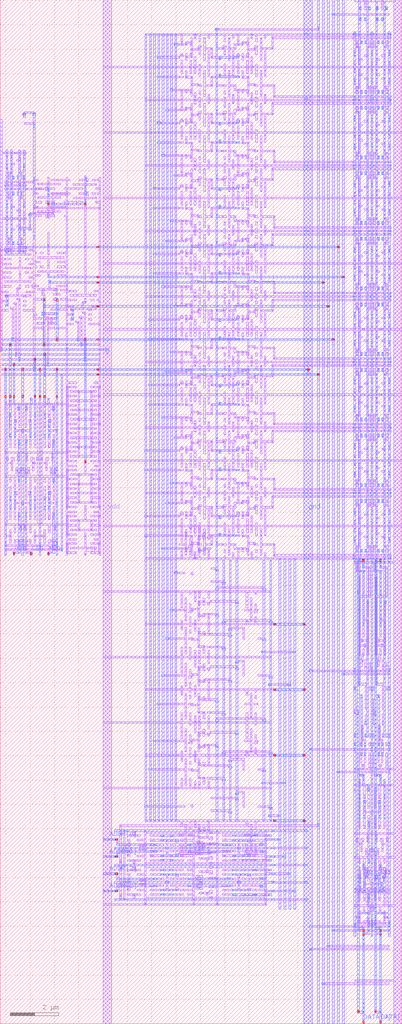
<source format=lef>
MACRO sram_2_16_1_freepdk45
    CLASS RING ;
    ORIGIN 4.22 0.0 ;
    FOREIGN  sram 0.0 0.0 ;
    SIZE 16.475 BY 42.02 ;
    SYMMETRY X Y R90 ;
    PIN vdd
        DIRECTION INOUT ;
        USE POWER ;
        SHAPE ABUTMENT ;
        PORT
        LAYER metal1 ;
        RECT  11.95 0.0 12.3 42.02 ;
        RECT  11.95 0.0 12.3 42.02 ;
        RECT  0.0 0.0 0.35 42.02 ;
        RECT  0.0 0.0 0.35 42.02 ;
        END
    END vdd
    PIN gnd
        DIRECTION INOUT ;
        USE GROUND ;
        SHAPE ABUTMENT ;
        PORT
        LAYER metal2 ;
        RECT  8.2525 0.0 8.6025 42.02 ;
        RECT  8.2525 0.0 8.6025 42.02 ;
        END
    END gnd
    PIN DATA[0]
        DIRECTION INOUT ;
        PORT
        LAYER metal2 ;
        RECT  10.6625 0.0 10.7325 0.14 ;
        RECT  10.6625 0.0 10.7325 0.14 ;
        RECT  10.6625 0.0 10.7325 0.135 ;
        END
    END DATA[0]
    PIN DATA[1]
        DIRECTION INOUT ;
        PORT
        LAYER metal2 ;
        RECT  11.3675 0.0 11.4375 0.14 ;
        RECT  11.3675 0.0 11.4375 0.14 ;
        RECT  11.3675 0.0 11.4375 0.135 ;
        END
    END DATA[1]
    PIN ADDR[0]
        DIRECTION INPUT ;
        PORT
        LAYER metal2 ;
        RECT  0.0 7.5325 0.48 7.6025 ;
        RECT  0.0 7.5325 0.48 7.6025 ;
        END
    END ADDR[0]
    PIN ADDR[1]
        DIRECTION INPUT ;
        PORT
        LAYER metal2 ;
        RECT  0.0 6.8275 0.48 6.8975 ;
        RECT  0.0 6.8275 0.48 6.8975 ;
        END
    END ADDR[1]
    PIN ADDR[2]
        DIRECTION INPUT ;
        PORT
        LAYER metal2 ;
        RECT  0.0 6.1225 0.48 6.1925 ;
        RECT  0.0 6.1225 0.48 6.1925 ;
        END
    END ADDR[2]
    PIN ADDR[3]
        DIRECTION INPUT ;
        PORT
        LAYER metal2 ;
        RECT  0.0 5.4175 0.48 5.4875 ;
        RECT  0.0 5.4175 0.48 5.4875 ;
        END
    END ADDR[3]
    PIN CSb
        DIRECTION INPUT ;
        PORT
        LAYER metal2 ;
        RECT  -2.9875 19.23 -2.9175 19.375 ;
        RECT  -2.9875 19.23 -2.9175 19.375 ;
        RECT  -2.9875 19.23 -2.9175 19.375 ;
        RECT  -2.9875 19.23 -2.9175 19.37 ;
        RECT  -2.9875 19.23 -2.9175 19.375 ;
        END
    END CSb
    PIN OEb
        DIRECTION INPUT ;
        PORT
        LAYER metal2 ;
        RECT  -3.6925 19.23 -3.6225 19.375 ;
        RECT  -3.6925 19.23 -3.6225 19.375 ;
        RECT  -3.6925 19.23 -3.6225 19.375 ;
        RECT  -3.6925 19.23 -3.6225 19.37 ;
        RECT  -3.6925 19.23 -3.6225 19.375 ;
        END
    END OEb
    PIN WEb
        DIRECTION INPUT ;
        PORT
        LAYER metal2 ;
        RECT  -2.2825 19.23 -2.2125 19.375 ;
        RECT  -2.2825 19.23 -2.2125 19.375 ;
        RECT  -2.2825 19.23 -2.2125 19.375 ;
        RECT  -2.2825 19.23 -2.2125 19.37 ;
        RECT  -2.2825 19.23 -2.2125 19.375 ;
        END
    END WEb
    PIN clk
        DIRECTION INPUT ;
        PORT
        LAYER metal1 ;
        RECT  -0.755 19.23 -0.69 19.295 ;
        RECT  -0.755 19.23 -0.69 19.295 ;
        RECT  -0.755 19.23 -0.69 19.265 ;
        END
    END clk
    OBS
        LAYER  metal1 ;
        RECT  -0.755 19.23 -0.69 19.295 ;
        RECT  11.95 0.0 12.3 42.02 ;
        RECT  0.0 0.0 0.35 42.02 ;
        RECT  0.1425 27.47 0.2075 27.675 ;
        RECT  11.95 0.0 12.3 42.02 ;
        RECT  0.0 0.0 0.35 42.02 ;
        RECT  4.435 19.64 4.5 19.705 ;
        RECT  4.435 20.0 4.5 20.065 ;
        RECT  4.1975 19.64 4.4675 19.705 ;
        RECT  4.435 19.6725 4.5 20.0325 ;
        RECT  4.4675 20.0 4.835 20.065 ;
        RECT  6.9975 19.64 7.0625 19.705 ;
        RECT  6.9975 19.1975 7.0625 19.2625 ;
        RECT  6.825 19.64 7.03 19.705 ;
        RECT  6.9975 19.23 7.0625 19.6725 ;
        RECT  7.03 19.1975 10.255 19.2625 ;
        RECT  4.435 21.165 4.5 21.23 ;
        RECT  4.435 20.805 4.5 20.87 ;
        RECT  4.1975 21.165 4.4675 21.23 ;
        RECT  4.435 20.8375 4.5 21.1975 ;
        RECT  4.4675 20.805 4.835 20.87 ;
        RECT  6.9325 21.165 6.9975 21.23 ;
        RECT  6.9325 21.6075 6.9975 21.6725 ;
        RECT  6.76 21.165 6.965 21.23 ;
        RECT  6.9325 21.1975 6.9975 21.64 ;
        RECT  6.965 21.6075 10.255 21.6725 ;
        RECT  4.435 22.33 4.5 22.395 ;
        RECT  4.435 22.69 4.5 22.755 ;
        RECT  4.1975 22.33 4.4675 22.395 ;
        RECT  4.435 22.3625 4.5 22.7225 ;
        RECT  4.4675 22.69 4.835 22.755 ;
        RECT  6.9975 22.33 7.0625 22.395 ;
        RECT  6.9975 21.8875 7.0625 21.9525 ;
        RECT  6.825 22.33 7.03 22.395 ;
        RECT  6.9975 21.92 7.0625 22.3625 ;
        RECT  7.03 21.8875 10.255 21.9525 ;
        RECT  4.435 23.855 4.5 23.92 ;
        RECT  4.435 23.495 4.5 23.56 ;
        RECT  4.1975 23.855 4.4675 23.92 ;
        RECT  4.435 23.5275 4.5 23.8875 ;
        RECT  4.4675 23.495 4.835 23.56 ;
        RECT  6.9325 23.855 6.9975 23.92 ;
        RECT  6.9325 24.2975 6.9975 24.3625 ;
        RECT  6.76 23.855 6.965 23.92 ;
        RECT  6.9325 23.8875 6.9975 24.33 ;
        RECT  6.965 24.2975 10.255 24.3625 ;
        RECT  4.435 25.02 4.5 25.085 ;
        RECT  4.435 25.38 4.5 25.445 ;
        RECT  4.1975 25.02 4.4675 25.085 ;
        RECT  4.435 25.0525 4.5 25.4125 ;
        RECT  4.4675 25.38 4.835 25.445 ;
        RECT  6.9975 25.02 7.0625 25.085 ;
        RECT  6.9975 24.5775 7.0625 24.6425 ;
        RECT  6.825 25.02 7.03 25.085 ;
        RECT  6.9975 24.61 7.0625 25.0525 ;
        RECT  7.03 24.5775 10.255 24.6425 ;
        RECT  4.435 26.545 4.5 26.61 ;
        RECT  4.435 26.185 4.5 26.25 ;
        RECT  4.1975 26.545 4.4675 26.61 ;
        RECT  4.435 26.2175 4.5 26.5775 ;
        RECT  4.4675 26.185 4.835 26.25 ;
        RECT  6.9325 26.545 6.9975 26.61 ;
        RECT  6.9325 26.9875 6.9975 27.0525 ;
        RECT  6.76 26.545 6.965 26.61 ;
        RECT  6.9325 26.5775 6.9975 27.02 ;
        RECT  6.965 26.9875 10.255 27.0525 ;
        RECT  4.435 27.71 4.5 27.775 ;
        RECT  4.435 28.07 4.5 28.135 ;
        RECT  4.1975 27.71 4.4675 27.775 ;
        RECT  4.435 27.7425 4.5 28.1025 ;
        RECT  4.4675 28.07 4.835 28.135 ;
        RECT  6.9975 27.71 7.0625 27.775 ;
        RECT  6.9975 27.2675 7.0625 27.3325 ;
        RECT  6.825 27.71 7.03 27.775 ;
        RECT  6.9975 27.3 7.0625 27.7425 ;
        RECT  7.03 27.2675 10.255 27.3325 ;
        RECT  4.435 29.235 4.5 29.3 ;
        RECT  4.435 28.875 4.5 28.94 ;
        RECT  4.1975 29.235 4.4675 29.3 ;
        RECT  4.435 28.9075 4.5 29.2675 ;
        RECT  4.4675 28.875 4.835 28.94 ;
        RECT  6.9325 29.235 6.9975 29.3 ;
        RECT  6.9325 29.6775 6.9975 29.7425 ;
        RECT  6.76 29.235 6.965 29.3 ;
        RECT  6.9325 29.2675 6.9975 29.71 ;
        RECT  6.965 29.6775 10.255 29.7425 ;
        RECT  4.435 30.4 4.5 30.465 ;
        RECT  4.435 30.76 4.5 30.825 ;
        RECT  4.1975 30.4 4.4675 30.465 ;
        RECT  4.435 30.4325 4.5 30.7925 ;
        RECT  4.4675 30.76 4.835 30.825 ;
        RECT  6.9975 30.4 7.0625 30.465 ;
        RECT  6.9975 29.9575 7.0625 30.0225 ;
        RECT  6.825 30.4 7.03 30.465 ;
        RECT  6.9975 29.99 7.0625 30.4325 ;
        RECT  7.03 29.9575 10.255 30.0225 ;
        RECT  4.435 31.925 4.5 31.99 ;
        RECT  4.435 31.565 4.5 31.63 ;
        RECT  4.1975 31.925 4.4675 31.99 ;
        RECT  4.435 31.5975 4.5 31.9575 ;
        RECT  4.4675 31.565 4.835 31.63 ;
        RECT  6.9325 31.925 6.9975 31.99 ;
        RECT  6.9325 32.3675 6.9975 32.4325 ;
        RECT  6.76 31.925 6.965 31.99 ;
        RECT  6.9325 31.9575 6.9975 32.4 ;
        RECT  6.965 32.3675 10.255 32.4325 ;
        RECT  4.435 33.09 4.5 33.155 ;
        RECT  4.435 33.45 4.5 33.515 ;
        RECT  4.1975 33.09 4.4675 33.155 ;
        RECT  4.435 33.1225 4.5 33.4825 ;
        RECT  4.4675 33.45 4.835 33.515 ;
        RECT  6.9975 33.09 7.0625 33.155 ;
        RECT  6.9975 32.6475 7.0625 32.7125 ;
        RECT  6.825 33.09 7.03 33.155 ;
        RECT  6.9975 32.68 7.0625 33.1225 ;
        RECT  7.03 32.6475 10.255 32.7125 ;
        RECT  4.435 34.615 4.5 34.68 ;
        RECT  4.435 34.255 4.5 34.32 ;
        RECT  4.1975 34.615 4.4675 34.68 ;
        RECT  4.435 34.2875 4.5 34.6475 ;
        RECT  4.4675 34.255 4.835 34.32 ;
        RECT  6.9325 34.615 6.9975 34.68 ;
        RECT  6.9325 35.0575 6.9975 35.1225 ;
        RECT  6.76 34.615 6.965 34.68 ;
        RECT  6.9325 34.6475 6.9975 35.09 ;
        RECT  6.965 35.0575 10.255 35.1225 ;
        RECT  4.435 35.78 4.5 35.845 ;
        RECT  4.435 36.14 4.5 36.205 ;
        RECT  4.1975 35.78 4.4675 35.845 ;
        RECT  4.435 35.8125 4.5 36.1725 ;
        RECT  4.4675 36.14 4.835 36.205 ;
        RECT  6.9975 35.78 7.0625 35.845 ;
        RECT  6.9975 35.3375 7.0625 35.4025 ;
        RECT  6.825 35.78 7.03 35.845 ;
        RECT  6.9975 35.37 7.0625 35.8125 ;
        RECT  7.03 35.3375 10.255 35.4025 ;
        RECT  4.435 37.305 4.5 37.37 ;
        RECT  4.435 36.945 4.5 37.01 ;
        RECT  4.1975 37.305 4.4675 37.37 ;
        RECT  4.435 36.9775 4.5 37.3375 ;
        RECT  4.4675 36.945 4.835 37.01 ;
        RECT  6.9325 37.305 6.9975 37.37 ;
        RECT  6.9325 37.7475 6.9975 37.8125 ;
        RECT  6.76 37.305 6.965 37.37 ;
        RECT  6.9325 37.3375 6.9975 37.78 ;
        RECT  6.965 37.7475 10.255 37.8125 ;
        RECT  4.435 38.47 4.5 38.535 ;
        RECT  4.435 38.83 4.5 38.895 ;
        RECT  4.1975 38.47 4.4675 38.535 ;
        RECT  4.435 38.5025 4.5 38.8625 ;
        RECT  4.4675 38.83 4.835 38.895 ;
        RECT  6.9975 38.47 7.0625 38.535 ;
        RECT  6.9975 38.0275 7.0625 38.0925 ;
        RECT  6.825 38.47 7.03 38.535 ;
        RECT  6.9975 38.06 7.0625 38.5025 ;
        RECT  7.03 38.0275 10.255 38.0925 ;
        RECT  4.435 39.995 4.5 40.06 ;
        RECT  4.435 39.635 4.5 39.7 ;
        RECT  4.1975 39.995 4.4675 40.06 ;
        RECT  4.435 39.6675 4.5 40.0275 ;
        RECT  4.4675 39.635 4.835 39.7 ;
        RECT  6.9325 39.995 6.9975 40.06 ;
        RECT  6.9325 40.4375 6.9975 40.5025 ;
        RECT  6.76 39.995 6.965 40.06 ;
        RECT  6.9325 40.0275 6.9975 40.47 ;
        RECT  6.965 40.4375 10.255 40.5025 ;
        RECT  4.89 19.0575 10.345 19.1225 ;
        RECT  4.89 21.7475 10.345 21.8125 ;
        RECT  4.89 24.4375 10.345 24.5025 ;
        RECT  4.89 27.1275 10.345 27.1925 ;
        RECT  4.89 29.8175 10.345 29.8825 ;
        RECT  4.89 32.5075 10.345 32.5725 ;
        RECT  4.89 35.1975 10.345 35.2625 ;
        RECT  4.89 37.8875 10.345 37.9525 ;
        RECT  4.89 40.5775 10.345 40.6425 ;
        RECT  0.0 20.4025 12.3 20.4675 ;
        RECT  0.0 23.0925 12.3 23.1575 ;
        RECT  0.0 25.7825 12.3 25.8475 ;
        RECT  0.0 28.4725 12.3 28.5375 ;
        RECT  0.0 31.1625 12.3 31.2275 ;
        RECT  0.0 33.8525 12.3 33.9175 ;
        RECT  0.0 36.5425 12.3 36.6075 ;
        RECT  0.0 39.2325 12.3 39.2975 ;
        RECT  6.92 8.5025 7.2975 8.5675 ;
        RECT  6.645 9.8475 7.5025 9.9125 ;
        RECT  6.92 13.8825 7.7075 13.9475 ;
        RECT  6.645 15.2275 7.9125 15.2925 ;
        RECT  6.92 8.2975 7.0575 8.3625 ;
        RECT  6.92 10.9875 7.0575 11.0525 ;
        RECT  6.92 10.9875 7.0575 11.0525 ;
        RECT  6.92 13.6775 7.0575 13.7425 ;
        RECT  6.92 13.6775 7.0575 13.7425 ;
        RECT  6.92 16.3675 7.0575 16.4325 ;
        RECT  6.92 16.3675 7.0575 16.4325 ;
        RECT  0.0 9.6425 6.92 9.7075 ;
        RECT  0.0 12.3325 6.92 12.3975 ;
        RECT  0.0 15.0225 6.92 15.0875 ;
        RECT  0.0 15.0225 6.92 15.0875 ;
        RECT  0.0 17.7125 6.92 17.7775 ;
        RECT  6.92 7.535 7.2975 7.6 ;
        RECT  6.92 6.83 7.5025 6.895 ;
        RECT  6.92 6.125 7.7075 6.19 ;
        RECT  6.92 5.42 7.9125 5.485 ;
        RECT  6.92 7.8875 8.3875 7.9525 ;
        RECT  6.92 7.1825 8.3875 7.2475 ;
        RECT  6.92 6.4775 8.3875 6.5425 ;
        RECT  6.92 7.1825 8.3875 7.2475 ;
        RECT  6.92 5.7725 8.3875 5.8375 ;
        RECT  6.92 5.0675 8.3875 5.1325 ;
        RECT  3.69 4.8625 3.755 4.9275 ;
        RECT  3.69 4.895 3.755 5.1 ;
        RECT  0.0 4.8625 3.7225 4.9275 ;
        RECT  6.65 4.8625 6.715 4.9275 ;
        RECT  6.65 4.895 6.715 5.1 ;
        RECT  0.0 4.8625 6.6825 4.9275 ;
        RECT  1.7 4.8625 1.765 4.9275 ;
        RECT  1.7 4.895 1.765 5.1 ;
        RECT  0.0 4.8625 1.7325 4.9275 ;
        RECT  4.66 4.8625 4.725 4.9275 ;
        RECT  4.66 4.895 4.725 5.1 ;
        RECT  0.0 4.8625 4.6925 4.9275 ;
        RECT  9.4575 3.795 10.345 3.86 ;
        RECT  9.0475 1.61 10.345 1.675 ;
        RECT  9.2525 3.1575 10.345 3.2225 ;
        RECT  9.4575 41.395 10.345 41.46 ;
        RECT  9.6625 10.2975 10.345 10.3625 ;
        RECT  9.8675 14.3225 10.345 14.3875 ;
        RECT  0.685 8.0925 0.75 8.1575 ;
        RECT  0.685 7.92 0.75 8.125 ;
        RECT  0.7175 8.0925 8.8725 8.1575 ;
        RECT  4.665 40.7825 8.8725 40.8475 ;
        RECT  10.345 41.955 11.95 42.02 ;
        RECT  10.345 18.895 11.95 18.96 ;
        RECT  10.345 10.4275 11.95 10.4925 ;
        RECT  10.345 6.8 11.95 6.865 ;
        RECT  10.345 9.76 11.95 9.825 ;
        RECT  10.345 4.81 11.95 4.875 ;
        RECT  10.345 7.77 11.95 7.835 ;
        RECT  10.345 1.74 11.95 1.805 ;
        RECT  8.6025 3.0275 10.345 3.0925 ;
        RECT  8.6025 14.4525 10.345 14.5175 ;
        RECT  8.6025 3.955 10.345 4.02 ;
        RECT  8.6025 11.23 10.345 11.295 ;
        RECT  10.255 19.0575 11.845 19.1225 ;
        RECT  10.255 20.4025 11.845 20.4675 ;
        RECT  10.255 19.1975 11.845 19.2625 ;
        RECT  10.255 21.7475 11.845 21.8125 ;
        RECT  10.255 21.6075 11.845 21.6725 ;
        RECT  10.255 21.7475 11.845 21.8125 ;
        RECT  10.255 23.0925 11.845 23.1575 ;
        RECT  10.255 21.8875 11.845 21.9525 ;
        RECT  10.255 24.4375 11.845 24.5025 ;
        RECT  10.255 24.2975 11.845 24.3625 ;
        RECT  10.255 24.4375 11.845 24.5025 ;
        RECT  10.255 25.7825 11.845 25.8475 ;
        RECT  10.255 24.5775 11.845 24.6425 ;
        RECT  10.255 27.1275 11.845 27.1925 ;
        RECT  10.255 26.9875 11.845 27.0525 ;
        RECT  10.255 27.1275 11.845 27.1925 ;
        RECT  10.255 28.4725 11.845 28.5375 ;
        RECT  10.255 27.2675 11.845 27.3325 ;
        RECT  10.255 29.8175 11.845 29.8825 ;
        RECT  10.255 29.6775 11.845 29.7425 ;
        RECT  10.255 29.8175 11.845 29.8825 ;
        RECT  10.255 31.1625 11.845 31.2275 ;
        RECT  10.255 29.9575 11.845 30.0225 ;
        RECT  10.255 32.5075 11.845 32.5725 ;
        RECT  10.255 32.3675 11.845 32.4325 ;
        RECT  10.255 32.5075 11.845 32.5725 ;
        RECT  10.255 33.8525 11.845 33.9175 ;
        RECT  10.255 32.6475 11.845 32.7125 ;
        RECT  10.255 35.1975 11.845 35.2625 ;
        RECT  10.255 35.0575 11.845 35.1225 ;
        RECT  10.255 35.1975 11.845 35.2625 ;
        RECT  10.255 36.5425 11.845 36.6075 ;
        RECT  10.255 35.3375 11.845 35.4025 ;
        RECT  10.255 37.8875 11.845 37.9525 ;
        RECT  10.255 37.7475 11.845 37.8125 ;
        RECT  10.255 37.8875 11.845 37.9525 ;
        RECT  10.255 39.2325 11.845 39.2975 ;
        RECT  10.255 38.0275 11.845 38.0925 ;
        RECT  10.255 40.5775 11.845 40.6425 ;
        RECT  10.255 40.4375 11.845 40.5025 ;
        RECT  11.015 20.2025 11.08 20.3375 ;
        RECT  10.83 20.2025 10.895 20.3375 ;
        RECT  10.315 20.2025 10.38 20.3375 ;
        RECT  10.5 20.2025 10.565 20.3375 ;
        RECT  10.83 19.7375 10.895 19.8725 ;
        RECT  11.015 19.7375 11.08 19.8725 ;
        RECT  10.5 19.7375 10.565 19.8725 ;
        RECT  10.315 19.7375 10.38 19.8725 ;
        RECT  10.935 19.3475 11.0 19.4825 ;
        RECT  10.75 19.3475 10.815 19.4825 ;
        RECT  10.58 19.3475 10.645 19.4825 ;
        RECT  10.395 19.3475 10.46 19.4825 ;
        RECT  11.0175 19.84 11.0825 19.975 ;
        RECT  11.0175 19.84 11.0825 19.975 ;
        RECT  11.0175 19.84 11.0825 19.975 ;
        RECT  11.0175 19.84 11.0825 19.975 ;
        RECT  11.0175 19.84 11.0825 19.975 ;
        RECT  11.0175 19.84 11.0825 19.975 ;
        RECT  10.625 20.4025 10.76 20.4675 ;
        RECT  10.2775 19.0575 10.4125 19.1225 ;
        RECT  10.9825 19.0575 11.1175 19.1225 ;
        RECT  10.6125 19.1975 10.7475 19.2625 ;
        RECT  11.0175 19.84 11.0825 19.975 ;
        RECT  11.0175 19.84 11.0825 19.975 ;
        RECT  11.0175 19.84 11.0825 19.975 ;
        RECT  11.0175 19.84 11.0825 19.975 ;
        RECT  10.5175 20.0875 10.6525 20.1525 ;
        RECT  10.5175 20.0875 10.6525 20.1525 ;
        RECT  10.7425 19.9375 10.8775 20.0025 ;
        RECT  10.7425 19.9375 10.8775 20.0025 ;
        RECT  11.0175 19.84 11.0825 19.975 ;
        RECT  11.0175 19.84 11.0825 19.975 ;
        RECT  11.0175 19.84 11.0825 19.975 ;
        RECT  11.0175 19.84 11.0825 19.975 ;
        RECT  10.5675 19.3475 10.6325 19.4825 ;
        RECT  10.3125 19.84 10.3775 19.975 ;
        RECT  10.3125 19.84 10.3775 19.975 ;
        RECT  10.3125 19.84 10.3775 19.975 ;
        RECT  10.3125 19.84 10.3775 19.975 ;
        RECT  10.3125 19.84 10.3775 19.975 ;
        RECT  10.3125 19.84 10.3775 19.975 ;
        RECT  11.0175 19.84 11.0825 19.975 ;
        RECT  11.0175 19.84 11.0825 19.975 ;
        RECT  11.0175 19.84 11.0825 19.975 ;
        RECT  11.0175 19.84 11.0825 19.975 ;
        RECT  10.7625 19.3475 10.8275 19.4825 ;
        RECT  10.63 19.0575 10.765 19.1225 ;
        RECT  10.63 19.0575 10.765 19.1225 ;
        RECT  10.9825 19.0575 11.1175 19.1225 ;
        RECT  10.625 20.4025 10.76 20.4675 ;
        RECT  10.9825 19.0575 11.1175 19.1225 ;
        RECT  10.9825 19.0575 11.1175 19.1225 ;
        RECT  11.0175 19.84 11.0825 19.975 ;
        RECT  11.0175 19.84 11.0825 19.975 ;
        RECT  11.0175 19.84 11.0825 19.975 ;
        RECT  11.0175 19.84 11.0825 19.975 ;
        RECT  11.0175 19.84 11.0825 19.975 ;
        RECT  11.0175 19.84 11.0825 19.975 ;
        RECT  10.2775 19.0575 10.4125 19.1225 ;
        RECT  10.6375 20.4025 10.7375 20.465 ;
        RECT  10.6375 20.405 10.7375 20.4675 ;
        RECT  10.965 19.2 11.0175 19.2625 ;
        RECT  10.6375 20.4025 10.7375 20.465 ;
        RECT  11.015 20.2025 11.085 20.4025 ;
        RECT  11.015 19.7375 11.085 19.8725 ;
        RECT  11.015 19.7375 11.085 19.8725 ;
        RECT  10.255 19.0575 11.14 19.1225 ;
        RECT  10.83 19.5725 11.005 19.6375 ;
        RECT  10.31 19.7375 10.38 19.8725 ;
        RECT  10.5 19.5725 10.565 20.3125 ;
        RECT  10.6375 20.405 10.7375 20.4675 ;
        RECT  10.26 19.2 10.3125 19.2625 ;
        RECT  11.015 19.7375 11.085 19.8725 ;
        RECT  10.255 20.4025 11.14 20.4675 ;
        RECT  10.83 19.5725 10.895 20.2025 ;
        RECT  11.015 19.7375 11.085 19.8725 ;
        RECT  11.015 19.7375 11.085 19.8725 ;
        RECT  10.395 19.3475 10.465 19.6375 ;
        RECT  10.31 19.7375 10.38 19.8725 ;
        RECT  10.255 19.1975 11.14 19.2625 ;
        RECT  11.015 19.7375 11.085 19.8725 ;
        RECT  11.015 20.2025 11.085 20.4025 ;
        RECT  10.31 20.2025 10.38 20.4025 ;
        RECT  10.935 19.3475 11.005 19.6375 ;
        RECT  10.395 19.5725 10.565 19.6375 ;
        RECT  11.015 20.5325 11.08 20.6675 ;
        RECT  10.83 20.5325 10.895 20.6675 ;
        RECT  10.315 20.5325 10.38 20.6675 ;
        RECT  10.5 20.5325 10.565 20.6675 ;
        RECT  10.83 20.9975 10.895 21.1325 ;
        RECT  11.015 20.9975 11.08 21.1325 ;
        RECT  10.5 20.9975 10.565 21.1325 ;
        RECT  10.315 20.9975 10.38 21.1325 ;
        RECT  10.935 21.3875 11.0 21.5225 ;
        RECT  10.75 21.3875 10.815 21.5225 ;
        RECT  10.58 21.3875 10.645 21.5225 ;
        RECT  10.395 21.3875 10.46 21.5225 ;
        RECT  11.0175 20.895 11.0825 21.03 ;
        RECT  11.0175 20.895 11.0825 21.03 ;
        RECT  11.0175 20.895 11.0825 21.03 ;
        RECT  11.0175 20.895 11.0825 21.03 ;
        RECT  11.0175 20.895 11.0825 21.03 ;
        RECT  11.0175 20.895 11.0825 21.03 ;
        RECT  10.625 20.4025 10.76 20.4675 ;
        RECT  10.2775 21.7475 10.4125 21.8125 ;
        RECT  10.9825 21.7475 11.1175 21.8125 ;
        RECT  10.6125 21.6075 10.7475 21.6725 ;
        RECT  11.0175 20.895 11.0825 21.03 ;
        RECT  11.0175 20.895 11.0825 21.03 ;
        RECT  11.0175 20.895 11.0825 21.03 ;
        RECT  11.0175 20.895 11.0825 21.03 ;
        RECT  10.5175 20.7175 10.6525 20.7825 ;
        RECT  10.5175 20.7175 10.6525 20.7825 ;
        RECT  10.7425 20.8675 10.8775 20.9325 ;
        RECT  10.7425 20.8675 10.8775 20.9325 ;
        RECT  11.0175 20.895 11.0825 21.03 ;
        RECT  11.0175 20.895 11.0825 21.03 ;
        RECT  11.0175 20.895 11.0825 21.03 ;
        RECT  11.0175 20.895 11.0825 21.03 ;
        RECT  10.5675 21.3875 10.6325 21.5225 ;
        RECT  10.3125 20.895 10.3775 21.03 ;
        RECT  10.3125 20.895 10.3775 21.03 ;
        RECT  10.3125 20.895 10.3775 21.03 ;
        RECT  10.3125 20.895 10.3775 21.03 ;
        RECT  10.3125 20.895 10.3775 21.03 ;
        RECT  10.3125 20.895 10.3775 21.03 ;
        RECT  11.0175 20.895 11.0825 21.03 ;
        RECT  11.0175 20.895 11.0825 21.03 ;
        RECT  11.0175 20.895 11.0825 21.03 ;
        RECT  11.0175 20.895 11.0825 21.03 ;
        RECT  10.7625 21.3875 10.8275 21.5225 ;
        RECT  10.63 21.7475 10.765 21.8125 ;
        RECT  10.63 21.7475 10.765 21.8125 ;
        RECT  10.9825 21.7475 11.1175 21.8125 ;
        RECT  10.625 20.4025 10.76 20.4675 ;
        RECT  10.9825 21.7475 11.1175 21.8125 ;
        RECT  10.9825 21.7475 11.1175 21.8125 ;
        RECT  11.0175 20.895 11.0825 21.03 ;
        RECT  11.0175 20.895 11.0825 21.03 ;
        RECT  11.0175 20.895 11.0825 21.03 ;
        RECT  11.0175 20.895 11.0825 21.03 ;
        RECT  11.0175 20.895 11.0825 21.03 ;
        RECT  11.0175 20.895 11.0825 21.03 ;
        RECT  10.2775 21.7475 10.4125 21.8125 ;
        RECT  10.6375 20.405 10.7375 20.4675 ;
        RECT  10.6375 20.4025 10.7375 20.465 ;
        RECT  10.965 21.6075 11.0175 21.67 ;
        RECT  10.6375 20.405 10.7375 20.4675 ;
        RECT  11.015 20.4675 11.085 20.6675 ;
        RECT  11.015 20.9975 11.085 21.1325 ;
        RECT  11.015 20.9975 11.085 21.1325 ;
        RECT  10.255 21.7475 11.14 21.8125 ;
        RECT  10.83 21.2325 11.005 21.2975 ;
        RECT  10.31 20.9975 10.38 21.1325 ;
        RECT  10.5 20.5575 10.565 21.2975 ;
        RECT  10.6375 20.4025 10.7375 20.465 ;
        RECT  10.26 21.6075 10.3125 21.67 ;
        RECT  11.015 20.9975 11.085 21.1325 ;
        RECT  10.255 20.4025 11.14 20.4675 ;
        RECT  10.83 20.6675 10.895 21.2975 ;
        RECT  11.015 20.9975 11.085 21.1325 ;
        RECT  11.015 20.9975 11.085 21.1325 ;
        RECT  10.395 21.2325 10.465 21.5225 ;
        RECT  10.31 20.9975 10.38 21.1325 ;
        RECT  10.255 21.6075 11.14 21.6725 ;
        RECT  11.015 20.9975 11.085 21.1325 ;
        RECT  11.015 20.4675 11.085 20.6675 ;
        RECT  10.31 20.4675 10.38 20.6675 ;
        RECT  10.935 21.2325 11.005 21.5225 ;
        RECT  10.395 21.2325 10.565 21.2975 ;
        RECT  11.015 22.8925 11.08 23.0275 ;
        RECT  10.83 22.8925 10.895 23.0275 ;
        RECT  10.315 22.8925 10.38 23.0275 ;
        RECT  10.5 22.8925 10.565 23.0275 ;
        RECT  10.83 22.4275 10.895 22.5625 ;
        RECT  11.015 22.4275 11.08 22.5625 ;
        RECT  10.5 22.4275 10.565 22.5625 ;
        RECT  10.315 22.4275 10.38 22.5625 ;
        RECT  10.935 22.0375 11.0 22.1725 ;
        RECT  10.75 22.0375 10.815 22.1725 ;
        RECT  10.58 22.0375 10.645 22.1725 ;
        RECT  10.395 22.0375 10.46 22.1725 ;
        RECT  11.0175 22.53 11.0825 22.665 ;
        RECT  11.0175 22.53 11.0825 22.665 ;
        RECT  11.0175 22.53 11.0825 22.665 ;
        RECT  11.0175 22.53 11.0825 22.665 ;
        RECT  11.0175 22.53 11.0825 22.665 ;
        RECT  11.0175 22.53 11.0825 22.665 ;
        RECT  10.625 23.0925 10.76 23.1575 ;
        RECT  10.2775 21.7475 10.4125 21.8125 ;
        RECT  10.9825 21.7475 11.1175 21.8125 ;
        RECT  10.6125 21.8875 10.7475 21.9525 ;
        RECT  11.0175 22.53 11.0825 22.665 ;
        RECT  11.0175 22.53 11.0825 22.665 ;
        RECT  11.0175 22.53 11.0825 22.665 ;
        RECT  11.0175 22.53 11.0825 22.665 ;
        RECT  10.5175 22.7775 10.6525 22.8425 ;
        RECT  10.5175 22.7775 10.6525 22.8425 ;
        RECT  10.7425 22.6275 10.8775 22.6925 ;
        RECT  10.7425 22.6275 10.8775 22.6925 ;
        RECT  11.0175 22.53 11.0825 22.665 ;
        RECT  11.0175 22.53 11.0825 22.665 ;
        RECT  11.0175 22.53 11.0825 22.665 ;
        RECT  11.0175 22.53 11.0825 22.665 ;
        RECT  10.5675 22.0375 10.6325 22.1725 ;
        RECT  10.3125 22.53 10.3775 22.665 ;
        RECT  10.3125 22.53 10.3775 22.665 ;
        RECT  10.3125 22.53 10.3775 22.665 ;
        RECT  10.3125 22.53 10.3775 22.665 ;
        RECT  10.3125 22.53 10.3775 22.665 ;
        RECT  10.3125 22.53 10.3775 22.665 ;
        RECT  11.0175 22.53 11.0825 22.665 ;
        RECT  11.0175 22.53 11.0825 22.665 ;
        RECT  11.0175 22.53 11.0825 22.665 ;
        RECT  11.0175 22.53 11.0825 22.665 ;
        RECT  10.7625 22.0375 10.8275 22.1725 ;
        RECT  10.63 21.7475 10.765 21.8125 ;
        RECT  10.63 21.7475 10.765 21.8125 ;
        RECT  10.9825 21.7475 11.1175 21.8125 ;
        RECT  10.625 23.0925 10.76 23.1575 ;
        RECT  10.9825 21.7475 11.1175 21.8125 ;
        RECT  10.9825 21.7475 11.1175 21.8125 ;
        RECT  11.0175 22.53 11.0825 22.665 ;
        RECT  11.0175 22.53 11.0825 22.665 ;
        RECT  11.0175 22.53 11.0825 22.665 ;
        RECT  11.0175 22.53 11.0825 22.665 ;
        RECT  11.0175 22.53 11.0825 22.665 ;
        RECT  11.0175 22.53 11.0825 22.665 ;
        RECT  10.2775 21.7475 10.4125 21.8125 ;
        RECT  10.6375 23.0925 10.7375 23.155 ;
        RECT  10.6375 23.095 10.7375 23.1575 ;
        RECT  10.965 21.89 11.0175 21.9525 ;
        RECT  10.6375 23.0925 10.7375 23.155 ;
        RECT  11.015 22.8925 11.085 23.0925 ;
        RECT  11.015 22.4275 11.085 22.5625 ;
        RECT  11.015 22.4275 11.085 22.5625 ;
        RECT  10.255 21.7475 11.14 21.8125 ;
        RECT  10.83 22.2625 11.005 22.3275 ;
        RECT  10.31 22.4275 10.38 22.5625 ;
        RECT  10.5 22.2625 10.565 23.0025 ;
        RECT  10.6375 23.095 10.7375 23.1575 ;
        RECT  10.26 21.89 10.3125 21.9525 ;
        RECT  11.015 22.4275 11.085 22.5625 ;
        RECT  10.255 23.0925 11.14 23.1575 ;
        RECT  10.83 22.2625 10.895 22.8925 ;
        RECT  11.015 22.4275 11.085 22.5625 ;
        RECT  11.015 22.4275 11.085 22.5625 ;
        RECT  10.395 22.0375 10.465 22.3275 ;
        RECT  10.31 22.4275 10.38 22.5625 ;
        RECT  10.255 21.8875 11.14 21.9525 ;
        RECT  11.015 22.4275 11.085 22.5625 ;
        RECT  11.015 22.8925 11.085 23.0925 ;
        RECT  10.31 22.8925 10.38 23.0925 ;
        RECT  10.935 22.0375 11.005 22.3275 ;
        RECT  10.395 22.2625 10.565 22.3275 ;
        RECT  11.015 23.2225 11.08 23.3575 ;
        RECT  10.83 23.2225 10.895 23.3575 ;
        RECT  10.315 23.2225 10.38 23.3575 ;
        RECT  10.5 23.2225 10.565 23.3575 ;
        RECT  10.83 23.6875 10.895 23.8225 ;
        RECT  11.015 23.6875 11.08 23.8225 ;
        RECT  10.5 23.6875 10.565 23.8225 ;
        RECT  10.315 23.6875 10.38 23.8225 ;
        RECT  10.935 24.0775 11.0 24.2125 ;
        RECT  10.75 24.0775 10.815 24.2125 ;
        RECT  10.58 24.0775 10.645 24.2125 ;
        RECT  10.395 24.0775 10.46 24.2125 ;
        RECT  11.0175 23.585 11.0825 23.72 ;
        RECT  11.0175 23.585 11.0825 23.72 ;
        RECT  11.0175 23.585 11.0825 23.72 ;
        RECT  11.0175 23.585 11.0825 23.72 ;
        RECT  11.0175 23.585 11.0825 23.72 ;
        RECT  11.0175 23.585 11.0825 23.72 ;
        RECT  10.625 23.0925 10.76 23.1575 ;
        RECT  10.2775 24.4375 10.4125 24.5025 ;
        RECT  10.9825 24.4375 11.1175 24.5025 ;
        RECT  10.6125 24.2975 10.7475 24.3625 ;
        RECT  11.0175 23.585 11.0825 23.72 ;
        RECT  11.0175 23.585 11.0825 23.72 ;
        RECT  11.0175 23.585 11.0825 23.72 ;
        RECT  11.0175 23.585 11.0825 23.72 ;
        RECT  10.5175 23.4075 10.6525 23.4725 ;
        RECT  10.5175 23.4075 10.6525 23.4725 ;
        RECT  10.7425 23.5575 10.8775 23.6225 ;
        RECT  10.7425 23.5575 10.8775 23.6225 ;
        RECT  11.0175 23.585 11.0825 23.72 ;
        RECT  11.0175 23.585 11.0825 23.72 ;
        RECT  11.0175 23.585 11.0825 23.72 ;
        RECT  11.0175 23.585 11.0825 23.72 ;
        RECT  10.5675 24.0775 10.6325 24.2125 ;
        RECT  10.3125 23.585 10.3775 23.72 ;
        RECT  10.3125 23.585 10.3775 23.72 ;
        RECT  10.3125 23.585 10.3775 23.72 ;
        RECT  10.3125 23.585 10.3775 23.72 ;
        RECT  10.3125 23.585 10.3775 23.72 ;
        RECT  10.3125 23.585 10.3775 23.72 ;
        RECT  11.0175 23.585 11.0825 23.72 ;
        RECT  11.0175 23.585 11.0825 23.72 ;
        RECT  11.0175 23.585 11.0825 23.72 ;
        RECT  11.0175 23.585 11.0825 23.72 ;
        RECT  10.7625 24.0775 10.8275 24.2125 ;
        RECT  10.63 24.4375 10.765 24.5025 ;
        RECT  10.63 24.4375 10.765 24.5025 ;
        RECT  10.9825 24.4375 11.1175 24.5025 ;
        RECT  10.625 23.0925 10.76 23.1575 ;
        RECT  10.9825 24.4375 11.1175 24.5025 ;
        RECT  10.9825 24.4375 11.1175 24.5025 ;
        RECT  11.0175 23.585 11.0825 23.72 ;
        RECT  11.0175 23.585 11.0825 23.72 ;
        RECT  11.0175 23.585 11.0825 23.72 ;
        RECT  11.0175 23.585 11.0825 23.72 ;
        RECT  11.0175 23.585 11.0825 23.72 ;
        RECT  11.0175 23.585 11.0825 23.72 ;
        RECT  10.2775 24.4375 10.4125 24.5025 ;
        RECT  10.6375 23.095 10.7375 23.1575 ;
        RECT  10.6375 23.0925 10.7375 23.155 ;
        RECT  10.965 24.2975 11.0175 24.36 ;
        RECT  10.6375 23.095 10.7375 23.1575 ;
        RECT  11.015 23.1575 11.085 23.3575 ;
        RECT  11.015 23.6875 11.085 23.8225 ;
        RECT  11.015 23.6875 11.085 23.8225 ;
        RECT  10.255 24.4375 11.14 24.5025 ;
        RECT  10.83 23.9225 11.005 23.9875 ;
        RECT  10.31 23.6875 10.38 23.8225 ;
        RECT  10.5 23.2475 10.565 23.9875 ;
        RECT  10.6375 23.0925 10.7375 23.155 ;
        RECT  10.26 24.2975 10.3125 24.36 ;
        RECT  11.015 23.6875 11.085 23.8225 ;
        RECT  10.255 23.0925 11.14 23.1575 ;
        RECT  10.83 23.3575 10.895 23.9875 ;
        RECT  11.015 23.6875 11.085 23.8225 ;
        RECT  11.015 23.6875 11.085 23.8225 ;
        RECT  10.395 23.9225 10.465 24.2125 ;
        RECT  10.31 23.6875 10.38 23.8225 ;
        RECT  10.255 24.2975 11.14 24.3625 ;
        RECT  11.015 23.6875 11.085 23.8225 ;
        RECT  11.015 23.1575 11.085 23.3575 ;
        RECT  10.31 23.1575 10.38 23.3575 ;
        RECT  10.935 23.9225 11.005 24.2125 ;
        RECT  10.395 23.9225 10.565 23.9875 ;
        RECT  11.015 25.5825 11.08 25.7175 ;
        RECT  10.83 25.5825 10.895 25.7175 ;
        RECT  10.315 25.5825 10.38 25.7175 ;
        RECT  10.5 25.5825 10.565 25.7175 ;
        RECT  10.83 25.1175 10.895 25.2525 ;
        RECT  11.015 25.1175 11.08 25.2525 ;
        RECT  10.5 25.1175 10.565 25.2525 ;
        RECT  10.315 25.1175 10.38 25.2525 ;
        RECT  10.935 24.7275 11.0 24.8625 ;
        RECT  10.75 24.7275 10.815 24.8625 ;
        RECT  10.58 24.7275 10.645 24.8625 ;
        RECT  10.395 24.7275 10.46 24.8625 ;
        RECT  11.0175 25.22 11.0825 25.355 ;
        RECT  11.0175 25.22 11.0825 25.355 ;
        RECT  11.0175 25.22 11.0825 25.355 ;
        RECT  11.0175 25.22 11.0825 25.355 ;
        RECT  11.0175 25.22 11.0825 25.355 ;
        RECT  11.0175 25.22 11.0825 25.355 ;
        RECT  10.625 25.7825 10.76 25.8475 ;
        RECT  10.2775 24.4375 10.4125 24.5025 ;
        RECT  10.9825 24.4375 11.1175 24.5025 ;
        RECT  10.6125 24.5775 10.7475 24.6425 ;
        RECT  11.0175 25.22 11.0825 25.355 ;
        RECT  11.0175 25.22 11.0825 25.355 ;
        RECT  11.0175 25.22 11.0825 25.355 ;
        RECT  11.0175 25.22 11.0825 25.355 ;
        RECT  10.5175 25.4675 10.6525 25.5325 ;
        RECT  10.5175 25.4675 10.6525 25.5325 ;
        RECT  10.7425 25.3175 10.8775 25.3825 ;
        RECT  10.7425 25.3175 10.8775 25.3825 ;
        RECT  11.0175 25.22 11.0825 25.355 ;
        RECT  11.0175 25.22 11.0825 25.355 ;
        RECT  11.0175 25.22 11.0825 25.355 ;
        RECT  11.0175 25.22 11.0825 25.355 ;
        RECT  10.5675 24.7275 10.6325 24.8625 ;
        RECT  10.3125 25.22 10.3775 25.355 ;
        RECT  10.3125 25.22 10.3775 25.355 ;
        RECT  10.3125 25.22 10.3775 25.355 ;
        RECT  10.3125 25.22 10.3775 25.355 ;
        RECT  10.3125 25.22 10.3775 25.355 ;
        RECT  10.3125 25.22 10.3775 25.355 ;
        RECT  11.0175 25.22 11.0825 25.355 ;
        RECT  11.0175 25.22 11.0825 25.355 ;
        RECT  11.0175 25.22 11.0825 25.355 ;
        RECT  11.0175 25.22 11.0825 25.355 ;
        RECT  10.7625 24.7275 10.8275 24.8625 ;
        RECT  10.63 24.4375 10.765 24.5025 ;
        RECT  10.63 24.4375 10.765 24.5025 ;
        RECT  10.9825 24.4375 11.1175 24.5025 ;
        RECT  10.625 25.7825 10.76 25.8475 ;
        RECT  10.9825 24.4375 11.1175 24.5025 ;
        RECT  10.9825 24.4375 11.1175 24.5025 ;
        RECT  11.0175 25.22 11.0825 25.355 ;
        RECT  11.0175 25.22 11.0825 25.355 ;
        RECT  11.0175 25.22 11.0825 25.355 ;
        RECT  11.0175 25.22 11.0825 25.355 ;
        RECT  11.0175 25.22 11.0825 25.355 ;
        RECT  11.0175 25.22 11.0825 25.355 ;
        RECT  10.2775 24.4375 10.4125 24.5025 ;
        RECT  10.6375 25.7825 10.7375 25.845 ;
        RECT  10.6375 25.785 10.7375 25.8475 ;
        RECT  10.965 24.58 11.0175 24.6425 ;
        RECT  10.6375 25.7825 10.7375 25.845 ;
        RECT  11.015 25.5825 11.085 25.7825 ;
        RECT  11.015 25.1175 11.085 25.2525 ;
        RECT  11.015 25.1175 11.085 25.2525 ;
        RECT  10.255 24.4375 11.14 24.5025 ;
        RECT  10.83 24.9525 11.005 25.0175 ;
        RECT  10.31 25.1175 10.38 25.2525 ;
        RECT  10.5 24.9525 10.565 25.6925 ;
        RECT  10.6375 25.785 10.7375 25.8475 ;
        RECT  10.26 24.58 10.3125 24.6425 ;
        RECT  11.015 25.1175 11.085 25.2525 ;
        RECT  10.255 25.7825 11.14 25.8475 ;
        RECT  10.83 24.9525 10.895 25.5825 ;
        RECT  11.015 25.1175 11.085 25.2525 ;
        RECT  11.015 25.1175 11.085 25.2525 ;
        RECT  10.395 24.7275 10.465 25.0175 ;
        RECT  10.31 25.1175 10.38 25.2525 ;
        RECT  10.255 24.5775 11.14 24.6425 ;
        RECT  11.015 25.1175 11.085 25.2525 ;
        RECT  11.015 25.5825 11.085 25.7825 ;
        RECT  10.31 25.5825 10.38 25.7825 ;
        RECT  10.935 24.7275 11.005 25.0175 ;
        RECT  10.395 24.9525 10.565 25.0175 ;
        RECT  11.015 25.9125 11.08 26.0475 ;
        RECT  10.83 25.9125 10.895 26.0475 ;
        RECT  10.315 25.9125 10.38 26.0475 ;
        RECT  10.5 25.9125 10.565 26.0475 ;
        RECT  10.83 26.3775 10.895 26.5125 ;
        RECT  11.015 26.3775 11.08 26.5125 ;
        RECT  10.5 26.3775 10.565 26.5125 ;
        RECT  10.315 26.3775 10.38 26.5125 ;
        RECT  10.935 26.7675 11.0 26.9025 ;
        RECT  10.75 26.7675 10.815 26.9025 ;
        RECT  10.58 26.7675 10.645 26.9025 ;
        RECT  10.395 26.7675 10.46 26.9025 ;
        RECT  11.0175 26.275 11.0825 26.41 ;
        RECT  11.0175 26.275 11.0825 26.41 ;
        RECT  11.0175 26.275 11.0825 26.41 ;
        RECT  11.0175 26.275 11.0825 26.41 ;
        RECT  11.0175 26.275 11.0825 26.41 ;
        RECT  11.0175 26.275 11.0825 26.41 ;
        RECT  10.625 25.7825 10.76 25.8475 ;
        RECT  10.2775 27.1275 10.4125 27.1925 ;
        RECT  10.9825 27.1275 11.1175 27.1925 ;
        RECT  10.6125 26.9875 10.7475 27.0525 ;
        RECT  11.0175 26.275 11.0825 26.41 ;
        RECT  11.0175 26.275 11.0825 26.41 ;
        RECT  11.0175 26.275 11.0825 26.41 ;
        RECT  11.0175 26.275 11.0825 26.41 ;
        RECT  10.5175 26.0975 10.6525 26.1625 ;
        RECT  10.5175 26.0975 10.6525 26.1625 ;
        RECT  10.7425 26.2475 10.8775 26.3125 ;
        RECT  10.7425 26.2475 10.8775 26.3125 ;
        RECT  11.0175 26.275 11.0825 26.41 ;
        RECT  11.0175 26.275 11.0825 26.41 ;
        RECT  11.0175 26.275 11.0825 26.41 ;
        RECT  11.0175 26.275 11.0825 26.41 ;
        RECT  10.5675 26.7675 10.6325 26.9025 ;
        RECT  10.3125 26.275 10.3775 26.41 ;
        RECT  10.3125 26.275 10.3775 26.41 ;
        RECT  10.3125 26.275 10.3775 26.41 ;
        RECT  10.3125 26.275 10.3775 26.41 ;
        RECT  10.3125 26.275 10.3775 26.41 ;
        RECT  10.3125 26.275 10.3775 26.41 ;
        RECT  11.0175 26.275 11.0825 26.41 ;
        RECT  11.0175 26.275 11.0825 26.41 ;
        RECT  11.0175 26.275 11.0825 26.41 ;
        RECT  11.0175 26.275 11.0825 26.41 ;
        RECT  10.7625 26.7675 10.8275 26.9025 ;
        RECT  10.63 27.1275 10.765 27.1925 ;
        RECT  10.63 27.1275 10.765 27.1925 ;
        RECT  10.9825 27.1275 11.1175 27.1925 ;
        RECT  10.625 25.7825 10.76 25.8475 ;
        RECT  10.9825 27.1275 11.1175 27.1925 ;
        RECT  10.9825 27.1275 11.1175 27.1925 ;
        RECT  11.0175 26.275 11.0825 26.41 ;
        RECT  11.0175 26.275 11.0825 26.41 ;
        RECT  11.0175 26.275 11.0825 26.41 ;
        RECT  11.0175 26.275 11.0825 26.41 ;
        RECT  11.0175 26.275 11.0825 26.41 ;
        RECT  11.0175 26.275 11.0825 26.41 ;
        RECT  10.2775 27.1275 10.4125 27.1925 ;
        RECT  10.6375 25.785 10.7375 25.8475 ;
        RECT  10.6375 25.7825 10.7375 25.845 ;
        RECT  10.965 26.9875 11.0175 27.05 ;
        RECT  10.6375 25.785 10.7375 25.8475 ;
        RECT  11.015 25.8475 11.085 26.0475 ;
        RECT  11.015 26.3775 11.085 26.5125 ;
        RECT  11.015 26.3775 11.085 26.5125 ;
        RECT  10.255 27.1275 11.14 27.1925 ;
        RECT  10.83 26.6125 11.005 26.6775 ;
        RECT  10.31 26.3775 10.38 26.5125 ;
        RECT  10.5 25.9375 10.565 26.6775 ;
        RECT  10.6375 25.7825 10.7375 25.845 ;
        RECT  10.26 26.9875 10.3125 27.05 ;
        RECT  11.015 26.3775 11.085 26.5125 ;
        RECT  10.255 25.7825 11.14 25.8475 ;
        RECT  10.83 26.0475 10.895 26.6775 ;
        RECT  11.015 26.3775 11.085 26.5125 ;
        RECT  11.015 26.3775 11.085 26.5125 ;
        RECT  10.395 26.6125 10.465 26.9025 ;
        RECT  10.31 26.3775 10.38 26.5125 ;
        RECT  10.255 26.9875 11.14 27.0525 ;
        RECT  11.015 26.3775 11.085 26.5125 ;
        RECT  11.015 25.8475 11.085 26.0475 ;
        RECT  10.31 25.8475 10.38 26.0475 ;
        RECT  10.935 26.6125 11.005 26.9025 ;
        RECT  10.395 26.6125 10.565 26.6775 ;
        RECT  11.015 28.2725 11.08 28.4075 ;
        RECT  10.83 28.2725 10.895 28.4075 ;
        RECT  10.315 28.2725 10.38 28.4075 ;
        RECT  10.5 28.2725 10.565 28.4075 ;
        RECT  10.83 27.8075 10.895 27.9425 ;
        RECT  11.015 27.8075 11.08 27.9425 ;
        RECT  10.5 27.8075 10.565 27.9425 ;
        RECT  10.315 27.8075 10.38 27.9425 ;
        RECT  10.935 27.4175 11.0 27.5525 ;
        RECT  10.75 27.4175 10.815 27.5525 ;
        RECT  10.58 27.4175 10.645 27.5525 ;
        RECT  10.395 27.4175 10.46 27.5525 ;
        RECT  11.0175 27.91 11.0825 28.045 ;
        RECT  11.0175 27.91 11.0825 28.045 ;
        RECT  11.0175 27.91 11.0825 28.045 ;
        RECT  11.0175 27.91 11.0825 28.045 ;
        RECT  11.0175 27.91 11.0825 28.045 ;
        RECT  11.0175 27.91 11.0825 28.045 ;
        RECT  10.625 28.4725 10.76 28.5375 ;
        RECT  10.2775 27.1275 10.4125 27.1925 ;
        RECT  10.9825 27.1275 11.1175 27.1925 ;
        RECT  10.6125 27.2675 10.7475 27.3325 ;
        RECT  11.0175 27.91 11.0825 28.045 ;
        RECT  11.0175 27.91 11.0825 28.045 ;
        RECT  11.0175 27.91 11.0825 28.045 ;
        RECT  11.0175 27.91 11.0825 28.045 ;
        RECT  10.5175 28.1575 10.6525 28.2225 ;
        RECT  10.5175 28.1575 10.6525 28.2225 ;
        RECT  10.7425 28.0075 10.8775 28.0725 ;
        RECT  10.7425 28.0075 10.8775 28.0725 ;
        RECT  11.0175 27.91 11.0825 28.045 ;
        RECT  11.0175 27.91 11.0825 28.045 ;
        RECT  11.0175 27.91 11.0825 28.045 ;
        RECT  11.0175 27.91 11.0825 28.045 ;
        RECT  10.5675 27.4175 10.6325 27.5525 ;
        RECT  10.3125 27.91 10.3775 28.045 ;
        RECT  10.3125 27.91 10.3775 28.045 ;
        RECT  10.3125 27.91 10.3775 28.045 ;
        RECT  10.3125 27.91 10.3775 28.045 ;
        RECT  10.3125 27.91 10.3775 28.045 ;
        RECT  10.3125 27.91 10.3775 28.045 ;
        RECT  11.0175 27.91 11.0825 28.045 ;
        RECT  11.0175 27.91 11.0825 28.045 ;
        RECT  11.0175 27.91 11.0825 28.045 ;
        RECT  11.0175 27.91 11.0825 28.045 ;
        RECT  10.7625 27.4175 10.8275 27.5525 ;
        RECT  10.63 27.1275 10.765 27.1925 ;
        RECT  10.63 27.1275 10.765 27.1925 ;
        RECT  10.9825 27.1275 11.1175 27.1925 ;
        RECT  10.625 28.4725 10.76 28.5375 ;
        RECT  10.9825 27.1275 11.1175 27.1925 ;
        RECT  10.9825 27.1275 11.1175 27.1925 ;
        RECT  11.0175 27.91 11.0825 28.045 ;
        RECT  11.0175 27.91 11.0825 28.045 ;
        RECT  11.0175 27.91 11.0825 28.045 ;
        RECT  11.0175 27.91 11.0825 28.045 ;
        RECT  11.0175 27.91 11.0825 28.045 ;
        RECT  11.0175 27.91 11.0825 28.045 ;
        RECT  10.2775 27.1275 10.4125 27.1925 ;
        RECT  10.6375 28.4725 10.7375 28.535 ;
        RECT  10.6375 28.475 10.7375 28.5375 ;
        RECT  10.965 27.27 11.0175 27.3325 ;
        RECT  10.6375 28.4725 10.7375 28.535 ;
        RECT  11.015 28.2725 11.085 28.4725 ;
        RECT  11.015 27.8075 11.085 27.9425 ;
        RECT  11.015 27.8075 11.085 27.9425 ;
        RECT  10.255 27.1275 11.14 27.1925 ;
        RECT  10.83 27.6425 11.005 27.7075 ;
        RECT  10.31 27.8075 10.38 27.9425 ;
        RECT  10.5 27.6425 10.565 28.3825 ;
        RECT  10.6375 28.475 10.7375 28.5375 ;
        RECT  10.26 27.27 10.3125 27.3325 ;
        RECT  11.015 27.8075 11.085 27.9425 ;
        RECT  10.255 28.4725 11.14 28.5375 ;
        RECT  10.83 27.6425 10.895 28.2725 ;
        RECT  11.015 27.8075 11.085 27.9425 ;
        RECT  11.015 27.8075 11.085 27.9425 ;
        RECT  10.395 27.4175 10.465 27.7075 ;
        RECT  10.31 27.8075 10.38 27.9425 ;
        RECT  10.255 27.2675 11.14 27.3325 ;
        RECT  11.015 27.8075 11.085 27.9425 ;
        RECT  11.015 28.2725 11.085 28.4725 ;
        RECT  10.31 28.2725 10.38 28.4725 ;
        RECT  10.935 27.4175 11.005 27.7075 ;
        RECT  10.395 27.6425 10.565 27.7075 ;
        RECT  11.015 28.6025 11.08 28.7375 ;
        RECT  10.83 28.6025 10.895 28.7375 ;
        RECT  10.315 28.6025 10.38 28.7375 ;
        RECT  10.5 28.6025 10.565 28.7375 ;
        RECT  10.83 29.0675 10.895 29.2025 ;
        RECT  11.015 29.0675 11.08 29.2025 ;
        RECT  10.5 29.0675 10.565 29.2025 ;
        RECT  10.315 29.0675 10.38 29.2025 ;
        RECT  10.935 29.4575 11.0 29.5925 ;
        RECT  10.75 29.4575 10.815 29.5925 ;
        RECT  10.58 29.4575 10.645 29.5925 ;
        RECT  10.395 29.4575 10.46 29.5925 ;
        RECT  11.0175 28.965 11.0825 29.1 ;
        RECT  11.0175 28.965 11.0825 29.1 ;
        RECT  11.0175 28.965 11.0825 29.1 ;
        RECT  11.0175 28.965 11.0825 29.1 ;
        RECT  11.0175 28.965 11.0825 29.1 ;
        RECT  11.0175 28.965 11.0825 29.1 ;
        RECT  10.625 28.4725 10.76 28.5375 ;
        RECT  10.2775 29.8175 10.4125 29.8825 ;
        RECT  10.9825 29.8175 11.1175 29.8825 ;
        RECT  10.6125 29.6775 10.7475 29.7425 ;
        RECT  11.0175 28.965 11.0825 29.1 ;
        RECT  11.0175 28.965 11.0825 29.1 ;
        RECT  11.0175 28.965 11.0825 29.1 ;
        RECT  11.0175 28.965 11.0825 29.1 ;
        RECT  10.5175 28.7875 10.6525 28.8525 ;
        RECT  10.5175 28.7875 10.6525 28.8525 ;
        RECT  10.7425 28.9375 10.8775 29.0025 ;
        RECT  10.7425 28.9375 10.8775 29.0025 ;
        RECT  11.0175 28.965 11.0825 29.1 ;
        RECT  11.0175 28.965 11.0825 29.1 ;
        RECT  11.0175 28.965 11.0825 29.1 ;
        RECT  11.0175 28.965 11.0825 29.1 ;
        RECT  10.5675 29.4575 10.6325 29.5925 ;
        RECT  10.3125 28.965 10.3775 29.1 ;
        RECT  10.3125 28.965 10.3775 29.1 ;
        RECT  10.3125 28.965 10.3775 29.1 ;
        RECT  10.3125 28.965 10.3775 29.1 ;
        RECT  10.3125 28.965 10.3775 29.1 ;
        RECT  10.3125 28.965 10.3775 29.1 ;
        RECT  11.0175 28.965 11.0825 29.1 ;
        RECT  11.0175 28.965 11.0825 29.1 ;
        RECT  11.0175 28.965 11.0825 29.1 ;
        RECT  11.0175 28.965 11.0825 29.1 ;
        RECT  10.7625 29.4575 10.8275 29.5925 ;
        RECT  10.63 29.8175 10.765 29.8825 ;
        RECT  10.63 29.8175 10.765 29.8825 ;
        RECT  10.9825 29.8175 11.1175 29.8825 ;
        RECT  10.625 28.4725 10.76 28.5375 ;
        RECT  10.9825 29.8175 11.1175 29.8825 ;
        RECT  10.9825 29.8175 11.1175 29.8825 ;
        RECT  11.0175 28.965 11.0825 29.1 ;
        RECT  11.0175 28.965 11.0825 29.1 ;
        RECT  11.0175 28.965 11.0825 29.1 ;
        RECT  11.0175 28.965 11.0825 29.1 ;
        RECT  11.0175 28.965 11.0825 29.1 ;
        RECT  11.0175 28.965 11.0825 29.1 ;
        RECT  10.2775 29.8175 10.4125 29.8825 ;
        RECT  10.6375 28.475 10.7375 28.5375 ;
        RECT  10.6375 28.4725 10.7375 28.535 ;
        RECT  10.965 29.6775 11.0175 29.74 ;
        RECT  10.6375 28.475 10.7375 28.5375 ;
        RECT  11.015 28.5375 11.085 28.7375 ;
        RECT  11.015 29.0675 11.085 29.2025 ;
        RECT  11.015 29.0675 11.085 29.2025 ;
        RECT  10.255 29.8175 11.14 29.8825 ;
        RECT  10.83 29.3025 11.005 29.3675 ;
        RECT  10.31 29.0675 10.38 29.2025 ;
        RECT  10.5 28.6275 10.565 29.3675 ;
        RECT  10.6375 28.4725 10.7375 28.535 ;
        RECT  10.26 29.6775 10.3125 29.74 ;
        RECT  11.015 29.0675 11.085 29.2025 ;
        RECT  10.255 28.4725 11.14 28.5375 ;
        RECT  10.83 28.7375 10.895 29.3675 ;
        RECT  11.015 29.0675 11.085 29.2025 ;
        RECT  11.015 29.0675 11.085 29.2025 ;
        RECT  10.395 29.3025 10.465 29.5925 ;
        RECT  10.31 29.0675 10.38 29.2025 ;
        RECT  10.255 29.6775 11.14 29.7425 ;
        RECT  11.015 29.0675 11.085 29.2025 ;
        RECT  11.015 28.5375 11.085 28.7375 ;
        RECT  10.31 28.5375 10.38 28.7375 ;
        RECT  10.935 29.3025 11.005 29.5925 ;
        RECT  10.395 29.3025 10.565 29.3675 ;
        RECT  11.015 30.9625 11.08 31.0975 ;
        RECT  10.83 30.9625 10.895 31.0975 ;
        RECT  10.315 30.9625 10.38 31.0975 ;
        RECT  10.5 30.9625 10.565 31.0975 ;
        RECT  10.83 30.4975 10.895 30.6325 ;
        RECT  11.015 30.4975 11.08 30.6325 ;
        RECT  10.5 30.4975 10.565 30.6325 ;
        RECT  10.315 30.4975 10.38 30.6325 ;
        RECT  10.935 30.1075 11.0 30.2425 ;
        RECT  10.75 30.1075 10.815 30.2425 ;
        RECT  10.58 30.1075 10.645 30.2425 ;
        RECT  10.395 30.1075 10.46 30.2425 ;
        RECT  11.0175 30.6 11.0825 30.735 ;
        RECT  11.0175 30.6 11.0825 30.735 ;
        RECT  11.0175 30.6 11.0825 30.735 ;
        RECT  11.0175 30.6 11.0825 30.735 ;
        RECT  11.0175 30.6 11.0825 30.735 ;
        RECT  11.0175 30.6 11.0825 30.735 ;
        RECT  10.625 31.1625 10.76 31.2275 ;
        RECT  10.2775 29.8175 10.4125 29.8825 ;
        RECT  10.9825 29.8175 11.1175 29.8825 ;
        RECT  10.6125 29.9575 10.7475 30.0225 ;
        RECT  11.0175 30.6 11.0825 30.735 ;
        RECT  11.0175 30.6 11.0825 30.735 ;
        RECT  11.0175 30.6 11.0825 30.735 ;
        RECT  11.0175 30.6 11.0825 30.735 ;
        RECT  10.5175 30.8475 10.6525 30.9125 ;
        RECT  10.5175 30.8475 10.6525 30.9125 ;
        RECT  10.7425 30.6975 10.8775 30.7625 ;
        RECT  10.7425 30.6975 10.8775 30.7625 ;
        RECT  11.0175 30.6 11.0825 30.735 ;
        RECT  11.0175 30.6 11.0825 30.735 ;
        RECT  11.0175 30.6 11.0825 30.735 ;
        RECT  11.0175 30.6 11.0825 30.735 ;
        RECT  10.5675 30.1075 10.6325 30.2425 ;
        RECT  10.3125 30.6 10.3775 30.735 ;
        RECT  10.3125 30.6 10.3775 30.735 ;
        RECT  10.3125 30.6 10.3775 30.735 ;
        RECT  10.3125 30.6 10.3775 30.735 ;
        RECT  10.3125 30.6 10.3775 30.735 ;
        RECT  10.3125 30.6 10.3775 30.735 ;
        RECT  11.0175 30.6 11.0825 30.735 ;
        RECT  11.0175 30.6 11.0825 30.735 ;
        RECT  11.0175 30.6 11.0825 30.735 ;
        RECT  11.0175 30.6 11.0825 30.735 ;
        RECT  10.7625 30.1075 10.8275 30.2425 ;
        RECT  10.63 29.8175 10.765 29.8825 ;
        RECT  10.63 29.8175 10.765 29.8825 ;
        RECT  10.9825 29.8175 11.1175 29.8825 ;
        RECT  10.625 31.1625 10.76 31.2275 ;
        RECT  10.9825 29.8175 11.1175 29.8825 ;
        RECT  10.9825 29.8175 11.1175 29.8825 ;
        RECT  11.0175 30.6 11.0825 30.735 ;
        RECT  11.0175 30.6 11.0825 30.735 ;
        RECT  11.0175 30.6 11.0825 30.735 ;
        RECT  11.0175 30.6 11.0825 30.735 ;
        RECT  11.0175 30.6 11.0825 30.735 ;
        RECT  11.0175 30.6 11.0825 30.735 ;
        RECT  10.2775 29.8175 10.4125 29.8825 ;
        RECT  10.6375 31.1625 10.7375 31.225 ;
        RECT  10.6375 31.165 10.7375 31.2275 ;
        RECT  10.965 29.96 11.0175 30.0225 ;
        RECT  10.6375 31.1625 10.7375 31.225 ;
        RECT  11.015 30.9625 11.085 31.1625 ;
        RECT  11.015 30.4975 11.085 30.6325 ;
        RECT  11.015 30.4975 11.085 30.6325 ;
        RECT  10.255 29.8175 11.14 29.8825 ;
        RECT  10.83 30.3325 11.005 30.3975 ;
        RECT  10.31 30.4975 10.38 30.6325 ;
        RECT  10.5 30.3325 10.565 31.0725 ;
        RECT  10.6375 31.165 10.7375 31.2275 ;
        RECT  10.26 29.96 10.3125 30.0225 ;
        RECT  11.015 30.4975 11.085 30.6325 ;
        RECT  10.255 31.1625 11.14 31.2275 ;
        RECT  10.83 30.3325 10.895 30.9625 ;
        RECT  11.015 30.4975 11.085 30.6325 ;
        RECT  11.015 30.4975 11.085 30.6325 ;
        RECT  10.395 30.1075 10.465 30.3975 ;
        RECT  10.31 30.4975 10.38 30.6325 ;
        RECT  10.255 29.9575 11.14 30.0225 ;
        RECT  11.015 30.4975 11.085 30.6325 ;
        RECT  11.015 30.9625 11.085 31.1625 ;
        RECT  10.31 30.9625 10.38 31.1625 ;
        RECT  10.935 30.1075 11.005 30.3975 ;
        RECT  10.395 30.3325 10.565 30.3975 ;
        RECT  11.015 31.2925 11.08 31.4275 ;
        RECT  10.83 31.2925 10.895 31.4275 ;
        RECT  10.315 31.2925 10.38 31.4275 ;
        RECT  10.5 31.2925 10.565 31.4275 ;
        RECT  10.83 31.7575 10.895 31.8925 ;
        RECT  11.015 31.7575 11.08 31.8925 ;
        RECT  10.5 31.7575 10.565 31.8925 ;
        RECT  10.315 31.7575 10.38 31.8925 ;
        RECT  10.935 32.1475 11.0 32.2825 ;
        RECT  10.75 32.1475 10.815 32.2825 ;
        RECT  10.58 32.1475 10.645 32.2825 ;
        RECT  10.395 32.1475 10.46 32.2825 ;
        RECT  11.0175 31.655 11.0825 31.79 ;
        RECT  11.0175 31.655 11.0825 31.79 ;
        RECT  11.0175 31.655 11.0825 31.79 ;
        RECT  11.0175 31.655 11.0825 31.79 ;
        RECT  11.0175 31.655 11.0825 31.79 ;
        RECT  11.0175 31.655 11.0825 31.79 ;
        RECT  10.625 31.1625 10.76 31.2275 ;
        RECT  10.2775 32.5075 10.4125 32.5725 ;
        RECT  10.9825 32.5075 11.1175 32.5725 ;
        RECT  10.6125 32.3675 10.7475 32.4325 ;
        RECT  11.0175 31.655 11.0825 31.79 ;
        RECT  11.0175 31.655 11.0825 31.79 ;
        RECT  11.0175 31.655 11.0825 31.79 ;
        RECT  11.0175 31.655 11.0825 31.79 ;
        RECT  10.5175 31.4775 10.6525 31.5425 ;
        RECT  10.5175 31.4775 10.6525 31.5425 ;
        RECT  10.7425 31.6275 10.8775 31.6925 ;
        RECT  10.7425 31.6275 10.8775 31.6925 ;
        RECT  11.0175 31.655 11.0825 31.79 ;
        RECT  11.0175 31.655 11.0825 31.79 ;
        RECT  11.0175 31.655 11.0825 31.79 ;
        RECT  11.0175 31.655 11.0825 31.79 ;
        RECT  10.5675 32.1475 10.6325 32.2825 ;
        RECT  10.3125 31.655 10.3775 31.79 ;
        RECT  10.3125 31.655 10.3775 31.79 ;
        RECT  10.3125 31.655 10.3775 31.79 ;
        RECT  10.3125 31.655 10.3775 31.79 ;
        RECT  10.3125 31.655 10.3775 31.79 ;
        RECT  10.3125 31.655 10.3775 31.79 ;
        RECT  11.0175 31.655 11.0825 31.79 ;
        RECT  11.0175 31.655 11.0825 31.79 ;
        RECT  11.0175 31.655 11.0825 31.79 ;
        RECT  11.0175 31.655 11.0825 31.79 ;
        RECT  10.7625 32.1475 10.8275 32.2825 ;
        RECT  10.63 32.5075 10.765 32.5725 ;
        RECT  10.63 32.5075 10.765 32.5725 ;
        RECT  10.9825 32.5075 11.1175 32.5725 ;
        RECT  10.625 31.1625 10.76 31.2275 ;
        RECT  10.9825 32.5075 11.1175 32.5725 ;
        RECT  10.9825 32.5075 11.1175 32.5725 ;
        RECT  11.0175 31.655 11.0825 31.79 ;
        RECT  11.0175 31.655 11.0825 31.79 ;
        RECT  11.0175 31.655 11.0825 31.79 ;
        RECT  11.0175 31.655 11.0825 31.79 ;
        RECT  11.0175 31.655 11.0825 31.79 ;
        RECT  11.0175 31.655 11.0825 31.79 ;
        RECT  10.2775 32.5075 10.4125 32.5725 ;
        RECT  10.6375 31.165 10.7375 31.2275 ;
        RECT  10.6375 31.1625 10.7375 31.225 ;
        RECT  10.965 32.3675 11.0175 32.43 ;
        RECT  10.6375 31.165 10.7375 31.2275 ;
        RECT  11.015 31.2275 11.085 31.4275 ;
        RECT  11.015 31.7575 11.085 31.8925 ;
        RECT  11.015 31.7575 11.085 31.8925 ;
        RECT  10.255 32.5075 11.14 32.5725 ;
        RECT  10.83 31.9925 11.005 32.0575 ;
        RECT  10.31 31.7575 10.38 31.8925 ;
        RECT  10.5 31.3175 10.565 32.0575 ;
        RECT  10.6375 31.1625 10.7375 31.225 ;
        RECT  10.26 32.3675 10.3125 32.43 ;
        RECT  11.015 31.7575 11.085 31.8925 ;
        RECT  10.255 31.1625 11.14 31.2275 ;
        RECT  10.83 31.4275 10.895 32.0575 ;
        RECT  11.015 31.7575 11.085 31.8925 ;
        RECT  11.015 31.7575 11.085 31.8925 ;
        RECT  10.395 31.9925 10.465 32.2825 ;
        RECT  10.31 31.7575 10.38 31.8925 ;
        RECT  10.255 32.3675 11.14 32.4325 ;
        RECT  11.015 31.7575 11.085 31.8925 ;
        RECT  11.015 31.2275 11.085 31.4275 ;
        RECT  10.31 31.2275 10.38 31.4275 ;
        RECT  10.935 31.9925 11.005 32.2825 ;
        RECT  10.395 31.9925 10.565 32.0575 ;
        RECT  11.015 33.6525 11.08 33.7875 ;
        RECT  10.83 33.6525 10.895 33.7875 ;
        RECT  10.315 33.6525 10.38 33.7875 ;
        RECT  10.5 33.6525 10.565 33.7875 ;
        RECT  10.83 33.1875 10.895 33.3225 ;
        RECT  11.015 33.1875 11.08 33.3225 ;
        RECT  10.5 33.1875 10.565 33.3225 ;
        RECT  10.315 33.1875 10.38 33.3225 ;
        RECT  10.935 32.7975 11.0 32.9325 ;
        RECT  10.75 32.7975 10.815 32.9325 ;
        RECT  10.58 32.7975 10.645 32.9325 ;
        RECT  10.395 32.7975 10.46 32.9325 ;
        RECT  11.0175 33.29 11.0825 33.425 ;
        RECT  11.0175 33.29 11.0825 33.425 ;
        RECT  11.0175 33.29 11.0825 33.425 ;
        RECT  11.0175 33.29 11.0825 33.425 ;
        RECT  11.0175 33.29 11.0825 33.425 ;
        RECT  11.0175 33.29 11.0825 33.425 ;
        RECT  10.625 33.8525 10.76 33.9175 ;
        RECT  10.2775 32.5075 10.4125 32.5725 ;
        RECT  10.9825 32.5075 11.1175 32.5725 ;
        RECT  10.6125 32.6475 10.7475 32.7125 ;
        RECT  11.0175 33.29 11.0825 33.425 ;
        RECT  11.0175 33.29 11.0825 33.425 ;
        RECT  11.0175 33.29 11.0825 33.425 ;
        RECT  11.0175 33.29 11.0825 33.425 ;
        RECT  10.5175 33.5375 10.6525 33.6025 ;
        RECT  10.5175 33.5375 10.6525 33.6025 ;
        RECT  10.7425 33.3875 10.8775 33.4525 ;
        RECT  10.7425 33.3875 10.8775 33.4525 ;
        RECT  11.0175 33.29 11.0825 33.425 ;
        RECT  11.0175 33.29 11.0825 33.425 ;
        RECT  11.0175 33.29 11.0825 33.425 ;
        RECT  11.0175 33.29 11.0825 33.425 ;
        RECT  10.5675 32.7975 10.6325 32.9325 ;
        RECT  10.3125 33.29 10.3775 33.425 ;
        RECT  10.3125 33.29 10.3775 33.425 ;
        RECT  10.3125 33.29 10.3775 33.425 ;
        RECT  10.3125 33.29 10.3775 33.425 ;
        RECT  10.3125 33.29 10.3775 33.425 ;
        RECT  10.3125 33.29 10.3775 33.425 ;
        RECT  11.0175 33.29 11.0825 33.425 ;
        RECT  11.0175 33.29 11.0825 33.425 ;
        RECT  11.0175 33.29 11.0825 33.425 ;
        RECT  11.0175 33.29 11.0825 33.425 ;
        RECT  10.7625 32.7975 10.8275 32.9325 ;
        RECT  10.63 32.5075 10.765 32.5725 ;
        RECT  10.63 32.5075 10.765 32.5725 ;
        RECT  10.9825 32.5075 11.1175 32.5725 ;
        RECT  10.625 33.8525 10.76 33.9175 ;
        RECT  10.9825 32.5075 11.1175 32.5725 ;
        RECT  10.9825 32.5075 11.1175 32.5725 ;
        RECT  11.0175 33.29 11.0825 33.425 ;
        RECT  11.0175 33.29 11.0825 33.425 ;
        RECT  11.0175 33.29 11.0825 33.425 ;
        RECT  11.0175 33.29 11.0825 33.425 ;
        RECT  11.0175 33.29 11.0825 33.425 ;
        RECT  11.0175 33.29 11.0825 33.425 ;
        RECT  10.2775 32.5075 10.4125 32.5725 ;
        RECT  10.6375 33.8525 10.7375 33.915 ;
        RECT  10.6375 33.855 10.7375 33.9175 ;
        RECT  10.965 32.65 11.0175 32.7125 ;
        RECT  10.6375 33.8525 10.7375 33.915 ;
        RECT  11.015 33.6525 11.085 33.8525 ;
        RECT  11.015 33.1875 11.085 33.3225 ;
        RECT  11.015 33.1875 11.085 33.3225 ;
        RECT  10.255 32.5075 11.14 32.5725 ;
        RECT  10.83 33.0225 11.005 33.0875 ;
        RECT  10.31 33.1875 10.38 33.3225 ;
        RECT  10.5 33.0225 10.565 33.7625 ;
        RECT  10.6375 33.855 10.7375 33.9175 ;
        RECT  10.26 32.65 10.3125 32.7125 ;
        RECT  11.015 33.1875 11.085 33.3225 ;
        RECT  10.255 33.8525 11.14 33.9175 ;
        RECT  10.83 33.0225 10.895 33.6525 ;
        RECT  11.015 33.1875 11.085 33.3225 ;
        RECT  11.015 33.1875 11.085 33.3225 ;
        RECT  10.395 32.7975 10.465 33.0875 ;
        RECT  10.31 33.1875 10.38 33.3225 ;
        RECT  10.255 32.6475 11.14 32.7125 ;
        RECT  11.015 33.1875 11.085 33.3225 ;
        RECT  11.015 33.6525 11.085 33.8525 ;
        RECT  10.31 33.6525 10.38 33.8525 ;
        RECT  10.935 32.7975 11.005 33.0875 ;
        RECT  10.395 33.0225 10.565 33.0875 ;
        RECT  11.015 33.9825 11.08 34.1175 ;
        RECT  10.83 33.9825 10.895 34.1175 ;
        RECT  10.315 33.9825 10.38 34.1175 ;
        RECT  10.5 33.9825 10.565 34.1175 ;
        RECT  10.83 34.4475 10.895 34.5825 ;
        RECT  11.015 34.4475 11.08 34.5825 ;
        RECT  10.5 34.4475 10.565 34.5825 ;
        RECT  10.315 34.4475 10.38 34.5825 ;
        RECT  10.935 34.8375 11.0 34.9725 ;
        RECT  10.75 34.8375 10.815 34.9725 ;
        RECT  10.58 34.8375 10.645 34.9725 ;
        RECT  10.395 34.8375 10.46 34.9725 ;
        RECT  11.0175 34.345 11.0825 34.48 ;
        RECT  11.0175 34.345 11.0825 34.48 ;
        RECT  11.0175 34.345 11.0825 34.48 ;
        RECT  11.0175 34.345 11.0825 34.48 ;
        RECT  11.0175 34.345 11.0825 34.48 ;
        RECT  11.0175 34.345 11.0825 34.48 ;
        RECT  10.625 33.8525 10.76 33.9175 ;
        RECT  10.2775 35.1975 10.4125 35.2625 ;
        RECT  10.9825 35.1975 11.1175 35.2625 ;
        RECT  10.6125 35.0575 10.7475 35.1225 ;
        RECT  11.0175 34.345 11.0825 34.48 ;
        RECT  11.0175 34.345 11.0825 34.48 ;
        RECT  11.0175 34.345 11.0825 34.48 ;
        RECT  11.0175 34.345 11.0825 34.48 ;
        RECT  10.5175 34.1675 10.6525 34.2325 ;
        RECT  10.5175 34.1675 10.6525 34.2325 ;
        RECT  10.7425 34.3175 10.8775 34.3825 ;
        RECT  10.7425 34.3175 10.8775 34.3825 ;
        RECT  11.0175 34.345 11.0825 34.48 ;
        RECT  11.0175 34.345 11.0825 34.48 ;
        RECT  11.0175 34.345 11.0825 34.48 ;
        RECT  11.0175 34.345 11.0825 34.48 ;
        RECT  10.5675 34.8375 10.6325 34.9725 ;
        RECT  10.3125 34.345 10.3775 34.48 ;
        RECT  10.3125 34.345 10.3775 34.48 ;
        RECT  10.3125 34.345 10.3775 34.48 ;
        RECT  10.3125 34.345 10.3775 34.48 ;
        RECT  10.3125 34.345 10.3775 34.48 ;
        RECT  10.3125 34.345 10.3775 34.48 ;
        RECT  11.0175 34.345 11.0825 34.48 ;
        RECT  11.0175 34.345 11.0825 34.48 ;
        RECT  11.0175 34.345 11.0825 34.48 ;
        RECT  11.0175 34.345 11.0825 34.48 ;
        RECT  10.7625 34.8375 10.8275 34.9725 ;
        RECT  10.63 35.1975 10.765 35.2625 ;
        RECT  10.63 35.1975 10.765 35.2625 ;
        RECT  10.9825 35.1975 11.1175 35.2625 ;
        RECT  10.625 33.8525 10.76 33.9175 ;
        RECT  10.9825 35.1975 11.1175 35.2625 ;
        RECT  10.9825 35.1975 11.1175 35.2625 ;
        RECT  11.0175 34.345 11.0825 34.48 ;
        RECT  11.0175 34.345 11.0825 34.48 ;
        RECT  11.0175 34.345 11.0825 34.48 ;
        RECT  11.0175 34.345 11.0825 34.48 ;
        RECT  11.0175 34.345 11.0825 34.48 ;
        RECT  11.0175 34.345 11.0825 34.48 ;
        RECT  10.2775 35.1975 10.4125 35.2625 ;
        RECT  10.6375 33.855 10.7375 33.9175 ;
        RECT  10.6375 33.8525 10.7375 33.915 ;
        RECT  10.965 35.0575 11.0175 35.12 ;
        RECT  10.6375 33.855 10.7375 33.9175 ;
        RECT  11.015 33.9175 11.085 34.1175 ;
        RECT  11.015 34.4475 11.085 34.5825 ;
        RECT  11.015 34.4475 11.085 34.5825 ;
        RECT  10.255 35.1975 11.14 35.2625 ;
        RECT  10.83 34.6825 11.005 34.7475 ;
        RECT  10.31 34.4475 10.38 34.5825 ;
        RECT  10.5 34.0075 10.565 34.7475 ;
        RECT  10.6375 33.8525 10.7375 33.915 ;
        RECT  10.26 35.0575 10.3125 35.12 ;
        RECT  11.015 34.4475 11.085 34.5825 ;
        RECT  10.255 33.8525 11.14 33.9175 ;
        RECT  10.83 34.1175 10.895 34.7475 ;
        RECT  11.015 34.4475 11.085 34.5825 ;
        RECT  11.015 34.4475 11.085 34.5825 ;
        RECT  10.395 34.6825 10.465 34.9725 ;
        RECT  10.31 34.4475 10.38 34.5825 ;
        RECT  10.255 35.0575 11.14 35.1225 ;
        RECT  11.015 34.4475 11.085 34.5825 ;
        RECT  11.015 33.9175 11.085 34.1175 ;
        RECT  10.31 33.9175 10.38 34.1175 ;
        RECT  10.935 34.6825 11.005 34.9725 ;
        RECT  10.395 34.6825 10.565 34.7475 ;
        RECT  11.015 36.3425 11.08 36.4775 ;
        RECT  10.83 36.3425 10.895 36.4775 ;
        RECT  10.315 36.3425 10.38 36.4775 ;
        RECT  10.5 36.3425 10.565 36.4775 ;
        RECT  10.83 35.8775 10.895 36.0125 ;
        RECT  11.015 35.8775 11.08 36.0125 ;
        RECT  10.5 35.8775 10.565 36.0125 ;
        RECT  10.315 35.8775 10.38 36.0125 ;
        RECT  10.935 35.4875 11.0 35.6225 ;
        RECT  10.75 35.4875 10.815 35.6225 ;
        RECT  10.58 35.4875 10.645 35.6225 ;
        RECT  10.395 35.4875 10.46 35.6225 ;
        RECT  11.0175 35.98 11.0825 36.115 ;
        RECT  11.0175 35.98 11.0825 36.115 ;
        RECT  11.0175 35.98 11.0825 36.115 ;
        RECT  11.0175 35.98 11.0825 36.115 ;
        RECT  11.0175 35.98 11.0825 36.115 ;
        RECT  11.0175 35.98 11.0825 36.115 ;
        RECT  10.625 36.5425 10.76 36.6075 ;
        RECT  10.2775 35.1975 10.4125 35.2625 ;
        RECT  10.9825 35.1975 11.1175 35.2625 ;
        RECT  10.6125 35.3375 10.7475 35.4025 ;
        RECT  11.0175 35.98 11.0825 36.115 ;
        RECT  11.0175 35.98 11.0825 36.115 ;
        RECT  11.0175 35.98 11.0825 36.115 ;
        RECT  11.0175 35.98 11.0825 36.115 ;
        RECT  10.5175 36.2275 10.6525 36.2925 ;
        RECT  10.5175 36.2275 10.6525 36.2925 ;
        RECT  10.7425 36.0775 10.8775 36.1425 ;
        RECT  10.7425 36.0775 10.8775 36.1425 ;
        RECT  11.0175 35.98 11.0825 36.115 ;
        RECT  11.0175 35.98 11.0825 36.115 ;
        RECT  11.0175 35.98 11.0825 36.115 ;
        RECT  11.0175 35.98 11.0825 36.115 ;
        RECT  10.5675 35.4875 10.6325 35.6225 ;
        RECT  10.3125 35.98 10.3775 36.115 ;
        RECT  10.3125 35.98 10.3775 36.115 ;
        RECT  10.3125 35.98 10.3775 36.115 ;
        RECT  10.3125 35.98 10.3775 36.115 ;
        RECT  10.3125 35.98 10.3775 36.115 ;
        RECT  10.3125 35.98 10.3775 36.115 ;
        RECT  11.0175 35.98 11.0825 36.115 ;
        RECT  11.0175 35.98 11.0825 36.115 ;
        RECT  11.0175 35.98 11.0825 36.115 ;
        RECT  11.0175 35.98 11.0825 36.115 ;
        RECT  10.7625 35.4875 10.8275 35.6225 ;
        RECT  10.63 35.1975 10.765 35.2625 ;
        RECT  10.63 35.1975 10.765 35.2625 ;
        RECT  10.9825 35.1975 11.1175 35.2625 ;
        RECT  10.625 36.5425 10.76 36.6075 ;
        RECT  10.9825 35.1975 11.1175 35.2625 ;
        RECT  10.9825 35.1975 11.1175 35.2625 ;
        RECT  11.0175 35.98 11.0825 36.115 ;
        RECT  11.0175 35.98 11.0825 36.115 ;
        RECT  11.0175 35.98 11.0825 36.115 ;
        RECT  11.0175 35.98 11.0825 36.115 ;
        RECT  11.0175 35.98 11.0825 36.115 ;
        RECT  11.0175 35.98 11.0825 36.115 ;
        RECT  10.2775 35.1975 10.4125 35.2625 ;
        RECT  10.6375 36.5425 10.7375 36.605 ;
        RECT  10.6375 36.545 10.7375 36.6075 ;
        RECT  10.965 35.34 11.0175 35.4025 ;
        RECT  10.6375 36.5425 10.7375 36.605 ;
        RECT  11.015 36.3425 11.085 36.5425 ;
        RECT  11.015 35.8775 11.085 36.0125 ;
        RECT  11.015 35.8775 11.085 36.0125 ;
        RECT  10.255 35.1975 11.14 35.2625 ;
        RECT  10.83 35.7125 11.005 35.7775 ;
        RECT  10.31 35.8775 10.38 36.0125 ;
        RECT  10.5 35.7125 10.565 36.4525 ;
        RECT  10.6375 36.545 10.7375 36.6075 ;
        RECT  10.26 35.34 10.3125 35.4025 ;
        RECT  11.015 35.8775 11.085 36.0125 ;
        RECT  10.255 36.5425 11.14 36.6075 ;
        RECT  10.83 35.7125 10.895 36.3425 ;
        RECT  11.015 35.8775 11.085 36.0125 ;
        RECT  11.015 35.8775 11.085 36.0125 ;
        RECT  10.395 35.4875 10.465 35.7775 ;
        RECT  10.31 35.8775 10.38 36.0125 ;
        RECT  10.255 35.3375 11.14 35.4025 ;
        RECT  11.015 35.8775 11.085 36.0125 ;
        RECT  11.015 36.3425 11.085 36.5425 ;
        RECT  10.31 36.3425 10.38 36.5425 ;
        RECT  10.935 35.4875 11.005 35.7775 ;
        RECT  10.395 35.7125 10.565 35.7775 ;
        RECT  11.015 36.6725 11.08 36.8075 ;
        RECT  10.83 36.6725 10.895 36.8075 ;
        RECT  10.315 36.6725 10.38 36.8075 ;
        RECT  10.5 36.6725 10.565 36.8075 ;
        RECT  10.83 37.1375 10.895 37.2725 ;
        RECT  11.015 37.1375 11.08 37.2725 ;
        RECT  10.5 37.1375 10.565 37.2725 ;
        RECT  10.315 37.1375 10.38 37.2725 ;
        RECT  10.935 37.5275 11.0 37.6625 ;
        RECT  10.75 37.5275 10.815 37.6625 ;
        RECT  10.58 37.5275 10.645 37.6625 ;
        RECT  10.395 37.5275 10.46 37.6625 ;
        RECT  11.0175 37.035 11.0825 37.17 ;
        RECT  11.0175 37.035 11.0825 37.17 ;
        RECT  11.0175 37.035 11.0825 37.17 ;
        RECT  11.0175 37.035 11.0825 37.17 ;
        RECT  11.0175 37.035 11.0825 37.17 ;
        RECT  11.0175 37.035 11.0825 37.17 ;
        RECT  10.625 36.5425 10.76 36.6075 ;
        RECT  10.2775 37.8875 10.4125 37.9525 ;
        RECT  10.9825 37.8875 11.1175 37.9525 ;
        RECT  10.6125 37.7475 10.7475 37.8125 ;
        RECT  11.0175 37.035 11.0825 37.17 ;
        RECT  11.0175 37.035 11.0825 37.17 ;
        RECT  11.0175 37.035 11.0825 37.17 ;
        RECT  11.0175 37.035 11.0825 37.17 ;
        RECT  10.5175 36.8575 10.6525 36.9225 ;
        RECT  10.5175 36.8575 10.6525 36.9225 ;
        RECT  10.7425 37.0075 10.8775 37.0725 ;
        RECT  10.7425 37.0075 10.8775 37.0725 ;
        RECT  11.0175 37.035 11.0825 37.17 ;
        RECT  11.0175 37.035 11.0825 37.17 ;
        RECT  11.0175 37.035 11.0825 37.17 ;
        RECT  11.0175 37.035 11.0825 37.17 ;
        RECT  10.5675 37.5275 10.6325 37.6625 ;
        RECT  10.3125 37.035 10.3775 37.17 ;
        RECT  10.3125 37.035 10.3775 37.17 ;
        RECT  10.3125 37.035 10.3775 37.17 ;
        RECT  10.3125 37.035 10.3775 37.17 ;
        RECT  10.3125 37.035 10.3775 37.17 ;
        RECT  10.3125 37.035 10.3775 37.17 ;
        RECT  11.0175 37.035 11.0825 37.17 ;
        RECT  11.0175 37.035 11.0825 37.17 ;
        RECT  11.0175 37.035 11.0825 37.17 ;
        RECT  11.0175 37.035 11.0825 37.17 ;
        RECT  10.7625 37.5275 10.8275 37.6625 ;
        RECT  10.63 37.8875 10.765 37.9525 ;
        RECT  10.63 37.8875 10.765 37.9525 ;
        RECT  10.9825 37.8875 11.1175 37.9525 ;
        RECT  10.625 36.5425 10.76 36.6075 ;
        RECT  10.9825 37.8875 11.1175 37.9525 ;
        RECT  10.9825 37.8875 11.1175 37.9525 ;
        RECT  11.0175 37.035 11.0825 37.17 ;
        RECT  11.0175 37.035 11.0825 37.17 ;
        RECT  11.0175 37.035 11.0825 37.17 ;
        RECT  11.0175 37.035 11.0825 37.17 ;
        RECT  11.0175 37.035 11.0825 37.17 ;
        RECT  11.0175 37.035 11.0825 37.17 ;
        RECT  10.2775 37.8875 10.4125 37.9525 ;
        RECT  10.6375 36.545 10.7375 36.6075 ;
        RECT  10.6375 36.5425 10.7375 36.605 ;
        RECT  10.965 37.7475 11.0175 37.81 ;
        RECT  10.6375 36.545 10.7375 36.6075 ;
        RECT  11.015 36.6075 11.085 36.8075 ;
        RECT  11.015 37.1375 11.085 37.2725 ;
        RECT  11.015 37.1375 11.085 37.2725 ;
        RECT  10.255 37.8875 11.14 37.9525 ;
        RECT  10.83 37.3725 11.005 37.4375 ;
        RECT  10.31 37.1375 10.38 37.2725 ;
        RECT  10.5 36.6975 10.565 37.4375 ;
        RECT  10.6375 36.5425 10.7375 36.605 ;
        RECT  10.26 37.7475 10.3125 37.81 ;
        RECT  11.015 37.1375 11.085 37.2725 ;
        RECT  10.255 36.5425 11.14 36.6075 ;
        RECT  10.83 36.8075 10.895 37.4375 ;
        RECT  11.015 37.1375 11.085 37.2725 ;
        RECT  11.015 37.1375 11.085 37.2725 ;
        RECT  10.395 37.3725 10.465 37.6625 ;
        RECT  10.31 37.1375 10.38 37.2725 ;
        RECT  10.255 37.7475 11.14 37.8125 ;
        RECT  11.015 37.1375 11.085 37.2725 ;
        RECT  11.015 36.6075 11.085 36.8075 ;
        RECT  10.31 36.6075 10.38 36.8075 ;
        RECT  10.935 37.3725 11.005 37.6625 ;
        RECT  10.395 37.3725 10.565 37.4375 ;
        RECT  11.015 39.0325 11.08 39.1675 ;
        RECT  10.83 39.0325 10.895 39.1675 ;
        RECT  10.315 39.0325 10.38 39.1675 ;
        RECT  10.5 39.0325 10.565 39.1675 ;
        RECT  10.83 38.5675 10.895 38.7025 ;
        RECT  11.015 38.5675 11.08 38.7025 ;
        RECT  10.5 38.5675 10.565 38.7025 ;
        RECT  10.315 38.5675 10.38 38.7025 ;
        RECT  10.935 38.1775 11.0 38.3125 ;
        RECT  10.75 38.1775 10.815 38.3125 ;
        RECT  10.58 38.1775 10.645 38.3125 ;
        RECT  10.395 38.1775 10.46 38.3125 ;
        RECT  11.0175 38.67 11.0825 38.805 ;
        RECT  11.0175 38.67 11.0825 38.805 ;
        RECT  11.0175 38.67 11.0825 38.805 ;
        RECT  11.0175 38.67 11.0825 38.805 ;
        RECT  11.0175 38.67 11.0825 38.805 ;
        RECT  11.0175 38.67 11.0825 38.805 ;
        RECT  10.625 39.2325 10.76 39.2975 ;
        RECT  10.2775 37.8875 10.4125 37.9525 ;
        RECT  10.9825 37.8875 11.1175 37.9525 ;
        RECT  10.6125 38.0275 10.7475 38.0925 ;
        RECT  11.0175 38.67 11.0825 38.805 ;
        RECT  11.0175 38.67 11.0825 38.805 ;
        RECT  11.0175 38.67 11.0825 38.805 ;
        RECT  11.0175 38.67 11.0825 38.805 ;
        RECT  10.5175 38.9175 10.6525 38.9825 ;
        RECT  10.5175 38.9175 10.6525 38.9825 ;
        RECT  10.7425 38.7675 10.8775 38.8325 ;
        RECT  10.7425 38.7675 10.8775 38.8325 ;
        RECT  11.0175 38.67 11.0825 38.805 ;
        RECT  11.0175 38.67 11.0825 38.805 ;
        RECT  11.0175 38.67 11.0825 38.805 ;
        RECT  11.0175 38.67 11.0825 38.805 ;
        RECT  10.5675 38.1775 10.6325 38.3125 ;
        RECT  10.3125 38.67 10.3775 38.805 ;
        RECT  10.3125 38.67 10.3775 38.805 ;
        RECT  10.3125 38.67 10.3775 38.805 ;
        RECT  10.3125 38.67 10.3775 38.805 ;
        RECT  10.3125 38.67 10.3775 38.805 ;
        RECT  10.3125 38.67 10.3775 38.805 ;
        RECT  11.0175 38.67 11.0825 38.805 ;
        RECT  11.0175 38.67 11.0825 38.805 ;
        RECT  11.0175 38.67 11.0825 38.805 ;
        RECT  11.0175 38.67 11.0825 38.805 ;
        RECT  10.7625 38.1775 10.8275 38.3125 ;
        RECT  10.63 37.8875 10.765 37.9525 ;
        RECT  10.63 37.8875 10.765 37.9525 ;
        RECT  10.9825 37.8875 11.1175 37.9525 ;
        RECT  10.625 39.2325 10.76 39.2975 ;
        RECT  10.9825 37.8875 11.1175 37.9525 ;
        RECT  10.9825 37.8875 11.1175 37.9525 ;
        RECT  11.0175 38.67 11.0825 38.805 ;
        RECT  11.0175 38.67 11.0825 38.805 ;
        RECT  11.0175 38.67 11.0825 38.805 ;
        RECT  11.0175 38.67 11.0825 38.805 ;
        RECT  11.0175 38.67 11.0825 38.805 ;
        RECT  11.0175 38.67 11.0825 38.805 ;
        RECT  10.2775 37.8875 10.4125 37.9525 ;
        RECT  10.6375 39.2325 10.7375 39.295 ;
        RECT  10.6375 39.235 10.7375 39.2975 ;
        RECT  10.965 38.03 11.0175 38.0925 ;
        RECT  10.6375 39.2325 10.7375 39.295 ;
        RECT  11.015 39.0325 11.085 39.2325 ;
        RECT  11.015 38.5675 11.085 38.7025 ;
        RECT  11.015 38.5675 11.085 38.7025 ;
        RECT  10.255 37.8875 11.14 37.9525 ;
        RECT  10.83 38.4025 11.005 38.4675 ;
        RECT  10.31 38.5675 10.38 38.7025 ;
        RECT  10.5 38.4025 10.565 39.1425 ;
        RECT  10.6375 39.235 10.7375 39.2975 ;
        RECT  10.26 38.03 10.3125 38.0925 ;
        RECT  11.015 38.5675 11.085 38.7025 ;
        RECT  10.255 39.2325 11.14 39.2975 ;
        RECT  10.83 38.4025 10.895 39.0325 ;
        RECT  11.015 38.5675 11.085 38.7025 ;
        RECT  11.015 38.5675 11.085 38.7025 ;
        RECT  10.395 38.1775 10.465 38.4675 ;
        RECT  10.31 38.5675 10.38 38.7025 ;
        RECT  10.255 38.0275 11.14 38.0925 ;
        RECT  11.015 38.5675 11.085 38.7025 ;
        RECT  11.015 39.0325 11.085 39.2325 ;
        RECT  10.31 39.0325 10.38 39.2325 ;
        RECT  10.935 38.1775 11.005 38.4675 ;
        RECT  10.395 38.4025 10.565 38.4675 ;
        RECT  11.015 39.3625 11.08 39.4975 ;
        RECT  10.83 39.3625 10.895 39.4975 ;
        RECT  10.315 39.3625 10.38 39.4975 ;
        RECT  10.5 39.3625 10.565 39.4975 ;
        RECT  10.83 39.8275 10.895 39.9625 ;
        RECT  11.015 39.8275 11.08 39.9625 ;
        RECT  10.5 39.8275 10.565 39.9625 ;
        RECT  10.315 39.8275 10.38 39.9625 ;
        RECT  10.935 40.2175 11.0 40.3525 ;
        RECT  10.75 40.2175 10.815 40.3525 ;
        RECT  10.58 40.2175 10.645 40.3525 ;
        RECT  10.395 40.2175 10.46 40.3525 ;
        RECT  11.0175 39.725 11.0825 39.86 ;
        RECT  11.0175 39.725 11.0825 39.86 ;
        RECT  11.0175 39.725 11.0825 39.86 ;
        RECT  11.0175 39.725 11.0825 39.86 ;
        RECT  11.0175 39.725 11.0825 39.86 ;
        RECT  11.0175 39.725 11.0825 39.86 ;
        RECT  10.625 39.2325 10.76 39.2975 ;
        RECT  10.2775 40.5775 10.4125 40.6425 ;
        RECT  10.9825 40.5775 11.1175 40.6425 ;
        RECT  10.6125 40.4375 10.7475 40.5025 ;
        RECT  11.0175 39.725 11.0825 39.86 ;
        RECT  11.0175 39.725 11.0825 39.86 ;
        RECT  11.0175 39.725 11.0825 39.86 ;
        RECT  11.0175 39.725 11.0825 39.86 ;
        RECT  10.5175 39.5475 10.6525 39.6125 ;
        RECT  10.5175 39.5475 10.6525 39.6125 ;
        RECT  10.7425 39.6975 10.8775 39.7625 ;
        RECT  10.7425 39.6975 10.8775 39.7625 ;
        RECT  11.0175 39.725 11.0825 39.86 ;
        RECT  11.0175 39.725 11.0825 39.86 ;
        RECT  11.0175 39.725 11.0825 39.86 ;
        RECT  11.0175 39.725 11.0825 39.86 ;
        RECT  10.5675 40.2175 10.6325 40.3525 ;
        RECT  10.3125 39.725 10.3775 39.86 ;
        RECT  10.3125 39.725 10.3775 39.86 ;
        RECT  10.3125 39.725 10.3775 39.86 ;
        RECT  10.3125 39.725 10.3775 39.86 ;
        RECT  10.3125 39.725 10.3775 39.86 ;
        RECT  10.3125 39.725 10.3775 39.86 ;
        RECT  11.0175 39.725 11.0825 39.86 ;
        RECT  11.0175 39.725 11.0825 39.86 ;
        RECT  11.0175 39.725 11.0825 39.86 ;
        RECT  11.0175 39.725 11.0825 39.86 ;
        RECT  10.7625 40.2175 10.8275 40.3525 ;
        RECT  10.63 40.5775 10.765 40.6425 ;
        RECT  10.63 40.5775 10.765 40.6425 ;
        RECT  10.9825 40.5775 11.1175 40.6425 ;
        RECT  10.625 39.2325 10.76 39.2975 ;
        RECT  10.9825 40.5775 11.1175 40.6425 ;
        RECT  10.9825 40.5775 11.1175 40.6425 ;
        RECT  11.0175 39.725 11.0825 39.86 ;
        RECT  11.0175 39.725 11.0825 39.86 ;
        RECT  11.0175 39.725 11.0825 39.86 ;
        RECT  11.0175 39.725 11.0825 39.86 ;
        RECT  11.0175 39.725 11.0825 39.86 ;
        RECT  11.0175 39.725 11.0825 39.86 ;
        RECT  10.2775 40.5775 10.4125 40.6425 ;
        RECT  10.6375 39.235 10.7375 39.2975 ;
        RECT  10.6375 39.2325 10.7375 39.295 ;
        RECT  10.965 40.4375 11.0175 40.5 ;
        RECT  10.6375 39.235 10.7375 39.2975 ;
        RECT  11.015 39.2975 11.085 39.4975 ;
        RECT  11.015 39.8275 11.085 39.9625 ;
        RECT  11.015 39.8275 11.085 39.9625 ;
        RECT  10.255 40.5775 11.14 40.6425 ;
        RECT  10.83 40.0625 11.005 40.1275 ;
        RECT  10.31 39.8275 10.38 39.9625 ;
        RECT  10.5 39.3875 10.565 40.1275 ;
        RECT  10.6375 39.2325 10.7375 39.295 ;
        RECT  10.26 40.4375 10.3125 40.5 ;
        RECT  11.015 39.8275 11.085 39.9625 ;
        RECT  10.255 39.2325 11.14 39.2975 ;
        RECT  10.83 39.4975 10.895 40.1275 ;
        RECT  11.015 39.8275 11.085 39.9625 ;
        RECT  11.015 39.8275 11.085 39.9625 ;
        RECT  10.395 40.0625 10.465 40.3525 ;
        RECT  10.31 39.8275 10.38 39.9625 ;
        RECT  10.255 40.4375 11.14 40.5025 ;
        RECT  11.015 39.8275 11.085 39.9625 ;
        RECT  11.015 39.2975 11.085 39.4975 ;
        RECT  10.31 39.2975 10.38 39.4975 ;
        RECT  10.935 40.0625 11.005 40.3525 ;
        RECT  10.395 40.0625 10.565 40.1275 ;
        RECT  11.72 20.2025 11.785 20.3375 ;
        RECT  11.535 20.2025 11.6 20.3375 ;
        RECT  11.02 20.2025 11.085 20.3375 ;
        RECT  11.205 20.2025 11.27 20.3375 ;
        RECT  11.535 19.7375 11.6 19.8725 ;
        RECT  11.72 19.7375 11.785 19.8725 ;
        RECT  11.205 19.7375 11.27 19.8725 ;
        RECT  11.02 19.7375 11.085 19.8725 ;
        RECT  11.64 19.3475 11.705 19.4825 ;
        RECT  11.455 19.3475 11.52 19.4825 ;
        RECT  11.285 19.3475 11.35 19.4825 ;
        RECT  11.1 19.3475 11.165 19.4825 ;
        RECT  11.7225 19.84 11.7875 19.975 ;
        RECT  11.7225 19.84 11.7875 19.975 ;
        RECT  11.7225 19.84 11.7875 19.975 ;
        RECT  11.7225 19.84 11.7875 19.975 ;
        RECT  11.7225 19.84 11.7875 19.975 ;
        RECT  11.7225 19.84 11.7875 19.975 ;
        RECT  11.33 20.4025 11.465 20.4675 ;
        RECT  10.9825 19.0575 11.1175 19.1225 ;
        RECT  11.6875 19.0575 11.8225 19.1225 ;
        RECT  11.3175 19.1975 11.4525 19.2625 ;
        RECT  11.7225 19.84 11.7875 19.975 ;
        RECT  11.7225 19.84 11.7875 19.975 ;
        RECT  11.7225 19.84 11.7875 19.975 ;
        RECT  11.7225 19.84 11.7875 19.975 ;
        RECT  11.2225 20.0875 11.3575 20.1525 ;
        RECT  11.2225 20.0875 11.3575 20.1525 ;
        RECT  11.4475 19.9375 11.5825 20.0025 ;
        RECT  11.4475 19.9375 11.5825 20.0025 ;
        RECT  11.7225 19.84 11.7875 19.975 ;
        RECT  11.7225 19.84 11.7875 19.975 ;
        RECT  11.7225 19.84 11.7875 19.975 ;
        RECT  11.7225 19.84 11.7875 19.975 ;
        RECT  11.2725 19.3475 11.3375 19.4825 ;
        RECT  11.0175 19.84 11.0825 19.975 ;
        RECT  11.0175 19.84 11.0825 19.975 ;
        RECT  11.0175 19.84 11.0825 19.975 ;
        RECT  11.0175 19.84 11.0825 19.975 ;
        RECT  11.0175 19.84 11.0825 19.975 ;
        RECT  11.0175 19.84 11.0825 19.975 ;
        RECT  11.7225 19.84 11.7875 19.975 ;
        RECT  11.7225 19.84 11.7875 19.975 ;
        RECT  11.7225 19.84 11.7875 19.975 ;
        RECT  11.7225 19.84 11.7875 19.975 ;
        RECT  11.4675 19.3475 11.5325 19.4825 ;
        RECT  11.335 19.0575 11.47 19.1225 ;
        RECT  11.335 19.0575 11.47 19.1225 ;
        RECT  11.6875 19.0575 11.8225 19.1225 ;
        RECT  11.33 20.4025 11.465 20.4675 ;
        RECT  11.6875 19.0575 11.8225 19.1225 ;
        RECT  11.6875 19.0575 11.8225 19.1225 ;
        RECT  11.7225 19.84 11.7875 19.975 ;
        RECT  11.7225 19.84 11.7875 19.975 ;
        RECT  11.7225 19.84 11.7875 19.975 ;
        RECT  11.7225 19.84 11.7875 19.975 ;
        RECT  11.7225 19.84 11.7875 19.975 ;
        RECT  11.7225 19.84 11.7875 19.975 ;
        RECT  10.9825 19.0575 11.1175 19.1225 ;
        RECT  11.3425 20.4025 11.4425 20.465 ;
        RECT  11.3425 20.405 11.4425 20.4675 ;
        RECT  11.67 19.2 11.7225 19.2625 ;
        RECT  11.3425 20.4025 11.4425 20.465 ;
        RECT  11.72 20.2025 11.79 20.4025 ;
        RECT  11.72 19.7375 11.79 19.8725 ;
        RECT  11.72 19.7375 11.79 19.8725 ;
        RECT  10.96 19.0575 11.845 19.1225 ;
        RECT  11.535 19.5725 11.71 19.6375 ;
        RECT  11.015 19.7375 11.085 19.8725 ;
        RECT  11.205 19.5725 11.27 20.3125 ;
        RECT  11.3425 20.405 11.4425 20.4675 ;
        RECT  10.965 19.2 11.0175 19.2625 ;
        RECT  11.72 19.7375 11.79 19.8725 ;
        RECT  10.96 20.4025 11.845 20.4675 ;
        RECT  11.535 19.5725 11.6 20.2025 ;
        RECT  11.72 19.7375 11.79 19.8725 ;
        RECT  11.72 19.7375 11.79 19.8725 ;
        RECT  11.1 19.3475 11.17 19.6375 ;
        RECT  11.015 19.7375 11.085 19.8725 ;
        RECT  10.96 19.1975 11.845 19.2625 ;
        RECT  11.72 19.7375 11.79 19.8725 ;
        RECT  11.72 20.2025 11.79 20.4025 ;
        RECT  11.015 20.2025 11.085 20.4025 ;
        RECT  11.64 19.3475 11.71 19.6375 ;
        RECT  11.1 19.5725 11.27 19.6375 ;
        RECT  11.72 20.5325 11.785 20.6675 ;
        RECT  11.535 20.5325 11.6 20.6675 ;
        RECT  11.02 20.5325 11.085 20.6675 ;
        RECT  11.205 20.5325 11.27 20.6675 ;
        RECT  11.535 20.9975 11.6 21.1325 ;
        RECT  11.72 20.9975 11.785 21.1325 ;
        RECT  11.205 20.9975 11.27 21.1325 ;
        RECT  11.02 20.9975 11.085 21.1325 ;
        RECT  11.64 21.3875 11.705 21.5225 ;
        RECT  11.455 21.3875 11.52 21.5225 ;
        RECT  11.285 21.3875 11.35 21.5225 ;
        RECT  11.1 21.3875 11.165 21.5225 ;
        RECT  11.7225 20.895 11.7875 21.03 ;
        RECT  11.7225 20.895 11.7875 21.03 ;
        RECT  11.7225 20.895 11.7875 21.03 ;
        RECT  11.7225 20.895 11.7875 21.03 ;
        RECT  11.7225 20.895 11.7875 21.03 ;
        RECT  11.7225 20.895 11.7875 21.03 ;
        RECT  11.33 20.4025 11.465 20.4675 ;
        RECT  10.9825 21.7475 11.1175 21.8125 ;
        RECT  11.6875 21.7475 11.8225 21.8125 ;
        RECT  11.3175 21.6075 11.4525 21.6725 ;
        RECT  11.7225 20.895 11.7875 21.03 ;
        RECT  11.7225 20.895 11.7875 21.03 ;
        RECT  11.7225 20.895 11.7875 21.03 ;
        RECT  11.7225 20.895 11.7875 21.03 ;
        RECT  11.2225 20.7175 11.3575 20.7825 ;
        RECT  11.2225 20.7175 11.3575 20.7825 ;
        RECT  11.4475 20.8675 11.5825 20.9325 ;
        RECT  11.4475 20.8675 11.5825 20.9325 ;
        RECT  11.7225 20.895 11.7875 21.03 ;
        RECT  11.7225 20.895 11.7875 21.03 ;
        RECT  11.7225 20.895 11.7875 21.03 ;
        RECT  11.7225 20.895 11.7875 21.03 ;
        RECT  11.2725 21.3875 11.3375 21.5225 ;
        RECT  11.0175 20.895 11.0825 21.03 ;
        RECT  11.0175 20.895 11.0825 21.03 ;
        RECT  11.0175 20.895 11.0825 21.03 ;
        RECT  11.0175 20.895 11.0825 21.03 ;
        RECT  11.0175 20.895 11.0825 21.03 ;
        RECT  11.0175 20.895 11.0825 21.03 ;
        RECT  11.7225 20.895 11.7875 21.03 ;
        RECT  11.7225 20.895 11.7875 21.03 ;
        RECT  11.7225 20.895 11.7875 21.03 ;
        RECT  11.7225 20.895 11.7875 21.03 ;
        RECT  11.4675 21.3875 11.5325 21.5225 ;
        RECT  11.335 21.7475 11.47 21.8125 ;
        RECT  11.335 21.7475 11.47 21.8125 ;
        RECT  11.6875 21.7475 11.8225 21.8125 ;
        RECT  11.33 20.4025 11.465 20.4675 ;
        RECT  11.6875 21.7475 11.8225 21.8125 ;
        RECT  11.6875 21.7475 11.8225 21.8125 ;
        RECT  11.7225 20.895 11.7875 21.03 ;
        RECT  11.7225 20.895 11.7875 21.03 ;
        RECT  11.7225 20.895 11.7875 21.03 ;
        RECT  11.7225 20.895 11.7875 21.03 ;
        RECT  11.7225 20.895 11.7875 21.03 ;
        RECT  11.7225 20.895 11.7875 21.03 ;
        RECT  10.9825 21.7475 11.1175 21.8125 ;
        RECT  11.3425 20.405 11.4425 20.4675 ;
        RECT  11.3425 20.4025 11.4425 20.465 ;
        RECT  11.67 21.6075 11.7225 21.67 ;
        RECT  11.3425 20.405 11.4425 20.4675 ;
        RECT  11.72 20.4675 11.79 20.6675 ;
        RECT  11.72 20.9975 11.79 21.1325 ;
        RECT  11.72 20.9975 11.79 21.1325 ;
        RECT  10.96 21.7475 11.845 21.8125 ;
        RECT  11.535 21.2325 11.71 21.2975 ;
        RECT  11.015 20.9975 11.085 21.1325 ;
        RECT  11.205 20.5575 11.27 21.2975 ;
        RECT  11.3425 20.4025 11.4425 20.465 ;
        RECT  10.965 21.6075 11.0175 21.67 ;
        RECT  11.72 20.9975 11.79 21.1325 ;
        RECT  10.96 20.4025 11.845 20.4675 ;
        RECT  11.535 20.6675 11.6 21.2975 ;
        RECT  11.72 20.9975 11.79 21.1325 ;
        RECT  11.72 20.9975 11.79 21.1325 ;
        RECT  11.1 21.2325 11.17 21.5225 ;
        RECT  11.015 20.9975 11.085 21.1325 ;
        RECT  10.96 21.6075 11.845 21.6725 ;
        RECT  11.72 20.9975 11.79 21.1325 ;
        RECT  11.72 20.4675 11.79 20.6675 ;
        RECT  11.015 20.4675 11.085 20.6675 ;
        RECT  11.64 21.2325 11.71 21.5225 ;
        RECT  11.1 21.2325 11.27 21.2975 ;
        RECT  11.72 22.8925 11.785 23.0275 ;
        RECT  11.535 22.8925 11.6 23.0275 ;
        RECT  11.02 22.8925 11.085 23.0275 ;
        RECT  11.205 22.8925 11.27 23.0275 ;
        RECT  11.535 22.4275 11.6 22.5625 ;
        RECT  11.72 22.4275 11.785 22.5625 ;
        RECT  11.205 22.4275 11.27 22.5625 ;
        RECT  11.02 22.4275 11.085 22.5625 ;
        RECT  11.64 22.0375 11.705 22.1725 ;
        RECT  11.455 22.0375 11.52 22.1725 ;
        RECT  11.285 22.0375 11.35 22.1725 ;
        RECT  11.1 22.0375 11.165 22.1725 ;
        RECT  11.7225 22.53 11.7875 22.665 ;
        RECT  11.7225 22.53 11.7875 22.665 ;
        RECT  11.7225 22.53 11.7875 22.665 ;
        RECT  11.7225 22.53 11.7875 22.665 ;
        RECT  11.7225 22.53 11.7875 22.665 ;
        RECT  11.7225 22.53 11.7875 22.665 ;
        RECT  11.33 23.0925 11.465 23.1575 ;
        RECT  10.9825 21.7475 11.1175 21.8125 ;
        RECT  11.6875 21.7475 11.8225 21.8125 ;
        RECT  11.3175 21.8875 11.4525 21.9525 ;
        RECT  11.7225 22.53 11.7875 22.665 ;
        RECT  11.7225 22.53 11.7875 22.665 ;
        RECT  11.7225 22.53 11.7875 22.665 ;
        RECT  11.7225 22.53 11.7875 22.665 ;
        RECT  11.2225 22.7775 11.3575 22.8425 ;
        RECT  11.2225 22.7775 11.3575 22.8425 ;
        RECT  11.4475 22.6275 11.5825 22.6925 ;
        RECT  11.4475 22.6275 11.5825 22.6925 ;
        RECT  11.7225 22.53 11.7875 22.665 ;
        RECT  11.7225 22.53 11.7875 22.665 ;
        RECT  11.7225 22.53 11.7875 22.665 ;
        RECT  11.7225 22.53 11.7875 22.665 ;
        RECT  11.2725 22.0375 11.3375 22.1725 ;
        RECT  11.0175 22.53 11.0825 22.665 ;
        RECT  11.0175 22.53 11.0825 22.665 ;
        RECT  11.0175 22.53 11.0825 22.665 ;
        RECT  11.0175 22.53 11.0825 22.665 ;
        RECT  11.0175 22.53 11.0825 22.665 ;
        RECT  11.0175 22.53 11.0825 22.665 ;
        RECT  11.7225 22.53 11.7875 22.665 ;
        RECT  11.7225 22.53 11.7875 22.665 ;
        RECT  11.7225 22.53 11.7875 22.665 ;
        RECT  11.7225 22.53 11.7875 22.665 ;
        RECT  11.4675 22.0375 11.5325 22.1725 ;
        RECT  11.335 21.7475 11.47 21.8125 ;
        RECT  11.335 21.7475 11.47 21.8125 ;
        RECT  11.6875 21.7475 11.8225 21.8125 ;
        RECT  11.33 23.0925 11.465 23.1575 ;
        RECT  11.6875 21.7475 11.8225 21.8125 ;
        RECT  11.6875 21.7475 11.8225 21.8125 ;
        RECT  11.7225 22.53 11.7875 22.665 ;
        RECT  11.7225 22.53 11.7875 22.665 ;
        RECT  11.7225 22.53 11.7875 22.665 ;
        RECT  11.7225 22.53 11.7875 22.665 ;
        RECT  11.7225 22.53 11.7875 22.665 ;
        RECT  11.7225 22.53 11.7875 22.665 ;
        RECT  10.9825 21.7475 11.1175 21.8125 ;
        RECT  11.3425 23.0925 11.4425 23.155 ;
        RECT  11.3425 23.095 11.4425 23.1575 ;
        RECT  11.67 21.89 11.7225 21.9525 ;
        RECT  11.3425 23.0925 11.4425 23.155 ;
        RECT  11.72 22.8925 11.79 23.0925 ;
        RECT  11.72 22.4275 11.79 22.5625 ;
        RECT  11.72 22.4275 11.79 22.5625 ;
        RECT  10.96 21.7475 11.845 21.8125 ;
        RECT  11.535 22.2625 11.71 22.3275 ;
        RECT  11.015 22.4275 11.085 22.5625 ;
        RECT  11.205 22.2625 11.27 23.0025 ;
        RECT  11.3425 23.095 11.4425 23.1575 ;
        RECT  10.965 21.89 11.0175 21.9525 ;
        RECT  11.72 22.4275 11.79 22.5625 ;
        RECT  10.96 23.0925 11.845 23.1575 ;
        RECT  11.535 22.2625 11.6 22.8925 ;
        RECT  11.72 22.4275 11.79 22.5625 ;
        RECT  11.72 22.4275 11.79 22.5625 ;
        RECT  11.1 22.0375 11.17 22.3275 ;
        RECT  11.015 22.4275 11.085 22.5625 ;
        RECT  10.96 21.8875 11.845 21.9525 ;
        RECT  11.72 22.4275 11.79 22.5625 ;
        RECT  11.72 22.8925 11.79 23.0925 ;
        RECT  11.015 22.8925 11.085 23.0925 ;
        RECT  11.64 22.0375 11.71 22.3275 ;
        RECT  11.1 22.2625 11.27 22.3275 ;
        RECT  11.72 23.2225 11.785 23.3575 ;
        RECT  11.535 23.2225 11.6 23.3575 ;
        RECT  11.02 23.2225 11.085 23.3575 ;
        RECT  11.205 23.2225 11.27 23.3575 ;
        RECT  11.535 23.6875 11.6 23.8225 ;
        RECT  11.72 23.6875 11.785 23.8225 ;
        RECT  11.205 23.6875 11.27 23.8225 ;
        RECT  11.02 23.6875 11.085 23.8225 ;
        RECT  11.64 24.0775 11.705 24.2125 ;
        RECT  11.455 24.0775 11.52 24.2125 ;
        RECT  11.285 24.0775 11.35 24.2125 ;
        RECT  11.1 24.0775 11.165 24.2125 ;
        RECT  11.7225 23.585 11.7875 23.72 ;
        RECT  11.7225 23.585 11.7875 23.72 ;
        RECT  11.7225 23.585 11.7875 23.72 ;
        RECT  11.7225 23.585 11.7875 23.72 ;
        RECT  11.7225 23.585 11.7875 23.72 ;
        RECT  11.7225 23.585 11.7875 23.72 ;
        RECT  11.33 23.0925 11.465 23.1575 ;
        RECT  10.9825 24.4375 11.1175 24.5025 ;
        RECT  11.6875 24.4375 11.8225 24.5025 ;
        RECT  11.3175 24.2975 11.4525 24.3625 ;
        RECT  11.7225 23.585 11.7875 23.72 ;
        RECT  11.7225 23.585 11.7875 23.72 ;
        RECT  11.7225 23.585 11.7875 23.72 ;
        RECT  11.7225 23.585 11.7875 23.72 ;
        RECT  11.2225 23.4075 11.3575 23.4725 ;
        RECT  11.2225 23.4075 11.3575 23.4725 ;
        RECT  11.4475 23.5575 11.5825 23.6225 ;
        RECT  11.4475 23.5575 11.5825 23.6225 ;
        RECT  11.7225 23.585 11.7875 23.72 ;
        RECT  11.7225 23.585 11.7875 23.72 ;
        RECT  11.7225 23.585 11.7875 23.72 ;
        RECT  11.7225 23.585 11.7875 23.72 ;
        RECT  11.2725 24.0775 11.3375 24.2125 ;
        RECT  11.0175 23.585 11.0825 23.72 ;
        RECT  11.0175 23.585 11.0825 23.72 ;
        RECT  11.0175 23.585 11.0825 23.72 ;
        RECT  11.0175 23.585 11.0825 23.72 ;
        RECT  11.0175 23.585 11.0825 23.72 ;
        RECT  11.0175 23.585 11.0825 23.72 ;
        RECT  11.7225 23.585 11.7875 23.72 ;
        RECT  11.7225 23.585 11.7875 23.72 ;
        RECT  11.7225 23.585 11.7875 23.72 ;
        RECT  11.7225 23.585 11.7875 23.72 ;
        RECT  11.4675 24.0775 11.5325 24.2125 ;
        RECT  11.335 24.4375 11.47 24.5025 ;
        RECT  11.335 24.4375 11.47 24.5025 ;
        RECT  11.6875 24.4375 11.8225 24.5025 ;
        RECT  11.33 23.0925 11.465 23.1575 ;
        RECT  11.6875 24.4375 11.8225 24.5025 ;
        RECT  11.6875 24.4375 11.8225 24.5025 ;
        RECT  11.7225 23.585 11.7875 23.72 ;
        RECT  11.7225 23.585 11.7875 23.72 ;
        RECT  11.7225 23.585 11.7875 23.72 ;
        RECT  11.7225 23.585 11.7875 23.72 ;
        RECT  11.7225 23.585 11.7875 23.72 ;
        RECT  11.7225 23.585 11.7875 23.72 ;
        RECT  10.9825 24.4375 11.1175 24.5025 ;
        RECT  11.3425 23.095 11.4425 23.1575 ;
        RECT  11.3425 23.0925 11.4425 23.155 ;
        RECT  11.67 24.2975 11.7225 24.36 ;
        RECT  11.3425 23.095 11.4425 23.1575 ;
        RECT  11.72 23.1575 11.79 23.3575 ;
        RECT  11.72 23.6875 11.79 23.8225 ;
        RECT  11.72 23.6875 11.79 23.8225 ;
        RECT  10.96 24.4375 11.845 24.5025 ;
        RECT  11.535 23.9225 11.71 23.9875 ;
        RECT  11.015 23.6875 11.085 23.8225 ;
        RECT  11.205 23.2475 11.27 23.9875 ;
        RECT  11.3425 23.0925 11.4425 23.155 ;
        RECT  10.965 24.2975 11.0175 24.36 ;
        RECT  11.72 23.6875 11.79 23.8225 ;
        RECT  10.96 23.0925 11.845 23.1575 ;
        RECT  11.535 23.3575 11.6 23.9875 ;
        RECT  11.72 23.6875 11.79 23.8225 ;
        RECT  11.72 23.6875 11.79 23.8225 ;
        RECT  11.1 23.9225 11.17 24.2125 ;
        RECT  11.015 23.6875 11.085 23.8225 ;
        RECT  10.96 24.2975 11.845 24.3625 ;
        RECT  11.72 23.6875 11.79 23.8225 ;
        RECT  11.72 23.1575 11.79 23.3575 ;
        RECT  11.015 23.1575 11.085 23.3575 ;
        RECT  11.64 23.9225 11.71 24.2125 ;
        RECT  11.1 23.9225 11.27 23.9875 ;
        RECT  11.72 25.5825 11.785 25.7175 ;
        RECT  11.535 25.5825 11.6 25.7175 ;
        RECT  11.02 25.5825 11.085 25.7175 ;
        RECT  11.205 25.5825 11.27 25.7175 ;
        RECT  11.535 25.1175 11.6 25.2525 ;
        RECT  11.72 25.1175 11.785 25.2525 ;
        RECT  11.205 25.1175 11.27 25.2525 ;
        RECT  11.02 25.1175 11.085 25.2525 ;
        RECT  11.64 24.7275 11.705 24.8625 ;
        RECT  11.455 24.7275 11.52 24.8625 ;
        RECT  11.285 24.7275 11.35 24.8625 ;
        RECT  11.1 24.7275 11.165 24.8625 ;
        RECT  11.7225 25.22 11.7875 25.355 ;
        RECT  11.7225 25.22 11.7875 25.355 ;
        RECT  11.7225 25.22 11.7875 25.355 ;
        RECT  11.7225 25.22 11.7875 25.355 ;
        RECT  11.7225 25.22 11.7875 25.355 ;
        RECT  11.7225 25.22 11.7875 25.355 ;
        RECT  11.33 25.7825 11.465 25.8475 ;
        RECT  10.9825 24.4375 11.1175 24.5025 ;
        RECT  11.6875 24.4375 11.8225 24.5025 ;
        RECT  11.3175 24.5775 11.4525 24.6425 ;
        RECT  11.7225 25.22 11.7875 25.355 ;
        RECT  11.7225 25.22 11.7875 25.355 ;
        RECT  11.7225 25.22 11.7875 25.355 ;
        RECT  11.7225 25.22 11.7875 25.355 ;
        RECT  11.2225 25.4675 11.3575 25.5325 ;
        RECT  11.2225 25.4675 11.3575 25.5325 ;
        RECT  11.4475 25.3175 11.5825 25.3825 ;
        RECT  11.4475 25.3175 11.5825 25.3825 ;
        RECT  11.7225 25.22 11.7875 25.355 ;
        RECT  11.7225 25.22 11.7875 25.355 ;
        RECT  11.7225 25.22 11.7875 25.355 ;
        RECT  11.7225 25.22 11.7875 25.355 ;
        RECT  11.2725 24.7275 11.3375 24.8625 ;
        RECT  11.0175 25.22 11.0825 25.355 ;
        RECT  11.0175 25.22 11.0825 25.355 ;
        RECT  11.0175 25.22 11.0825 25.355 ;
        RECT  11.0175 25.22 11.0825 25.355 ;
        RECT  11.0175 25.22 11.0825 25.355 ;
        RECT  11.0175 25.22 11.0825 25.355 ;
        RECT  11.7225 25.22 11.7875 25.355 ;
        RECT  11.7225 25.22 11.7875 25.355 ;
        RECT  11.7225 25.22 11.7875 25.355 ;
        RECT  11.7225 25.22 11.7875 25.355 ;
        RECT  11.4675 24.7275 11.5325 24.8625 ;
        RECT  11.335 24.4375 11.47 24.5025 ;
        RECT  11.335 24.4375 11.47 24.5025 ;
        RECT  11.6875 24.4375 11.8225 24.5025 ;
        RECT  11.33 25.7825 11.465 25.8475 ;
        RECT  11.6875 24.4375 11.8225 24.5025 ;
        RECT  11.6875 24.4375 11.8225 24.5025 ;
        RECT  11.7225 25.22 11.7875 25.355 ;
        RECT  11.7225 25.22 11.7875 25.355 ;
        RECT  11.7225 25.22 11.7875 25.355 ;
        RECT  11.7225 25.22 11.7875 25.355 ;
        RECT  11.7225 25.22 11.7875 25.355 ;
        RECT  11.7225 25.22 11.7875 25.355 ;
        RECT  10.9825 24.4375 11.1175 24.5025 ;
        RECT  11.3425 25.7825 11.4425 25.845 ;
        RECT  11.3425 25.785 11.4425 25.8475 ;
        RECT  11.67 24.58 11.7225 24.6425 ;
        RECT  11.3425 25.7825 11.4425 25.845 ;
        RECT  11.72 25.5825 11.79 25.7825 ;
        RECT  11.72 25.1175 11.79 25.2525 ;
        RECT  11.72 25.1175 11.79 25.2525 ;
        RECT  10.96 24.4375 11.845 24.5025 ;
        RECT  11.535 24.9525 11.71 25.0175 ;
        RECT  11.015 25.1175 11.085 25.2525 ;
        RECT  11.205 24.9525 11.27 25.6925 ;
        RECT  11.3425 25.785 11.4425 25.8475 ;
        RECT  10.965 24.58 11.0175 24.6425 ;
        RECT  11.72 25.1175 11.79 25.2525 ;
        RECT  10.96 25.7825 11.845 25.8475 ;
        RECT  11.535 24.9525 11.6 25.5825 ;
        RECT  11.72 25.1175 11.79 25.2525 ;
        RECT  11.72 25.1175 11.79 25.2525 ;
        RECT  11.1 24.7275 11.17 25.0175 ;
        RECT  11.015 25.1175 11.085 25.2525 ;
        RECT  10.96 24.5775 11.845 24.6425 ;
        RECT  11.72 25.1175 11.79 25.2525 ;
        RECT  11.72 25.5825 11.79 25.7825 ;
        RECT  11.015 25.5825 11.085 25.7825 ;
        RECT  11.64 24.7275 11.71 25.0175 ;
        RECT  11.1 24.9525 11.27 25.0175 ;
        RECT  11.72 25.9125 11.785 26.0475 ;
        RECT  11.535 25.9125 11.6 26.0475 ;
        RECT  11.02 25.9125 11.085 26.0475 ;
        RECT  11.205 25.9125 11.27 26.0475 ;
        RECT  11.535 26.3775 11.6 26.5125 ;
        RECT  11.72 26.3775 11.785 26.5125 ;
        RECT  11.205 26.3775 11.27 26.5125 ;
        RECT  11.02 26.3775 11.085 26.5125 ;
        RECT  11.64 26.7675 11.705 26.9025 ;
        RECT  11.455 26.7675 11.52 26.9025 ;
        RECT  11.285 26.7675 11.35 26.9025 ;
        RECT  11.1 26.7675 11.165 26.9025 ;
        RECT  11.7225 26.275 11.7875 26.41 ;
        RECT  11.7225 26.275 11.7875 26.41 ;
        RECT  11.7225 26.275 11.7875 26.41 ;
        RECT  11.7225 26.275 11.7875 26.41 ;
        RECT  11.7225 26.275 11.7875 26.41 ;
        RECT  11.7225 26.275 11.7875 26.41 ;
        RECT  11.33 25.7825 11.465 25.8475 ;
        RECT  10.9825 27.1275 11.1175 27.1925 ;
        RECT  11.6875 27.1275 11.8225 27.1925 ;
        RECT  11.3175 26.9875 11.4525 27.0525 ;
        RECT  11.7225 26.275 11.7875 26.41 ;
        RECT  11.7225 26.275 11.7875 26.41 ;
        RECT  11.7225 26.275 11.7875 26.41 ;
        RECT  11.7225 26.275 11.7875 26.41 ;
        RECT  11.2225 26.0975 11.3575 26.1625 ;
        RECT  11.2225 26.0975 11.3575 26.1625 ;
        RECT  11.4475 26.2475 11.5825 26.3125 ;
        RECT  11.4475 26.2475 11.5825 26.3125 ;
        RECT  11.7225 26.275 11.7875 26.41 ;
        RECT  11.7225 26.275 11.7875 26.41 ;
        RECT  11.7225 26.275 11.7875 26.41 ;
        RECT  11.7225 26.275 11.7875 26.41 ;
        RECT  11.2725 26.7675 11.3375 26.9025 ;
        RECT  11.0175 26.275 11.0825 26.41 ;
        RECT  11.0175 26.275 11.0825 26.41 ;
        RECT  11.0175 26.275 11.0825 26.41 ;
        RECT  11.0175 26.275 11.0825 26.41 ;
        RECT  11.0175 26.275 11.0825 26.41 ;
        RECT  11.0175 26.275 11.0825 26.41 ;
        RECT  11.7225 26.275 11.7875 26.41 ;
        RECT  11.7225 26.275 11.7875 26.41 ;
        RECT  11.7225 26.275 11.7875 26.41 ;
        RECT  11.7225 26.275 11.7875 26.41 ;
        RECT  11.4675 26.7675 11.5325 26.9025 ;
        RECT  11.335 27.1275 11.47 27.1925 ;
        RECT  11.335 27.1275 11.47 27.1925 ;
        RECT  11.6875 27.1275 11.8225 27.1925 ;
        RECT  11.33 25.7825 11.465 25.8475 ;
        RECT  11.6875 27.1275 11.8225 27.1925 ;
        RECT  11.6875 27.1275 11.8225 27.1925 ;
        RECT  11.7225 26.275 11.7875 26.41 ;
        RECT  11.7225 26.275 11.7875 26.41 ;
        RECT  11.7225 26.275 11.7875 26.41 ;
        RECT  11.7225 26.275 11.7875 26.41 ;
        RECT  11.7225 26.275 11.7875 26.41 ;
        RECT  11.7225 26.275 11.7875 26.41 ;
        RECT  10.9825 27.1275 11.1175 27.1925 ;
        RECT  11.3425 25.785 11.4425 25.8475 ;
        RECT  11.3425 25.7825 11.4425 25.845 ;
        RECT  11.67 26.9875 11.7225 27.05 ;
        RECT  11.3425 25.785 11.4425 25.8475 ;
        RECT  11.72 25.8475 11.79 26.0475 ;
        RECT  11.72 26.3775 11.79 26.5125 ;
        RECT  11.72 26.3775 11.79 26.5125 ;
        RECT  10.96 27.1275 11.845 27.1925 ;
        RECT  11.535 26.6125 11.71 26.6775 ;
        RECT  11.015 26.3775 11.085 26.5125 ;
        RECT  11.205 25.9375 11.27 26.6775 ;
        RECT  11.3425 25.7825 11.4425 25.845 ;
        RECT  10.965 26.9875 11.0175 27.05 ;
        RECT  11.72 26.3775 11.79 26.5125 ;
        RECT  10.96 25.7825 11.845 25.8475 ;
        RECT  11.535 26.0475 11.6 26.6775 ;
        RECT  11.72 26.3775 11.79 26.5125 ;
        RECT  11.72 26.3775 11.79 26.5125 ;
        RECT  11.1 26.6125 11.17 26.9025 ;
        RECT  11.015 26.3775 11.085 26.5125 ;
        RECT  10.96 26.9875 11.845 27.0525 ;
        RECT  11.72 26.3775 11.79 26.5125 ;
        RECT  11.72 25.8475 11.79 26.0475 ;
        RECT  11.015 25.8475 11.085 26.0475 ;
        RECT  11.64 26.6125 11.71 26.9025 ;
        RECT  11.1 26.6125 11.27 26.6775 ;
        RECT  11.72 28.2725 11.785 28.4075 ;
        RECT  11.535 28.2725 11.6 28.4075 ;
        RECT  11.02 28.2725 11.085 28.4075 ;
        RECT  11.205 28.2725 11.27 28.4075 ;
        RECT  11.535 27.8075 11.6 27.9425 ;
        RECT  11.72 27.8075 11.785 27.9425 ;
        RECT  11.205 27.8075 11.27 27.9425 ;
        RECT  11.02 27.8075 11.085 27.9425 ;
        RECT  11.64 27.4175 11.705 27.5525 ;
        RECT  11.455 27.4175 11.52 27.5525 ;
        RECT  11.285 27.4175 11.35 27.5525 ;
        RECT  11.1 27.4175 11.165 27.5525 ;
        RECT  11.7225 27.91 11.7875 28.045 ;
        RECT  11.7225 27.91 11.7875 28.045 ;
        RECT  11.7225 27.91 11.7875 28.045 ;
        RECT  11.7225 27.91 11.7875 28.045 ;
        RECT  11.7225 27.91 11.7875 28.045 ;
        RECT  11.7225 27.91 11.7875 28.045 ;
        RECT  11.33 28.4725 11.465 28.5375 ;
        RECT  10.9825 27.1275 11.1175 27.1925 ;
        RECT  11.6875 27.1275 11.8225 27.1925 ;
        RECT  11.3175 27.2675 11.4525 27.3325 ;
        RECT  11.7225 27.91 11.7875 28.045 ;
        RECT  11.7225 27.91 11.7875 28.045 ;
        RECT  11.7225 27.91 11.7875 28.045 ;
        RECT  11.7225 27.91 11.7875 28.045 ;
        RECT  11.2225 28.1575 11.3575 28.2225 ;
        RECT  11.2225 28.1575 11.3575 28.2225 ;
        RECT  11.4475 28.0075 11.5825 28.0725 ;
        RECT  11.4475 28.0075 11.5825 28.0725 ;
        RECT  11.7225 27.91 11.7875 28.045 ;
        RECT  11.7225 27.91 11.7875 28.045 ;
        RECT  11.7225 27.91 11.7875 28.045 ;
        RECT  11.7225 27.91 11.7875 28.045 ;
        RECT  11.2725 27.4175 11.3375 27.5525 ;
        RECT  11.0175 27.91 11.0825 28.045 ;
        RECT  11.0175 27.91 11.0825 28.045 ;
        RECT  11.0175 27.91 11.0825 28.045 ;
        RECT  11.0175 27.91 11.0825 28.045 ;
        RECT  11.0175 27.91 11.0825 28.045 ;
        RECT  11.0175 27.91 11.0825 28.045 ;
        RECT  11.7225 27.91 11.7875 28.045 ;
        RECT  11.7225 27.91 11.7875 28.045 ;
        RECT  11.7225 27.91 11.7875 28.045 ;
        RECT  11.7225 27.91 11.7875 28.045 ;
        RECT  11.4675 27.4175 11.5325 27.5525 ;
        RECT  11.335 27.1275 11.47 27.1925 ;
        RECT  11.335 27.1275 11.47 27.1925 ;
        RECT  11.6875 27.1275 11.8225 27.1925 ;
        RECT  11.33 28.4725 11.465 28.5375 ;
        RECT  11.6875 27.1275 11.8225 27.1925 ;
        RECT  11.6875 27.1275 11.8225 27.1925 ;
        RECT  11.7225 27.91 11.7875 28.045 ;
        RECT  11.7225 27.91 11.7875 28.045 ;
        RECT  11.7225 27.91 11.7875 28.045 ;
        RECT  11.7225 27.91 11.7875 28.045 ;
        RECT  11.7225 27.91 11.7875 28.045 ;
        RECT  11.7225 27.91 11.7875 28.045 ;
        RECT  10.9825 27.1275 11.1175 27.1925 ;
        RECT  11.3425 28.4725 11.4425 28.535 ;
        RECT  11.3425 28.475 11.4425 28.5375 ;
        RECT  11.67 27.27 11.7225 27.3325 ;
        RECT  11.3425 28.4725 11.4425 28.535 ;
        RECT  11.72 28.2725 11.79 28.4725 ;
        RECT  11.72 27.8075 11.79 27.9425 ;
        RECT  11.72 27.8075 11.79 27.9425 ;
        RECT  10.96 27.1275 11.845 27.1925 ;
        RECT  11.535 27.6425 11.71 27.7075 ;
        RECT  11.015 27.8075 11.085 27.9425 ;
        RECT  11.205 27.6425 11.27 28.3825 ;
        RECT  11.3425 28.475 11.4425 28.5375 ;
        RECT  10.965 27.27 11.0175 27.3325 ;
        RECT  11.72 27.8075 11.79 27.9425 ;
        RECT  10.96 28.4725 11.845 28.5375 ;
        RECT  11.535 27.6425 11.6 28.2725 ;
        RECT  11.72 27.8075 11.79 27.9425 ;
        RECT  11.72 27.8075 11.79 27.9425 ;
        RECT  11.1 27.4175 11.17 27.7075 ;
        RECT  11.015 27.8075 11.085 27.9425 ;
        RECT  10.96 27.2675 11.845 27.3325 ;
        RECT  11.72 27.8075 11.79 27.9425 ;
        RECT  11.72 28.2725 11.79 28.4725 ;
        RECT  11.015 28.2725 11.085 28.4725 ;
        RECT  11.64 27.4175 11.71 27.7075 ;
        RECT  11.1 27.6425 11.27 27.7075 ;
        RECT  11.72 28.6025 11.785 28.7375 ;
        RECT  11.535 28.6025 11.6 28.7375 ;
        RECT  11.02 28.6025 11.085 28.7375 ;
        RECT  11.205 28.6025 11.27 28.7375 ;
        RECT  11.535 29.0675 11.6 29.2025 ;
        RECT  11.72 29.0675 11.785 29.2025 ;
        RECT  11.205 29.0675 11.27 29.2025 ;
        RECT  11.02 29.0675 11.085 29.2025 ;
        RECT  11.64 29.4575 11.705 29.5925 ;
        RECT  11.455 29.4575 11.52 29.5925 ;
        RECT  11.285 29.4575 11.35 29.5925 ;
        RECT  11.1 29.4575 11.165 29.5925 ;
        RECT  11.7225 28.965 11.7875 29.1 ;
        RECT  11.7225 28.965 11.7875 29.1 ;
        RECT  11.7225 28.965 11.7875 29.1 ;
        RECT  11.7225 28.965 11.7875 29.1 ;
        RECT  11.7225 28.965 11.7875 29.1 ;
        RECT  11.7225 28.965 11.7875 29.1 ;
        RECT  11.33 28.4725 11.465 28.5375 ;
        RECT  10.9825 29.8175 11.1175 29.8825 ;
        RECT  11.6875 29.8175 11.8225 29.8825 ;
        RECT  11.3175 29.6775 11.4525 29.7425 ;
        RECT  11.7225 28.965 11.7875 29.1 ;
        RECT  11.7225 28.965 11.7875 29.1 ;
        RECT  11.7225 28.965 11.7875 29.1 ;
        RECT  11.7225 28.965 11.7875 29.1 ;
        RECT  11.2225 28.7875 11.3575 28.8525 ;
        RECT  11.2225 28.7875 11.3575 28.8525 ;
        RECT  11.4475 28.9375 11.5825 29.0025 ;
        RECT  11.4475 28.9375 11.5825 29.0025 ;
        RECT  11.7225 28.965 11.7875 29.1 ;
        RECT  11.7225 28.965 11.7875 29.1 ;
        RECT  11.7225 28.965 11.7875 29.1 ;
        RECT  11.7225 28.965 11.7875 29.1 ;
        RECT  11.2725 29.4575 11.3375 29.5925 ;
        RECT  11.0175 28.965 11.0825 29.1 ;
        RECT  11.0175 28.965 11.0825 29.1 ;
        RECT  11.0175 28.965 11.0825 29.1 ;
        RECT  11.0175 28.965 11.0825 29.1 ;
        RECT  11.0175 28.965 11.0825 29.1 ;
        RECT  11.0175 28.965 11.0825 29.1 ;
        RECT  11.7225 28.965 11.7875 29.1 ;
        RECT  11.7225 28.965 11.7875 29.1 ;
        RECT  11.7225 28.965 11.7875 29.1 ;
        RECT  11.7225 28.965 11.7875 29.1 ;
        RECT  11.4675 29.4575 11.5325 29.5925 ;
        RECT  11.335 29.8175 11.47 29.8825 ;
        RECT  11.335 29.8175 11.47 29.8825 ;
        RECT  11.6875 29.8175 11.8225 29.8825 ;
        RECT  11.33 28.4725 11.465 28.5375 ;
        RECT  11.6875 29.8175 11.8225 29.8825 ;
        RECT  11.6875 29.8175 11.8225 29.8825 ;
        RECT  11.7225 28.965 11.7875 29.1 ;
        RECT  11.7225 28.965 11.7875 29.1 ;
        RECT  11.7225 28.965 11.7875 29.1 ;
        RECT  11.7225 28.965 11.7875 29.1 ;
        RECT  11.7225 28.965 11.7875 29.1 ;
        RECT  11.7225 28.965 11.7875 29.1 ;
        RECT  10.9825 29.8175 11.1175 29.8825 ;
        RECT  11.3425 28.475 11.4425 28.5375 ;
        RECT  11.3425 28.4725 11.4425 28.535 ;
        RECT  11.67 29.6775 11.7225 29.74 ;
        RECT  11.3425 28.475 11.4425 28.5375 ;
        RECT  11.72 28.5375 11.79 28.7375 ;
        RECT  11.72 29.0675 11.79 29.2025 ;
        RECT  11.72 29.0675 11.79 29.2025 ;
        RECT  10.96 29.8175 11.845 29.8825 ;
        RECT  11.535 29.3025 11.71 29.3675 ;
        RECT  11.015 29.0675 11.085 29.2025 ;
        RECT  11.205 28.6275 11.27 29.3675 ;
        RECT  11.3425 28.4725 11.4425 28.535 ;
        RECT  10.965 29.6775 11.0175 29.74 ;
        RECT  11.72 29.0675 11.79 29.2025 ;
        RECT  10.96 28.4725 11.845 28.5375 ;
        RECT  11.535 28.7375 11.6 29.3675 ;
        RECT  11.72 29.0675 11.79 29.2025 ;
        RECT  11.72 29.0675 11.79 29.2025 ;
        RECT  11.1 29.3025 11.17 29.5925 ;
        RECT  11.015 29.0675 11.085 29.2025 ;
        RECT  10.96 29.6775 11.845 29.7425 ;
        RECT  11.72 29.0675 11.79 29.2025 ;
        RECT  11.72 28.5375 11.79 28.7375 ;
        RECT  11.015 28.5375 11.085 28.7375 ;
        RECT  11.64 29.3025 11.71 29.5925 ;
        RECT  11.1 29.3025 11.27 29.3675 ;
        RECT  11.72 30.9625 11.785 31.0975 ;
        RECT  11.535 30.9625 11.6 31.0975 ;
        RECT  11.02 30.9625 11.085 31.0975 ;
        RECT  11.205 30.9625 11.27 31.0975 ;
        RECT  11.535 30.4975 11.6 30.6325 ;
        RECT  11.72 30.4975 11.785 30.6325 ;
        RECT  11.205 30.4975 11.27 30.6325 ;
        RECT  11.02 30.4975 11.085 30.6325 ;
        RECT  11.64 30.1075 11.705 30.2425 ;
        RECT  11.455 30.1075 11.52 30.2425 ;
        RECT  11.285 30.1075 11.35 30.2425 ;
        RECT  11.1 30.1075 11.165 30.2425 ;
        RECT  11.7225 30.6 11.7875 30.735 ;
        RECT  11.7225 30.6 11.7875 30.735 ;
        RECT  11.7225 30.6 11.7875 30.735 ;
        RECT  11.7225 30.6 11.7875 30.735 ;
        RECT  11.7225 30.6 11.7875 30.735 ;
        RECT  11.7225 30.6 11.7875 30.735 ;
        RECT  11.33 31.1625 11.465 31.2275 ;
        RECT  10.9825 29.8175 11.1175 29.8825 ;
        RECT  11.6875 29.8175 11.8225 29.8825 ;
        RECT  11.3175 29.9575 11.4525 30.0225 ;
        RECT  11.7225 30.6 11.7875 30.735 ;
        RECT  11.7225 30.6 11.7875 30.735 ;
        RECT  11.7225 30.6 11.7875 30.735 ;
        RECT  11.7225 30.6 11.7875 30.735 ;
        RECT  11.2225 30.8475 11.3575 30.9125 ;
        RECT  11.2225 30.8475 11.3575 30.9125 ;
        RECT  11.4475 30.6975 11.5825 30.7625 ;
        RECT  11.4475 30.6975 11.5825 30.7625 ;
        RECT  11.7225 30.6 11.7875 30.735 ;
        RECT  11.7225 30.6 11.7875 30.735 ;
        RECT  11.7225 30.6 11.7875 30.735 ;
        RECT  11.7225 30.6 11.7875 30.735 ;
        RECT  11.2725 30.1075 11.3375 30.2425 ;
        RECT  11.0175 30.6 11.0825 30.735 ;
        RECT  11.0175 30.6 11.0825 30.735 ;
        RECT  11.0175 30.6 11.0825 30.735 ;
        RECT  11.0175 30.6 11.0825 30.735 ;
        RECT  11.0175 30.6 11.0825 30.735 ;
        RECT  11.0175 30.6 11.0825 30.735 ;
        RECT  11.7225 30.6 11.7875 30.735 ;
        RECT  11.7225 30.6 11.7875 30.735 ;
        RECT  11.7225 30.6 11.7875 30.735 ;
        RECT  11.7225 30.6 11.7875 30.735 ;
        RECT  11.4675 30.1075 11.5325 30.2425 ;
        RECT  11.335 29.8175 11.47 29.8825 ;
        RECT  11.335 29.8175 11.47 29.8825 ;
        RECT  11.6875 29.8175 11.8225 29.8825 ;
        RECT  11.33 31.1625 11.465 31.2275 ;
        RECT  11.6875 29.8175 11.8225 29.8825 ;
        RECT  11.6875 29.8175 11.8225 29.8825 ;
        RECT  11.7225 30.6 11.7875 30.735 ;
        RECT  11.7225 30.6 11.7875 30.735 ;
        RECT  11.7225 30.6 11.7875 30.735 ;
        RECT  11.7225 30.6 11.7875 30.735 ;
        RECT  11.7225 30.6 11.7875 30.735 ;
        RECT  11.7225 30.6 11.7875 30.735 ;
        RECT  10.9825 29.8175 11.1175 29.8825 ;
        RECT  11.3425 31.1625 11.4425 31.225 ;
        RECT  11.3425 31.165 11.4425 31.2275 ;
        RECT  11.67 29.96 11.7225 30.0225 ;
        RECT  11.3425 31.1625 11.4425 31.225 ;
        RECT  11.72 30.9625 11.79 31.1625 ;
        RECT  11.72 30.4975 11.79 30.6325 ;
        RECT  11.72 30.4975 11.79 30.6325 ;
        RECT  10.96 29.8175 11.845 29.8825 ;
        RECT  11.535 30.3325 11.71 30.3975 ;
        RECT  11.015 30.4975 11.085 30.6325 ;
        RECT  11.205 30.3325 11.27 31.0725 ;
        RECT  11.3425 31.165 11.4425 31.2275 ;
        RECT  10.965 29.96 11.0175 30.0225 ;
        RECT  11.72 30.4975 11.79 30.6325 ;
        RECT  10.96 31.1625 11.845 31.2275 ;
        RECT  11.535 30.3325 11.6 30.9625 ;
        RECT  11.72 30.4975 11.79 30.6325 ;
        RECT  11.72 30.4975 11.79 30.6325 ;
        RECT  11.1 30.1075 11.17 30.3975 ;
        RECT  11.015 30.4975 11.085 30.6325 ;
        RECT  10.96 29.9575 11.845 30.0225 ;
        RECT  11.72 30.4975 11.79 30.6325 ;
        RECT  11.72 30.9625 11.79 31.1625 ;
        RECT  11.015 30.9625 11.085 31.1625 ;
        RECT  11.64 30.1075 11.71 30.3975 ;
        RECT  11.1 30.3325 11.27 30.3975 ;
        RECT  11.72 31.2925 11.785 31.4275 ;
        RECT  11.535 31.2925 11.6 31.4275 ;
        RECT  11.02 31.2925 11.085 31.4275 ;
        RECT  11.205 31.2925 11.27 31.4275 ;
        RECT  11.535 31.7575 11.6 31.8925 ;
        RECT  11.72 31.7575 11.785 31.8925 ;
        RECT  11.205 31.7575 11.27 31.8925 ;
        RECT  11.02 31.7575 11.085 31.8925 ;
        RECT  11.64 32.1475 11.705 32.2825 ;
        RECT  11.455 32.1475 11.52 32.2825 ;
        RECT  11.285 32.1475 11.35 32.2825 ;
        RECT  11.1 32.1475 11.165 32.2825 ;
        RECT  11.7225 31.655 11.7875 31.79 ;
        RECT  11.7225 31.655 11.7875 31.79 ;
        RECT  11.7225 31.655 11.7875 31.79 ;
        RECT  11.7225 31.655 11.7875 31.79 ;
        RECT  11.7225 31.655 11.7875 31.79 ;
        RECT  11.7225 31.655 11.7875 31.79 ;
        RECT  11.33 31.1625 11.465 31.2275 ;
        RECT  10.9825 32.5075 11.1175 32.5725 ;
        RECT  11.6875 32.5075 11.8225 32.5725 ;
        RECT  11.3175 32.3675 11.4525 32.4325 ;
        RECT  11.7225 31.655 11.7875 31.79 ;
        RECT  11.7225 31.655 11.7875 31.79 ;
        RECT  11.7225 31.655 11.7875 31.79 ;
        RECT  11.7225 31.655 11.7875 31.79 ;
        RECT  11.2225 31.4775 11.3575 31.5425 ;
        RECT  11.2225 31.4775 11.3575 31.5425 ;
        RECT  11.4475 31.6275 11.5825 31.6925 ;
        RECT  11.4475 31.6275 11.5825 31.6925 ;
        RECT  11.7225 31.655 11.7875 31.79 ;
        RECT  11.7225 31.655 11.7875 31.79 ;
        RECT  11.7225 31.655 11.7875 31.79 ;
        RECT  11.7225 31.655 11.7875 31.79 ;
        RECT  11.2725 32.1475 11.3375 32.2825 ;
        RECT  11.0175 31.655 11.0825 31.79 ;
        RECT  11.0175 31.655 11.0825 31.79 ;
        RECT  11.0175 31.655 11.0825 31.79 ;
        RECT  11.0175 31.655 11.0825 31.79 ;
        RECT  11.0175 31.655 11.0825 31.79 ;
        RECT  11.0175 31.655 11.0825 31.79 ;
        RECT  11.7225 31.655 11.7875 31.79 ;
        RECT  11.7225 31.655 11.7875 31.79 ;
        RECT  11.7225 31.655 11.7875 31.79 ;
        RECT  11.7225 31.655 11.7875 31.79 ;
        RECT  11.4675 32.1475 11.5325 32.2825 ;
        RECT  11.335 32.5075 11.47 32.5725 ;
        RECT  11.335 32.5075 11.47 32.5725 ;
        RECT  11.6875 32.5075 11.8225 32.5725 ;
        RECT  11.33 31.1625 11.465 31.2275 ;
        RECT  11.6875 32.5075 11.8225 32.5725 ;
        RECT  11.6875 32.5075 11.8225 32.5725 ;
        RECT  11.7225 31.655 11.7875 31.79 ;
        RECT  11.7225 31.655 11.7875 31.79 ;
        RECT  11.7225 31.655 11.7875 31.79 ;
        RECT  11.7225 31.655 11.7875 31.79 ;
        RECT  11.7225 31.655 11.7875 31.79 ;
        RECT  11.7225 31.655 11.7875 31.79 ;
        RECT  10.9825 32.5075 11.1175 32.5725 ;
        RECT  11.3425 31.165 11.4425 31.2275 ;
        RECT  11.3425 31.1625 11.4425 31.225 ;
        RECT  11.67 32.3675 11.7225 32.43 ;
        RECT  11.3425 31.165 11.4425 31.2275 ;
        RECT  11.72 31.2275 11.79 31.4275 ;
        RECT  11.72 31.7575 11.79 31.8925 ;
        RECT  11.72 31.7575 11.79 31.8925 ;
        RECT  10.96 32.5075 11.845 32.5725 ;
        RECT  11.535 31.9925 11.71 32.0575 ;
        RECT  11.015 31.7575 11.085 31.8925 ;
        RECT  11.205 31.3175 11.27 32.0575 ;
        RECT  11.3425 31.1625 11.4425 31.225 ;
        RECT  10.965 32.3675 11.0175 32.43 ;
        RECT  11.72 31.7575 11.79 31.8925 ;
        RECT  10.96 31.1625 11.845 31.2275 ;
        RECT  11.535 31.4275 11.6 32.0575 ;
        RECT  11.72 31.7575 11.79 31.8925 ;
        RECT  11.72 31.7575 11.79 31.8925 ;
        RECT  11.1 31.9925 11.17 32.2825 ;
        RECT  11.015 31.7575 11.085 31.8925 ;
        RECT  10.96 32.3675 11.845 32.4325 ;
        RECT  11.72 31.7575 11.79 31.8925 ;
        RECT  11.72 31.2275 11.79 31.4275 ;
        RECT  11.015 31.2275 11.085 31.4275 ;
        RECT  11.64 31.9925 11.71 32.2825 ;
        RECT  11.1 31.9925 11.27 32.0575 ;
        RECT  11.72 33.6525 11.785 33.7875 ;
        RECT  11.535 33.6525 11.6 33.7875 ;
        RECT  11.02 33.6525 11.085 33.7875 ;
        RECT  11.205 33.6525 11.27 33.7875 ;
        RECT  11.535 33.1875 11.6 33.3225 ;
        RECT  11.72 33.1875 11.785 33.3225 ;
        RECT  11.205 33.1875 11.27 33.3225 ;
        RECT  11.02 33.1875 11.085 33.3225 ;
        RECT  11.64 32.7975 11.705 32.9325 ;
        RECT  11.455 32.7975 11.52 32.9325 ;
        RECT  11.285 32.7975 11.35 32.9325 ;
        RECT  11.1 32.7975 11.165 32.9325 ;
        RECT  11.7225 33.29 11.7875 33.425 ;
        RECT  11.7225 33.29 11.7875 33.425 ;
        RECT  11.7225 33.29 11.7875 33.425 ;
        RECT  11.7225 33.29 11.7875 33.425 ;
        RECT  11.7225 33.29 11.7875 33.425 ;
        RECT  11.7225 33.29 11.7875 33.425 ;
        RECT  11.33 33.8525 11.465 33.9175 ;
        RECT  10.9825 32.5075 11.1175 32.5725 ;
        RECT  11.6875 32.5075 11.8225 32.5725 ;
        RECT  11.3175 32.6475 11.4525 32.7125 ;
        RECT  11.7225 33.29 11.7875 33.425 ;
        RECT  11.7225 33.29 11.7875 33.425 ;
        RECT  11.7225 33.29 11.7875 33.425 ;
        RECT  11.7225 33.29 11.7875 33.425 ;
        RECT  11.2225 33.5375 11.3575 33.6025 ;
        RECT  11.2225 33.5375 11.3575 33.6025 ;
        RECT  11.4475 33.3875 11.5825 33.4525 ;
        RECT  11.4475 33.3875 11.5825 33.4525 ;
        RECT  11.7225 33.29 11.7875 33.425 ;
        RECT  11.7225 33.29 11.7875 33.425 ;
        RECT  11.7225 33.29 11.7875 33.425 ;
        RECT  11.7225 33.29 11.7875 33.425 ;
        RECT  11.2725 32.7975 11.3375 32.9325 ;
        RECT  11.0175 33.29 11.0825 33.425 ;
        RECT  11.0175 33.29 11.0825 33.425 ;
        RECT  11.0175 33.29 11.0825 33.425 ;
        RECT  11.0175 33.29 11.0825 33.425 ;
        RECT  11.0175 33.29 11.0825 33.425 ;
        RECT  11.0175 33.29 11.0825 33.425 ;
        RECT  11.7225 33.29 11.7875 33.425 ;
        RECT  11.7225 33.29 11.7875 33.425 ;
        RECT  11.7225 33.29 11.7875 33.425 ;
        RECT  11.7225 33.29 11.7875 33.425 ;
        RECT  11.4675 32.7975 11.5325 32.9325 ;
        RECT  11.335 32.5075 11.47 32.5725 ;
        RECT  11.335 32.5075 11.47 32.5725 ;
        RECT  11.6875 32.5075 11.8225 32.5725 ;
        RECT  11.33 33.8525 11.465 33.9175 ;
        RECT  11.6875 32.5075 11.8225 32.5725 ;
        RECT  11.6875 32.5075 11.8225 32.5725 ;
        RECT  11.7225 33.29 11.7875 33.425 ;
        RECT  11.7225 33.29 11.7875 33.425 ;
        RECT  11.7225 33.29 11.7875 33.425 ;
        RECT  11.7225 33.29 11.7875 33.425 ;
        RECT  11.7225 33.29 11.7875 33.425 ;
        RECT  11.7225 33.29 11.7875 33.425 ;
        RECT  10.9825 32.5075 11.1175 32.5725 ;
        RECT  11.3425 33.8525 11.4425 33.915 ;
        RECT  11.3425 33.855 11.4425 33.9175 ;
        RECT  11.67 32.65 11.7225 32.7125 ;
        RECT  11.3425 33.8525 11.4425 33.915 ;
        RECT  11.72 33.6525 11.79 33.8525 ;
        RECT  11.72 33.1875 11.79 33.3225 ;
        RECT  11.72 33.1875 11.79 33.3225 ;
        RECT  10.96 32.5075 11.845 32.5725 ;
        RECT  11.535 33.0225 11.71 33.0875 ;
        RECT  11.015 33.1875 11.085 33.3225 ;
        RECT  11.205 33.0225 11.27 33.7625 ;
        RECT  11.3425 33.855 11.4425 33.9175 ;
        RECT  10.965 32.65 11.0175 32.7125 ;
        RECT  11.72 33.1875 11.79 33.3225 ;
        RECT  10.96 33.8525 11.845 33.9175 ;
        RECT  11.535 33.0225 11.6 33.6525 ;
        RECT  11.72 33.1875 11.79 33.3225 ;
        RECT  11.72 33.1875 11.79 33.3225 ;
        RECT  11.1 32.7975 11.17 33.0875 ;
        RECT  11.015 33.1875 11.085 33.3225 ;
        RECT  10.96 32.6475 11.845 32.7125 ;
        RECT  11.72 33.1875 11.79 33.3225 ;
        RECT  11.72 33.6525 11.79 33.8525 ;
        RECT  11.015 33.6525 11.085 33.8525 ;
        RECT  11.64 32.7975 11.71 33.0875 ;
        RECT  11.1 33.0225 11.27 33.0875 ;
        RECT  11.72 33.9825 11.785 34.1175 ;
        RECT  11.535 33.9825 11.6 34.1175 ;
        RECT  11.02 33.9825 11.085 34.1175 ;
        RECT  11.205 33.9825 11.27 34.1175 ;
        RECT  11.535 34.4475 11.6 34.5825 ;
        RECT  11.72 34.4475 11.785 34.5825 ;
        RECT  11.205 34.4475 11.27 34.5825 ;
        RECT  11.02 34.4475 11.085 34.5825 ;
        RECT  11.64 34.8375 11.705 34.9725 ;
        RECT  11.455 34.8375 11.52 34.9725 ;
        RECT  11.285 34.8375 11.35 34.9725 ;
        RECT  11.1 34.8375 11.165 34.9725 ;
        RECT  11.7225 34.345 11.7875 34.48 ;
        RECT  11.7225 34.345 11.7875 34.48 ;
        RECT  11.7225 34.345 11.7875 34.48 ;
        RECT  11.7225 34.345 11.7875 34.48 ;
        RECT  11.7225 34.345 11.7875 34.48 ;
        RECT  11.7225 34.345 11.7875 34.48 ;
        RECT  11.33 33.8525 11.465 33.9175 ;
        RECT  10.9825 35.1975 11.1175 35.2625 ;
        RECT  11.6875 35.1975 11.8225 35.2625 ;
        RECT  11.3175 35.0575 11.4525 35.1225 ;
        RECT  11.7225 34.345 11.7875 34.48 ;
        RECT  11.7225 34.345 11.7875 34.48 ;
        RECT  11.7225 34.345 11.7875 34.48 ;
        RECT  11.7225 34.345 11.7875 34.48 ;
        RECT  11.2225 34.1675 11.3575 34.2325 ;
        RECT  11.2225 34.1675 11.3575 34.2325 ;
        RECT  11.4475 34.3175 11.5825 34.3825 ;
        RECT  11.4475 34.3175 11.5825 34.3825 ;
        RECT  11.7225 34.345 11.7875 34.48 ;
        RECT  11.7225 34.345 11.7875 34.48 ;
        RECT  11.7225 34.345 11.7875 34.48 ;
        RECT  11.7225 34.345 11.7875 34.48 ;
        RECT  11.2725 34.8375 11.3375 34.9725 ;
        RECT  11.0175 34.345 11.0825 34.48 ;
        RECT  11.0175 34.345 11.0825 34.48 ;
        RECT  11.0175 34.345 11.0825 34.48 ;
        RECT  11.0175 34.345 11.0825 34.48 ;
        RECT  11.0175 34.345 11.0825 34.48 ;
        RECT  11.0175 34.345 11.0825 34.48 ;
        RECT  11.7225 34.345 11.7875 34.48 ;
        RECT  11.7225 34.345 11.7875 34.48 ;
        RECT  11.7225 34.345 11.7875 34.48 ;
        RECT  11.7225 34.345 11.7875 34.48 ;
        RECT  11.4675 34.8375 11.5325 34.9725 ;
        RECT  11.335 35.1975 11.47 35.2625 ;
        RECT  11.335 35.1975 11.47 35.2625 ;
        RECT  11.6875 35.1975 11.8225 35.2625 ;
        RECT  11.33 33.8525 11.465 33.9175 ;
        RECT  11.6875 35.1975 11.8225 35.2625 ;
        RECT  11.6875 35.1975 11.8225 35.2625 ;
        RECT  11.7225 34.345 11.7875 34.48 ;
        RECT  11.7225 34.345 11.7875 34.48 ;
        RECT  11.7225 34.345 11.7875 34.48 ;
        RECT  11.7225 34.345 11.7875 34.48 ;
        RECT  11.7225 34.345 11.7875 34.48 ;
        RECT  11.7225 34.345 11.7875 34.48 ;
        RECT  10.9825 35.1975 11.1175 35.2625 ;
        RECT  11.3425 33.855 11.4425 33.9175 ;
        RECT  11.3425 33.8525 11.4425 33.915 ;
        RECT  11.67 35.0575 11.7225 35.12 ;
        RECT  11.3425 33.855 11.4425 33.9175 ;
        RECT  11.72 33.9175 11.79 34.1175 ;
        RECT  11.72 34.4475 11.79 34.5825 ;
        RECT  11.72 34.4475 11.79 34.5825 ;
        RECT  10.96 35.1975 11.845 35.2625 ;
        RECT  11.535 34.6825 11.71 34.7475 ;
        RECT  11.015 34.4475 11.085 34.5825 ;
        RECT  11.205 34.0075 11.27 34.7475 ;
        RECT  11.3425 33.8525 11.4425 33.915 ;
        RECT  10.965 35.0575 11.0175 35.12 ;
        RECT  11.72 34.4475 11.79 34.5825 ;
        RECT  10.96 33.8525 11.845 33.9175 ;
        RECT  11.535 34.1175 11.6 34.7475 ;
        RECT  11.72 34.4475 11.79 34.5825 ;
        RECT  11.72 34.4475 11.79 34.5825 ;
        RECT  11.1 34.6825 11.17 34.9725 ;
        RECT  11.015 34.4475 11.085 34.5825 ;
        RECT  10.96 35.0575 11.845 35.1225 ;
        RECT  11.72 34.4475 11.79 34.5825 ;
        RECT  11.72 33.9175 11.79 34.1175 ;
        RECT  11.015 33.9175 11.085 34.1175 ;
        RECT  11.64 34.6825 11.71 34.9725 ;
        RECT  11.1 34.6825 11.27 34.7475 ;
        RECT  11.72 36.3425 11.785 36.4775 ;
        RECT  11.535 36.3425 11.6 36.4775 ;
        RECT  11.02 36.3425 11.085 36.4775 ;
        RECT  11.205 36.3425 11.27 36.4775 ;
        RECT  11.535 35.8775 11.6 36.0125 ;
        RECT  11.72 35.8775 11.785 36.0125 ;
        RECT  11.205 35.8775 11.27 36.0125 ;
        RECT  11.02 35.8775 11.085 36.0125 ;
        RECT  11.64 35.4875 11.705 35.6225 ;
        RECT  11.455 35.4875 11.52 35.6225 ;
        RECT  11.285 35.4875 11.35 35.6225 ;
        RECT  11.1 35.4875 11.165 35.6225 ;
        RECT  11.7225 35.98 11.7875 36.115 ;
        RECT  11.7225 35.98 11.7875 36.115 ;
        RECT  11.7225 35.98 11.7875 36.115 ;
        RECT  11.7225 35.98 11.7875 36.115 ;
        RECT  11.7225 35.98 11.7875 36.115 ;
        RECT  11.7225 35.98 11.7875 36.115 ;
        RECT  11.33 36.5425 11.465 36.6075 ;
        RECT  10.9825 35.1975 11.1175 35.2625 ;
        RECT  11.6875 35.1975 11.8225 35.2625 ;
        RECT  11.3175 35.3375 11.4525 35.4025 ;
        RECT  11.7225 35.98 11.7875 36.115 ;
        RECT  11.7225 35.98 11.7875 36.115 ;
        RECT  11.7225 35.98 11.7875 36.115 ;
        RECT  11.7225 35.98 11.7875 36.115 ;
        RECT  11.2225 36.2275 11.3575 36.2925 ;
        RECT  11.2225 36.2275 11.3575 36.2925 ;
        RECT  11.4475 36.0775 11.5825 36.1425 ;
        RECT  11.4475 36.0775 11.5825 36.1425 ;
        RECT  11.7225 35.98 11.7875 36.115 ;
        RECT  11.7225 35.98 11.7875 36.115 ;
        RECT  11.7225 35.98 11.7875 36.115 ;
        RECT  11.7225 35.98 11.7875 36.115 ;
        RECT  11.2725 35.4875 11.3375 35.6225 ;
        RECT  11.0175 35.98 11.0825 36.115 ;
        RECT  11.0175 35.98 11.0825 36.115 ;
        RECT  11.0175 35.98 11.0825 36.115 ;
        RECT  11.0175 35.98 11.0825 36.115 ;
        RECT  11.0175 35.98 11.0825 36.115 ;
        RECT  11.0175 35.98 11.0825 36.115 ;
        RECT  11.7225 35.98 11.7875 36.115 ;
        RECT  11.7225 35.98 11.7875 36.115 ;
        RECT  11.7225 35.98 11.7875 36.115 ;
        RECT  11.7225 35.98 11.7875 36.115 ;
        RECT  11.4675 35.4875 11.5325 35.6225 ;
        RECT  11.335 35.1975 11.47 35.2625 ;
        RECT  11.335 35.1975 11.47 35.2625 ;
        RECT  11.6875 35.1975 11.8225 35.2625 ;
        RECT  11.33 36.5425 11.465 36.6075 ;
        RECT  11.6875 35.1975 11.8225 35.2625 ;
        RECT  11.6875 35.1975 11.8225 35.2625 ;
        RECT  11.7225 35.98 11.7875 36.115 ;
        RECT  11.7225 35.98 11.7875 36.115 ;
        RECT  11.7225 35.98 11.7875 36.115 ;
        RECT  11.7225 35.98 11.7875 36.115 ;
        RECT  11.7225 35.98 11.7875 36.115 ;
        RECT  11.7225 35.98 11.7875 36.115 ;
        RECT  10.9825 35.1975 11.1175 35.2625 ;
        RECT  11.3425 36.5425 11.4425 36.605 ;
        RECT  11.3425 36.545 11.4425 36.6075 ;
        RECT  11.67 35.34 11.7225 35.4025 ;
        RECT  11.3425 36.5425 11.4425 36.605 ;
        RECT  11.72 36.3425 11.79 36.5425 ;
        RECT  11.72 35.8775 11.79 36.0125 ;
        RECT  11.72 35.8775 11.79 36.0125 ;
        RECT  10.96 35.1975 11.845 35.2625 ;
        RECT  11.535 35.7125 11.71 35.7775 ;
        RECT  11.015 35.8775 11.085 36.0125 ;
        RECT  11.205 35.7125 11.27 36.4525 ;
        RECT  11.3425 36.545 11.4425 36.6075 ;
        RECT  10.965 35.34 11.0175 35.4025 ;
        RECT  11.72 35.8775 11.79 36.0125 ;
        RECT  10.96 36.5425 11.845 36.6075 ;
        RECT  11.535 35.7125 11.6 36.3425 ;
        RECT  11.72 35.8775 11.79 36.0125 ;
        RECT  11.72 35.8775 11.79 36.0125 ;
        RECT  11.1 35.4875 11.17 35.7775 ;
        RECT  11.015 35.8775 11.085 36.0125 ;
        RECT  10.96 35.3375 11.845 35.4025 ;
        RECT  11.72 35.8775 11.79 36.0125 ;
        RECT  11.72 36.3425 11.79 36.5425 ;
        RECT  11.015 36.3425 11.085 36.5425 ;
        RECT  11.64 35.4875 11.71 35.7775 ;
        RECT  11.1 35.7125 11.27 35.7775 ;
        RECT  11.72 36.6725 11.785 36.8075 ;
        RECT  11.535 36.6725 11.6 36.8075 ;
        RECT  11.02 36.6725 11.085 36.8075 ;
        RECT  11.205 36.6725 11.27 36.8075 ;
        RECT  11.535 37.1375 11.6 37.2725 ;
        RECT  11.72 37.1375 11.785 37.2725 ;
        RECT  11.205 37.1375 11.27 37.2725 ;
        RECT  11.02 37.1375 11.085 37.2725 ;
        RECT  11.64 37.5275 11.705 37.6625 ;
        RECT  11.455 37.5275 11.52 37.6625 ;
        RECT  11.285 37.5275 11.35 37.6625 ;
        RECT  11.1 37.5275 11.165 37.6625 ;
        RECT  11.7225 37.035 11.7875 37.17 ;
        RECT  11.7225 37.035 11.7875 37.17 ;
        RECT  11.7225 37.035 11.7875 37.17 ;
        RECT  11.7225 37.035 11.7875 37.17 ;
        RECT  11.7225 37.035 11.7875 37.17 ;
        RECT  11.7225 37.035 11.7875 37.17 ;
        RECT  11.33 36.5425 11.465 36.6075 ;
        RECT  10.9825 37.8875 11.1175 37.9525 ;
        RECT  11.6875 37.8875 11.8225 37.9525 ;
        RECT  11.3175 37.7475 11.4525 37.8125 ;
        RECT  11.7225 37.035 11.7875 37.17 ;
        RECT  11.7225 37.035 11.7875 37.17 ;
        RECT  11.7225 37.035 11.7875 37.17 ;
        RECT  11.7225 37.035 11.7875 37.17 ;
        RECT  11.2225 36.8575 11.3575 36.9225 ;
        RECT  11.2225 36.8575 11.3575 36.9225 ;
        RECT  11.4475 37.0075 11.5825 37.0725 ;
        RECT  11.4475 37.0075 11.5825 37.0725 ;
        RECT  11.7225 37.035 11.7875 37.17 ;
        RECT  11.7225 37.035 11.7875 37.17 ;
        RECT  11.7225 37.035 11.7875 37.17 ;
        RECT  11.7225 37.035 11.7875 37.17 ;
        RECT  11.2725 37.5275 11.3375 37.6625 ;
        RECT  11.0175 37.035 11.0825 37.17 ;
        RECT  11.0175 37.035 11.0825 37.17 ;
        RECT  11.0175 37.035 11.0825 37.17 ;
        RECT  11.0175 37.035 11.0825 37.17 ;
        RECT  11.0175 37.035 11.0825 37.17 ;
        RECT  11.0175 37.035 11.0825 37.17 ;
        RECT  11.7225 37.035 11.7875 37.17 ;
        RECT  11.7225 37.035 11.7875 37.17 ;
        RECT  11.7225 37.035 11.7875 37.17 ;
        RECT  11.7225 37.035 11.7875 37.17 ;
        RECT  11.4675 37.5275 11.5325 37.6625 ;
        RECT  11.335 37.8875 11.47 37.9525 ;
        RECT  11.335 37.8875 11.47 37.9525 ;
        RECT  11.6875 37.8875 11.8225 37.9525 ;
        RECT  11.33 36.5425 11.465 36.6075 ;
        RECT  11.6875 37.8875 11.8225 37.9525 ;
        RECT  11.6875 37.8875 11.8225 37.9525 ;
        RECT  11.7225 37.035 11.7875 37.17 ;
        RECT  11.7225 37.035 11.7875 37.17 ;
        RECT  11.7225 37.035 11.7875 37.17 ;
        RECT  11.7225 37.035 11.7875 37.17 ;
        RECT  11.7225 37.035 11.7875 37.17 ;
        RECT  11.7225 37.035 11.7875 37.17 ;
        RECT  10.9825 37.8875 11.1175 37.9525 ;
        RECT  11.3425 36.545 11.4425 36.6075 ;
        RECT  11.3425 36.5425 11.4425 36.605 ;
        RECT  11.67 37.7475 11.7225 37.81 ;
        RECT  11.3425 36.545 11.4425 36.6075 ;
        RECT  11.72 36.6075 11.79 36.8075 ;
        RECT  11.72 37.1375 11.79 37.2725 ;
        RECT  11.72 37.1375 11.79 37.2725 ;
        RECT  10.96 37.8875 11.845 37.9525 ;
        RECT  11.535 37.3725 11.71 37.4375 ;
        RECT  11.015 37.1375 11.085 37.2725 ;
        RECT  11.205 36.6975 11.27 37.4375 ;
        RECT  11.3425 36.5425 11.4425 36.605 ;
        RECT  10.965 37.7475 11.0175 37.81 ;
        RECT  11.72 37.1375 11.79 37.2725 ;
        RECT  10.96 36.5425 11.845 36.6075 ;
        RECT  11.535 36.8075 11.6 37.4375 ;
        RECT  11.72 37.1375 11.79 37.2725 ;
        RECT  11.72 37.1375 11.79 37.2725 ;
        RECT  11.1 37.3725 11.17 37.6625 ;
        RECT  11.015 37.1375 11.085 37.2725 ;
        RECT  10.96 37.7475 11.845 37.8125 ;
        RECT  11.72 37.1375 11.79 37.2725 ;
        RECT  11.72 36.6075 11.79 36.8075 ;
        RECT  11.015 36.6075 11.085 36.8075 ;
        RECT  11.64 37.3725 11.71 37.6625 ;
        RECT  11.1 37.3725 11.27 37.4375 ;
        RECT  11.72 39.0325 11.785 39.1675 ;
        RECT  11.535 39.0325 11.6 39.1675 ;
        RECT  11.02 39.0325 11.085 39.1675 ;
        RECT  11.205 39.0325 11.27 39.1675 ;
        RECT  11.535 38.5675 11.6 38.7025 ;
        RECT  11.72 38.5675 11.785 38.7025 ;
        RECT  11.205 38.5675 11.27 38.7025 ;
        RECT  11.02 38.5675 11.085 38.7025 ;
        RECT  11.64 38.1775 11.705 38.3125 ;
        RECT  11.455 38.1775 11.52 38.3125 ;
        RECT  11.285 38.1775 11.35 38.3125 ;
        RECT  11.1 38.1775 11.165 38.3125 ;
        RECT  11.7225 38.67 11.7875 38.805 ;
        RECT  11.7225 38.67 11.7875 38.805 ;
        RECT  11.7225 38.67 11.7875 38.805 ;
        RECT  11.7225 38.67 11.7875 38.805 ;
        RECT  11.7225 38.67 11.7875 38.805 ;
        RECT  11.7225 38.67 11.7875 38.805 ;
        RECT  11.33 39.2325 11.465 39.2975 ;
        RECT  10.9825 37.8875 11.1175 37.9525 ;
        RECT  11.6875 37.8875 11.8225 37.9525 ;
        RECT  11.3175 38.0275 11.4525 38.0925 ;
        RECT  11.7225 38.67 11.7875 38.805 ;
        RECT  11.7225 38.67 11.7875 38.805 ;
        RECT  11.7225 38.67 11.7875 38.805 ;
        RECT  11.7225 38.67 11.7875 38.805 ;
        RECT  11.2225 38.9175 11.3575 38.9825 ;
        RECT  11.2225 38.9175 11.3575 38.9825 ;
        RECT  11.4475 38.7675 11.5825 38.8325 ;
        RECT  11.4475 38.7675 11.5825 38.8325 ;
        RECT  11.7225 38.67 11.7875 38.805 ;
        RECT  11.7225 38.67 11.7875 38.805 ;
        RECT  11.7225 38.67 11.7875 38.805 ;
        RECT  11.7225 38.67 11.7875 38.805 ;
        RECT  11.2725 38.1775 11.3375 38.3125 ;
        RECT  11.0175 38.67 11.0825 38.805 ;
        RECT  11.0175 38.67 11.0825 38.805 ;
        RECT  11.0175 38.67 11.0825 38.805 ;
        RECT  11.0175 38.67 11.0825 38.805 ;
        RECT  11.0175 38.67 11.0825 38.805 ;
        RECT  11.0175 38.67 11.0825 38.805 ;
        RECT  11.7225 38.67 11.7875 38.805 ;
        RECT  11.7225 38.67 11.7875 38.805 ;
        RECT  11.7225 38.67 11.7875 38.805 ;
        RECT  11.7225 38.67 11.7875 38.805 ;
        RECT  11.4675 38.1775 11.5325 38.3125 ;
        RECT  11.335 37.8875 11.47 37.9525 ;
        RECT  11.335 37.8875 11.47 37.9525 ;
        RECT  11.6875 37.8875 11.8225 37.9525 ;
        RECT  11.33 39.2325 11.465 39.2975 ;
        RECT  11.6875 37.8875 11.8225 37.9525 ;
        RECT  11.6875 37.8875 11.8225 37.9525 ;
        RECT  11.7225 38.67 11.7875 38.805 ;
        RECT  11.7225 38.67 11.7875 38.805 ;
        RECT  11.7225 38.67 11.7875 38.805 ;
        RECT  11.7225 38.67 11.7875 38.805 ;
        RECT  11.7225 38.67 11.7875 38.805 ;
        RECT  11.7225 38.67 11.7875 38.805 ;
        RECT  10.9825 37.8875 11.1175 37.9525 ;
        RECT  11.3425 39.2325 11.4425 39.295 ;
        RECT  11.3425 39.235 11.4425 39.2975 ;
        RECT  11.67 38.03 11.7225 38.0925 ;
        RECT  11.3425 39.2325 11.4425 39.295 ;
        RECT  11.72 39.0325 11.79 39.2325 ;
        RECT  11.72 38.5675 11.79 38.7025 ;
        RECT  11.72 38.5675 11.79 38.7025 ;
        RECT  10.96 37.8875 11.845 37.9525 ;
        RECT  11.535 38.4025 11.71 38.4675 ;
        RECT  11.015 38.5675 11.085 38.7025 ;
        RECT  11.205 38.4025 11.27 39.1425 ;
        RECT  11.3425 39.235 11.4425 39.2975 ;
        RECT  10.965 38.03 11.0175 38.0925 ;
        RECT  11.72 38.5675 11.79 38.7025 ;
        RECT  10.96 39.2325 11.845 39.2975 ;
        RECT  11.535 38.4025 11.6 39.0325 ;
        RECT  11.72 38.5675 11.79 38.7025 ;
        RECT  11.72 38.5675 11.79 38.7025 ;
        RECT  11.1 38.1775 11.17 38.4675 ;
        RECT  11.015 38.5675 11.085 38.7025 ;
        RECT  10.96 38.0275 11.845 38.0925 ;
        RECT  11.72 38.5675 11.79 38.7025 ;
        RECT  11.72 39.0325 11.79 39.2325 ;
        RECT  11.015 39.0325 11.085 39.2325 ;
        RECT  11.64 38.1775 11.71 38.4675 ;
        RECT  11.1 38.4025 11.27 38.4675 ;
        RECT  11.72 39.3625 11.785 39.4975 ;
        RECT  11.535 39.3625 11.6 39.4975 ;
        RECT  11.02 39.3625 11.085 39.4975 ;
        RECT  11.205 39.3625 11.27 39.4975 ;
        RECT  11.535 39.8275 11.6 39.9625 ;
        RECT  11.72 39.8275 11.785 39.9625 ;
        RECT  11.205 39.8275 11.27 39.9625 ;
        RECT  11.02 39.8275 11.085 39.9625 ;
        RECT  11.64 40.2175 11.705 40.3525 ;
        RECT  11.455 40.2175 11.52 40.3525 ;
        RECT  11.285 40.2175 11.35 40.3525 ;
        RECT  11.1 40.2175 11.165 40.3525 ;
        RECT  11.7225 39.725 11.7875 39.86 ;
        RECT  11.7225 39.725 11.7875 39.86 ;
        RECT  11.7225 39.725 11.7875 39.86 ;
        RECT  11.7225 39.725 11.7875 39.86 ;
        RECT  11.7225 39.725 11.7875 39.86 ;
        RECT  11.7225 39.725 11.7875 39.86 ;
        RECT  11.33 39.2325 11.465 39.2975 ;
        RECT  10.9825 40.5775 11.1175 40.6425 ;
        RECT  11.6875 40.5775 11.8225 40.6425 ;
        RECT  11.3175 40.4375 11.4525 40.5025 ;
        RECT  11.7225 39.725 11.7875 39.86 ;
        RECT  11.7225 39.725 11.7875 39.86 ;
        RECT  11.7225 39.725 11.7875 39.86 ;
        RECT  11.7225 39.725 11.7875 39.86 ;
        RECT  11.2225 39.5475 11.3575 39.6125 ;
        RECT  11.2225 39.5475 11.3575 39.6125 ;
        RECT  11.4475 39.6975 11.5825 39.7625 ;
        RECT  11.4475 39.6975 11.5825 39.7625 ;
        RECT  11.7225 39.725 11.7875 39.86 ;
        RECT  11.7225 39.725 11.7875 39.86 ;
        RECT  11.7225 39.725 11.7875 39.86 ;
        RECT  11.7225 39.725 11.7875 39.86 ;
        RECT  11.2725 40.2175 11.3375 40.3525 ;
        RECT  11.0175 39.725 11.0825 39.86 ;
        RECT  11.0175 39.725 11.0825 39.86 ;
        RECT  11.0175 39.725 11.0825 39.86 ;
        RECT  11.0175 39.725 11.0825 39.86 ;
        RECT  11.0175 39.725 11.0825 39.86 ;
        RECT  11.0175 39.725 11.0825 39.86 ;
        RECT  11.7225 39.725 11.7875 39.86 ;
        RECT  11.7225 39.725 11.7875 39.86 ;
        RECT  11.7225 39.725 11.7875 39.86 ;
        RECT  11.7225 39.725 11.7875 39.86 ;
        RECT  11.4675 40.2175 11.5325 40.3525 ;
        RECT  11.335 40.5775 11.47 40.6425 ;
        RECT  11.335 40.5775 11.47 40.6425 ;
        RECT  11.6875 40.5775 11.8225 40.6425 ;
        RECT  11.33 39.2325 11.465 39.2975 ;
        RECT  11.6875 40.5775 11.8225 40.6425 ;
        RECT  11.6875 40.5775 11.8225 40.6425 ;
        RECT  11.7225 39.725 11.7875 39.86 ;
        RECT  11.7225 39.725 11.7875 39.86 ;
        RECT  11.7225 39.725 11.7875 39.86 ;
        RECT  11.7225 39.725 11.7875 39.86 ;
        RECT  11.7225 39.725 11.7875 39.86 ;
        RECT  11.7225 39.725 11.7875 39.86 ;
        RECT  10.9825 40.5775 11.1175 40.6425 ;
        RECT  11.3425 39.235 11.4425 39.2975 ;
        RECT  11.3425 39.2325 11.4425 39.295 ;
        RECT  11.67 40.4375 11.7225 40.5 ;
        RECT  11.3425 39.235 11.4425 39.2975 ;
        RECT  11.72 39.2975 11.79 39.4975 ;
        RECT  11.72 39.8275 11.79 39.9625 ;
        RECT  11.72 39.8275 11.79 39.9625 ;
        RECT  10.96 40.5775 11.845 40.6425 ;
        RECT  11.535 40.0625 11.71 40.1275 ;
        RECT  11.015 39.8275 11.085 39.9625 ;
        RECT  11.205 39.3875 11.27 40.1275 ;
        RECT  11.3425 39.2325 11.4425 39.295 ;
        RECT  10.965 40.4375 11.0175 40.5 ;
        RECT  11.72 39.8275 11.79 39.9625 ;
        RECT  10.96 39.2325 11.845 39.2975 ;
        RECT  11.535 39.4975 11.6 40.1275 ;
        RECT  11.72 39.8275 11.79 39.9625 ;
        RECT  11.72 39.8275 11.79 39.9625 ;
        RECT  11.1 40.0625 11.17 40.3525 ;
        RECT  11.015 39.8275 11.085 39.9625 ;
        RECT  10.96 40.4375 11.845 40.5025 ;
        RECT  11.72 39.8275 11.79 39.9625 ;
        RECT  11.72 39.2975 11.79 39.4975 ;
        RECT  11.015 39.2975 11.085 39.4975 ;
        RECT  11.64 40.0625 11.71 40.3525 ;
        RECT  11.1 40.0625 11.27 40.1275 ;
        RECT  10.345 41.955 11.755 42.02 ;
        RECT  10.345 41.395 11.755 41.46 ;
        RECT  10.345 41.395 11.05 41.46 ;
        RECT  10.345 41.955 11.05 42.02 ;
        RECT  10.73 41.6075 10.795 42.02 ;
        RECT  10.54 41.1575 10.605 41.2925 ;
        RECT  10.73 41.1575 10.795 41.2925 ;
        RECT  10.54 41.6075 10.605 41.7425 ;
        RECT  10.73 41.6075 10.795 41.7425 ;
        RECT  10.73 41.6075 10.795 41.7425 ;
        RECT  10.92 41.6075 10.985 41.7425 ;
        RECT  10.575 41.395 10.71 41.46 ;
        RECT  10.73 41.8525 10.795 41.9875 ;
        RECT  10.54 41.6075 10.605 41.7425 ;
        RECT  10.92 41.6075 10.985 41.7425 ;
        RECT  10.54 41.1575 10.605 41.2925 ;
        RECT  10.73 41.1575 10.795 41.2925 ;
        RECT  11.05 41.395 11.755 41.46 ;
        RECT  11.05 41.955 11.755 42.02 ;
        RECT  11.435 41.6075 11.5 42.02 ;
        RECT  11.245 41.1575 11.31 41.2925 ;
        RECT  11.435 41.1575 11.5 41.2925 ;
        RECT  11.245 41.6075 11.31 41.7425 ;
        RECT  11.435 41.6075 11.5 41.7425 ;
        RECT  11.435 41.6075 11.5 41.7425 ;
        RECT  11.625 41.6075 11.69 41.7425 ;
        RECT  11.28 41.395 11.415 41.46 ;
        RECT  11.435 41.8525 11.5 41.9875 ;
        RECT  11.245 41.6075 11.31 41.7425 ;
        RECT  11.625 41.6075 11.69 41.7425 ;
        RECT  11.245 41.1575 11.31 41.2925 ;
        RECT  11.435 41.1575 11.5 41.2925 ;
        RECT  10.345 18.895 11.755 18.96 ;
        RECT  10.345 14.4525 11.755 14.5175 ;
        RECT  10.345 14.3225 11.755 14.3875 ;
        RECT  10.31 14.3225 11.085 14.3875 ;
        RECT  10.8525 15.3925 10.9175 16.255 ;
        RECT  10.4775 15.3875 10.5425 16.255 ;
        RECT  10.4775 15.4925 10.7675 15.5575 ;
        RECT  10.6275 15.6925 10.9175 15.7575 ;
        RECT  10.31 18.895 11.085 18.96 ;
        RECT  10.4775 16.4175 10.5425 17.515 ;
        RECT  10.8525 16.415 10.9175 16.61 ;
        RECT  10.31 14.4525 11.085 14.5175 ;
        RECT  10.6275 14.8475 10.6975 15.175 ;
        RECT  10.6675 16.545 10.9175 16.61 ;
        RECT  10.6675 16.545 10.7325 16.74 ;
        RECT  10.4775 17.515 10.975 17.58 ;
        RECT  10.665 17.515 10.73 17.7125 ;
        RECT  10.6575 18.6925 10.975 18.7625 ;
        RECT  10.9375 14.4525 11.0025 14.6825 ;
        RECT  10.7625 14.5175 10.8275 14.67 ;
        RECT  10.4075 18.895 10.475 18.96 ;
        RECT  10.91 17.515 10.975 18.7625 ;
        RECT  10.4075 18.5575 10.765 18.6225 ;
        RECT  10.4075 18.6225 10.475 18.96 ;
        RECT  11.0025 14.5175 11.0175 14.5875 ;
        RECT  10.575 14.3225 10.64 14.3875 ;
        RECT  10.615 14.4525 10.675 14.5175 ;
        RECT  10.7225 15.4575 10.7875 15.5925 ;
        RECT  10.6075 15.6575 10.6725 15.7925 ;
        RECT  10.665 16.345 10.73 16.48 ;
        RECT  10.665 18.4875 10.73 18.6225 ;
        RECT  10.63 18.5575 10.765 18.6225 ;
        RECT  10.4725 17.645 10.5375 17.78 ;
        RECT  10.9375 14.6825 11.0025 14.8175 ;
        RECT  10.855 17.235 10.92 17.37 ;
        RECT  10.3125 14.4525 10.3775 14.5875 ;
        RECT  11.0175 14.4525 11.0825 14.5875 ;
        RECT  10.635 14.3225 10.77 14.3875 ;
        RECT  10.66 18.6925 10.725 18.8275 ;
        RECT  10.6675 16.675 10.7325 17.37 ;
        RECT  10.8525 16.675 10.9175 17.37 ;
        RECT  10.4775 17.645 10.5425 18.34 ;
        RECT  10.6625 17.645 10.7275 18.34 ;
        RECT  10.6675 15.8625 10.7325 16.4175 ;
        RECT  10.8525 15.8625 10.9175 16.4175 ;
        RECT  10.4775 15.8625 10.5425 16.4175 ;
        RECT  10.6625 15.8625 10.7275 16.4175 ;
        RECT  10.5775 14.66 10.6425 14.935 ;
        RECT  10.7625 14.66 10.8275 14.935 ;
        RECT  10.4775 15.1175 10.5425 15.3925 ;
        RECT  10.6625 15.1175 10.7275 15.3925 ;
        RECT  10.6675 15.1175 10.7325 15.3925 ;
        RECT  10.8525 15.1175 10.9175 15.3925 ;
        RECT  11.015 14.3225 11.79 14.3875 ;
        RECT  11.5575 15.3925 11.6225 16.255 ;
        RECT  11.1825 15.3875 11.2475 16.255 ;
        RECT  11.1825 15.4925 11.4725 15.5575 ;
        RECT  11.3325 15.6925 11.6225 15.7575 ;
        RECT  11.015 18.895 11.79 18.96 ;
        RECT  11.1825 16.4175 11.2475 17.515 ;
        RECT  11.5575 16.415 11.6225 16.61 ;
        RECT  11.015 14.4525 11.79 14.5175 ;
        RECT  11.3325 14.8475 11.4025 15.175 ;
        RECT  11.3725 16.545 11.6225 16.61 ;
        RECT  11.3725 16.545 11.4375 16.74 ;
        RECT  11.1825 17.515 11.68 17.58 ;
        RECT  11.37 17.515 11.435 17.7125 ;
        RECT  11.3625 18.6925 11.68 18.7625 ;
        RECT  11.6425 14.4525 11.7075 14.6825 ;
        RECT  11.4675 14.5175 11.5325 14.67 ;
        RECT  11.1125 18.895 11.18 18.96 ;
        RECT  11.615 17.515 11.68 18.7625 ;
        RECT  11.1125 18.5575 11.47 18.6225 ;
        RECT  11.1125 18.6225 11.18 18.96 ;
        RECT  11.7075 14.5175 11.7225 14.5875 ;
        RECT  11.28 14.3225 11.345 14.3875 ;
        RECT  11.32 14.4525 11.38 14.5175 ;
        RECT  11.4275 15.4575 11.4925 15.5925 ;
        RECT  11.3125 15.6575 11.3775 15.7925 ;
        RECT  11.37 16.345 11.435 16.48 ;
        RECT  11.37 18.4875 11.435 18.6225 ;
        RECT  11.335 18.5575 11.47 18.6225 ;
        RECT  11.1775 17.645 11.2425 17.78 ;
        RECT  11.6425 14.6825 11.7075 14.8175 ;
        RECT  11.56 17.235 11.625 17.37 ;
        RECT  11.0175 14.4525 11.0825 14.5875 ;
        RECT  11.7225 14.4525 11.7875 14.5875 ;
        RECT  11.34 14.3225 11.475 14.3875 ;
        RECT  11.365 18.6925 11.43 18.8275 ;
        RECT  11.3725 16.675 11.4375 17.37 ;
        RECT  11.5575 16.675 11.6225 17.37 ;
        RECT  11.1825 17.645 11.2475 18.34 ;
        RECT  11.3675 17.645 11.4325 18.34 ;
        RECT  11.3725 15.8625 11.4375 16.4175 ;
        RECT  11.5575 15.8625 11.6225 16.4175 ;
        RECT  11.1825 15.8625 11.2475 16.4175 ;
        RECT  11.3675 15.8625 11.4325 16.4175 ;
        RECT  11.2825 14.66 11.3475 14.935 ;
        RECT  11.4675 14.66 11.5325 14.935 ;
        RECT  11.1825 15.1175 11.2475 15.3925 ;
        RECT  11.3675 15.1175 11.4325 15.3925 ;
        RECT  11.3725 15.1175 11.4375 15.3925 ;
        RECT  11.5575 15.1175 11.6225 15.3925 ;
        RECT  10.345 10.2975 11.755 10.3625 ;
        RECT  10.345 10.4275 11.755 10.4925 ;
        RECT  10.345 11.23 11.755 11.295 ;
        RECT  10.765 13.6925 10.83 13.8275 ;
        RECT  10.39 13.6925 10.455 13.8275 ;
        RECT  10.39 11.765 10.455 11.9 ;
        RECT  10.765 11.765 10.83 11.9 ;
        RECT  10.765 12.8975 10.83 13.3125 ;
        RECT  10.39 12.8975 10.455 13.3125 ;
        RECT  10.39 12.28 10.455 12.695 ;
        RECT  10.765 12.28 10.83 12.695 ;
        RECT  10.575 10.71 10.64 11.125 ;
        RECT  10.39 10.71 10.455 11.125 ;
        RECT  10.73 10.71 10.795 11.125 ;
        RECT  10.915 10.71 10.98 11.125 ;
        RECT  10.575 11.4 10.64 11.535 ;
        RECT  10.39 11.4 10.455 11.535 ;
        RECT  10.73 11.4 10.795 11.535 ;
        RECT  10.915 11.4 10.98 11.535 ;
        RECT  10.5525 10.165 10.6875 10.23 ;
        RECT  10.6275 12.12 10.6925 12.255 ;
        RECT  11.0175 11.765 11.0825 11.9 ;
        RECT  10.93 11.765 10.995 11.9 ;
        RECT  10.3125 12.7275 10.3775 12.8625 ;
        RECT  11.0175 11.195 11.0825 11.33 ;
        RECT  10.3125 11.195 10.3775 11.33 ;
        RECT  10.7325 11.4 10.7975 11.535 ;
        RECT  11.0175 13.6925 11.0825 13.8275 ;
        RECT  10.9325 13.6925 10.9975 13.8275 ;
        RECT  10.7325 10.99 10.7975 11.125 ;
        RECT  10.5925 10.99 10.6575 11.125 ;
        RECT  10.615 10.5775 10.75 10.6425 ;
        RECT  10.4475 10.1675 10.5825 10.2325 ;
        RECT  10.7875 10.2975 10.9225 10.3625 ;
        RECT  11.0175 11.4 11.0825 11.535 ;
        RECT  10.3125 11.4 10.3775 11.535 ;
        RECT  10.45 10.4275 10.585 10.4925 ;
        RECT  10.5925 13.37 10.6575 13.505 ;
        RECT  10.7625 11.765 10.8275 11.9 ;
        RECT  10.4525 12.68 10.5175 12.815 ;
        RECT  10.5925 11.4 10.6575 11.535 ;
        RECT  10.53 13.37 10.595 13.505 ;
        RECT  10.3125 11.765 10.3775 11.9 ;
        RECT  10.7625 12.28 10.8275 12.415 ;
        RECT  10.4975 13.9025 10.5625 14.0375 ;
        RECT  10.3125 13.6925 10.3775 13.8275 ;
        RECT  10.9975 13.6925 11.0175 13.8275 ;
        RECT  10.995 11.765 11.0175 11.9 ;
        RECT  10.665 11.2325 10.7225 11.2925 ;
        RECT  10.64 10.2975 10.7125 10.3625 ;
        RECT  10.6425 10.4275 10.7125 10.4925 ;
        RECT  10.3725 13.6925 10.385 13.8275 ;
        RECT  10.3775 12.7275 10.52 12.8625 ;
        RECT  10.31 11.23 11.085 11.295 ;
        RECT  10.6475 10.4925 10.7125 10.6425 ;
        RECT  10.975 11.4 11.0175 11.535 ;
        RECT  10.915 10.4925 10.98 10.71 ;
        RECT  10.39 10.4925 10.455 10.71 ;
        RECT  10.31 10.4275 11.085 10.4925 ;
        RECT  10.31 10.2975 11.085 10.3625 ;
        RECT  10.3725 11.4 10.385 11.535 ;
        RECT  10.44 12.68 10.455 12.815 ;
        RECT  10.3725 11.765 10.385 11.9 ;
        RECT  10.39 12.695 10.455 12.8975 ;
        RECT  10.765 13.8275 10.83 13.9025 ;
        RECT  10.6275 11.6075 10.79 11.6725 ;
        RECT  10.38 13.6925 10.39 13.8275 ;
        RECT  10.38 11.765 10.39 11.9 ;
        RECT  10.725 11.4825 10.79 11.6075 ;
        RECT  10.6275 11.6075 10.6925 12.205 ;
        RECT  10.765 13.3125 10.83 13.6925 ;
        RECT  10.495 13.9025 10.83 13.9675 ;
        RECT  10.38 11.4 10.39 11.535 ;
        RECT  11.47 13.6925 11.535 13.8275 ;
        RECT  11.095 13.6925 11.16 13.8275 ;
        RECT  11.095 11.765 11.16 11.9 ;
        RECT  11.47 11.765 11.535 11.9 ;
        RECT  11.47 12.8975 11.535 13.3125 ;
        RECT  11.095 12.8975 11.16 13.3125 ;
        RECT  11.095 12.28 11.16 12.695 ;
        RECT  11.47 12.28 11.535 12.695 ;
        RECT  11.28 10.71 11.345 11.125 ;
        RECT  11.095 10.71 11.16 11.125 ;
        RECT  11.435 10.71 11.5 11.125 ;
        RECT  11.62 10.71 11.685 11.125 ;
        RECT  11.28 11.4 11.345 11.535 ;
        RECT  11.095 11.4 11.16 11.535 ;
        RECT  11.435 11.4 11.5 11.535 ;
        RECT  11.62 11.4 11.685 11.535 ;
        RECT  11.2575 10.165 11.3925 10.23 ;
        RECT  11.3325 12.12 11.3975 12.255 ;
        RECT  11.7225 11.765 11.7875 11.9 ;
        RECT  11.635 11.765 11.7 11.9 ;
        RECT  11.0175 12.7275 11.0825 12.8625 ;
        RECT  11.7225 11.195 11.7875 11.33 ;
        RECT  11.0175 11.195 11.0825 11.33 ;
        RECT  11.4375 11.4 11.5025 11.535 ;
        RECT  11.7225 13.6925 11.7875 13.8275 ;
        RECT  11.6375 13.6925 11.7025 13.8275 ;
        RECT  11.4375 10.99 11.5025 11.125 ;
        RECT  11.2975 10.99 11.3625 11.125 ;
        RECT  11.32 10.5775 11.455 10.6425 ;
        RECT  11.1525 10.1675 11.2875 10.2325 ;
        RECT  11.4925 10.2975 11.6275 10.3625 ;
        RECT  11.7225 11.4 11.7875 11.535 ;
        RECT  11.0175 11.4 11.0825 11.535 ;
        RECT  11.155 10.4275 11.29 10.4925 ;
        RECT  11.2975 13.37 11.3625 13.505 ;
        RECT  11.4675 11.765 11.5325 11.9 ;
        RECT  11.1575 12.68 11.2225 12.815 ;
        RECT  11.2975 11.4 11.3625 11.535 ;
        RECT  11.235 13.37 11.3 13.505 ;
        RECT  11.0175 11.765 11.0825 11.9 ;
        RECT  11.4675 12.28 11.5325 12.415 ;
        RECT  11.2025 13.9025 11.2675 14.0375 ;
        RECT  11.0175 13.6925 11.0825 13.8275 ;
        RECT  11.7025 13.6925 11.7225 13.8275 ;
        RECT  11.7 11.765 11.7225 11.9 ;
        RECT  11.37 11.2325 11.4275 11.2925 ;
        RECT  11.345 10.2975 11.4175 10.3625 ;
        RECT  11.3475 10.4275 11.4175 10.4925 ;
        RECT  11.0775 13.6925 11.09 13.8275 ;
        RECT  11.0825 12.7275 11.225 12.8625 ;
        RECT  11.015 11.23 11.79 11.295 ;
        RECT  11.3525 10.4925 11.4175 10.6425 ;
        RECT  11.68 11.4 11.7225 11.535 ;
        RECT  11.62 10.4925 11.685 10.71 ;
        RECT  11.095 10.4925 11.16 10.71 ;
        RECT  11.015 10.4275 11.79 10.4925 ;
        RECT  11.015 10.2975 11.79 10.3625 ;
        RECT  11.0775 11.4 11.09 11.535 ;
        RECT  11.145 12.68 11.16 12.815 ;
        RECT  11.0775 11.765 11.09 11.9 ;
        RECT  11.095 12.695 11.16 12.8975 ;
        RECT  11.47 13.8275 11.535 13.9025 ;
        RECT  11.3325 11.6075 11.495 11.6725 ;
        RECT  11.085 13.6925 11.095 13.8275 ;
        RECT  11.085 11.765 11.095 11.9 ;
        RECT  11.43 11.4825 11.495 11.6075 ;
        RECT  11.3325 11.6075 11.3975 12.205 ;
        RECT  11.47 13.3125 11.535 13.6925 ;
        RECT  11.2 13.9025 11.535 13.9675 ;
        RECT  11.085 11.4 11.095 11.535 ;
        RECT  10.345 3.795 11.755 3.86 ;
        RECT  10.345 6.8 11.755 6.865 ;
        RECT  10.345 9.76 11.755 9.825 ;
        RECT  10.345 4.81 11.755 4.875 ;
        RECT  10.345 7.77 11.755 7.835 ;
        RECT  10.345 3.955 11.755 4.02 ;
        RECT  10.885 6.28 10.95 6.415 ;
        RECT  10.7 6.28 10.765 6.415 ;
        RECT  10.885 5.045 10.95 5.18 ;
        RECT  10.7 5.045 10.765 5.18 ;
        RECT  10.695 6.28 10.76 6.415 ;
        RECT  10.51 6.28 10.575 6.415 ;
        RECT  10.695 9.24 10.76 9.375 ;
        RECT  10.51 9.24 10.575 9.375 ;
        RECT  10.695 5.045 10.76 5.18 ;
        RECT  10.51 5.045 10.575 5.18 ;
        RECT  10.885 9.24 10.95 9.375 ;
        RECT  10.7 9.24 10.765 9.375 ;
        RECT  10.695 4.51 10.76 4.645 ;
        RECT  10.51 4.51 10.575 4.645 ;
        RECT  10.835 7.47 10.9 7.605 ;
        RECT  10.65 7.47 10.715 7.605 ;
        RECT  10.885 8.005 10.95 8.14 ;
        RECT  10.7 8.005 10.765 8.14 ;
        RECT  10.695 8.005 10.76 8.14 ;
        RECT  10.51 8.005 10.575 8.14 ;
        RECT  10.885 8.43 10.95 8.565 ;
        RECT  10.7 8.43 10.765 8.565 ;
        RECT  10.885 5.47 10.95 5.605 ;
        RECT  10.7 5.47 10.765 5.605 ;
        RECT  10.885 8.815 10.95 8.95 ;
        RECT  10.7 8.815 10.765 8.95 ;
        RECT  10.695 8.815 10.76 8.95 ;
        RECT  10.51 8.815 10.575 8.95 ;
        RECT  10.695 5.47 10.76 5.605 ;
        RECT  10.51 5.47 10.575 5.605 ;
        RECT  10.695 8.43 10.76 8.565 ;
        RECT  10.51 8.43 10.575 8.565 ;
        RECT  10.695 5.855 10.76 5.99 ;
        RECT  10.51 5.855 10.575 5.99 ;
        RECT  10.885 5.855 10.95 5.99 ;
        RECT  10.7 5.855 10.765 5.99 ;
        RECT  10.695 4.085 10.76 4.22 ;
        RECT  10.51 4.085 10.575 4.22 ;
        RECT  10.77 7.06 10.835 7.195 ;
        RECT  10.585 7.06 10.65 7.195 ;
        RECT  10.5725 3.795 10.7075 3.86 ;
        RECT  10.51 9.2925 10.575 9.4275 ;
        RECT  10.4 7.4775 10.465 7.6125 ;
        RECT  10.51 6.5775 10.575 6.7125 ;
        RECT  10.9325 7.0525 10.9975 7.1875 ;
        RECT  10.51 9.6575 10.575 9.7925 ;
        RECT  11.0175 4.115 11.0825 4.25 ;
        RECT  10.875 8.1975 10.94 8.3325 ;
        RECT  10.8775 6.59 10.9425 6.725 ;
        RECT  10.8775 5.1925 10.9425 5.3275 ;
        RECT  10.3125 3.975 10.3775 4.11 ;
        RECT  10.8875 4.0925 10.9525 4.2275 ;
        RECT  10.8875 5.7025 11.0225 5.7675 ;
        RECT  10.9275 4.6175 10.9925 4.7525 ;
        RECT  10.8875 8.6625 11.0225 8.7275 ;
        RECT  10.835 9.55 10.9 9.685 ;
        RECT  10.755 6.08 10.82 6.215 ;
        RECT  10.745 9.04 10.81 9.175 ;
        RECT  10.5125 7.35 10.6475 7.415 ;
        RECT  11.0175 7.0525 11.0825 7.1875 ;
        RECT  10.4025 4.345 10.5375 4.41 ;
        RECT  10.5125 5.8575 10.5775 5.9925 ;
        RECT  10.8775 9.55 10.9425 9.685 ;
        RECT  10.7 9.04 10.765 9.175 ;
        RECT  11.0175 8.6275 11.0825 8.7625 ;
        RECT  11.0175 3.925 11.0825 4.06 ;
        RECT  10.8775 6.59 10.9425 6.725 ;
        RECT  11.0175 5.6675 11.0825 5.8025 ;
        RECT  10.5125 5.4675 10.5775 5.6025 ;
        RECT  10.7 5.4675 10.765 5.6025 ;
        RECT  10.7 6.08 10.765 6.215 ;
        RECT  10.51 8.4275 10.575 8.5625 ;
        RECT  10.7 8.4275 10.765 8.5625 ;
        RECT  10.31 3.795 11.085 3.86 ;
        RECT  10.38 6.865 10.445 9.76 ;
        RECT  10.885 9.375 10.95 9.685 ;
        RECT  10.51 8.95 10.575 9.24 ;
        RECT  10.51 8.14 10.575 8.43 ;
        RECT  10.65 9.7625 10.7225 9.825 ;
        RECT  10.695 9.375 10.765 9.76 ;
        RECT  10.695 8.14 10.765 8.43 ;
        RECT  10.695 8.66 10.765 8.8175 ;
        RECT  10.885 8.95 10.95 9.24 ;
        RECT  10.885 8.14 10.95 8.43 ;
        RECT  10.695 8.66 11.08 8.73 ;
        RECT  10.31 9.76 11.085 9.825 ;
        RECT  10.31 7.77 11.085 7.835 ;
        RECT  10.38 4.875 10.445 6.8 ;
        RECT  10.885 6.415 10.95 6.725 ;
        RECT  10.51 5.99 10.575 6.28 ;
        RECT  10.585 7.155 10.65 7.605 ;
        RECT  10.695 6.415 10.765 6.8 ;
        RECT  10.695 5.7 10.765 5.8575 ;
        RECT  10.51 6.7125 10.575 6.8 ;
        RECT  10.885 5.99 10.95 6.28 ;
        RECT  10.77 6.93 11.015 6.995 ;
        RECT  10.9325 6.93 11.015 7.0525 ;
        RECT  10.9525 7.0525 11.02 7.1875 ;
        RECT  10.31 6.8 11.085 6.865 ;
        RECT  10.51 5.18 10.575 5.47 ;
        RECT  10.695 4.6425 10.76 4.81 ;
        RECT  10.76 4.15 11.0175 4.22 ;
        RECT  10.51 4.085 10.575 4.51 ;
        RECT  10.695 5.18 10.765 5.47 ;
        RECT  10.4025 4.34 10.575 4.415 ;
        RECT  10.885 5.18 10.95 5.47 ;
        RECT  10.8875 4.02 10.9525 4.0925 ;
        RECT  10.695 5.7 11.08 5.77 ;
        RECT  10.9275 4.73 10.9925 4.845 ;
        RECT  10.31 3.955 11.085 4.02 ;
        RECT  10.31 4.81 11.085 4.875 ;
        RECT  10.45 3.8 10.515 3.8575 ;
        RECT  11.0175 4.04 11.0825 4.1625 ;
        RECT  10.835 7.6025 10.9 7.77 ;
        RECT  10.77 6.995 10.8375 7.0975 ;
        RECT  11.15 6.28 11.215 6.415 ;
        RECT  11.335 6.28 11.4 6.415 ;
        RECT  11.15 5.045 11.215 5.18 ;
        RECT  11.335 5.045 11.4 5.18 ;
        RECT  11.34 6.28 11.405 6.415 ;
        RECT  11.525 6.28 11.59 6.415 ;
        RECT  11.34 9.24 11.405 9.375 ;
        RECT  11.525 9.24 11.59 9.375 ;
        RECT  11.34 5.045 11.405 5.18 ;
        RECT  11.525 5.045 11.59 5.18 ;
        RECT  11.15 9.24 11.215 9.375 ;
        RECT  11.335 9.24 11.4 9.375 ;
        RECT  11.34 4.51 11.405 4.645 ;
        RECT  11.525 4.51 11.59 4.645 ;
        RECT  11.2 7.47 11.265 7.605 ;
        RECT  11.385 7.47 11.45 7.605 ;
        RECT  11.15 8.005 11.215 8.14 ;
        RECT  11.335 8.005 11.4 8.14 ;
        RECT  11.34 8.005 11.405 8.14 ;
        RECT  11.525 8.005 11.59 8.14 ;
        RECT  11.15 8.43 11.215 8.565 ;
        RECT  11.335 8.43 11.4 8.565 ;
        RECT  11.15 5.47 11.215 5.605 ;
        RECT  11.335 5.47 11.4 5.605 ;
        RECT  11.15 8.815 11.215 8.95 ;
        RECT  11.335 8.815 11.4 8.95 ;
        RECT  11.34 8.815 11.405 8.95 ;
        RECT  11.525 8.815 11.59 8.95 ;
        RECT  11.34 5.47 11.405 5.605 ;
        RECT  11.525 5.47 11.59 5.605 ;
        RECT  11.34 8.43 11.405 8.565 ;
        RECT  11.525 8.43 11.59 8.565 ;
        RECT  11.34 5.855 11.405 5.99 ;
        RECT  11.525 5.855 11.59 5.99 ;
        RECT  11.15 5.855 11.215 5.99 ;
        RECT  11.335 5.855 11.4 5.99 ;
        RECT  11.34 4.085 11.405 4.22 ;
        RECT  11.525 4.085 11.59 4.22 ;
        RECT  11.265 7.06 11.33 7.195 ;
        RECT  11.45 7.06 11.515 7.195 ;
        RECT  11.3925 3.795 11.5275 3.86 ;
        RECT  11.525 9.2925 11.59 9.4275 ;
        RECT  11.635 7.4775 11.7 7.6125 ;
        RECT  11.525 6.5775 11.59 6.7125 ;
        RECT  11.1025 7.0525 11.1675 7.1875 ;
        RECT  11.525 9.6575 11.59 9.7925 ;
        RECT  11.0175 4.115 11.0825 4.25 ;
        RECT  11.16 8.1975 11.225 8.3325 ;
        RECT  11.1575 6.59 11.2225 6.725 ;
        RECT  11.1575 5.1925 11.2225 5.3275 ;
        RECT  11.7225 3.975 11.7875 4.11 ;
        RECT  11.1475 4.0925 11.2125 4.2275 ;
        RECT  11.0775 5.7025 11.2125 5.7675 ;
        RECT  11.1075 4.6175 11.1725 4.7525 ;
        RECT  11.0775 8.6625 11.2125 8.7275 ;
        RECT  11.2 9.55 11.265 9.685 ;
        RECT  11.28 6.08 11.345 6.215 ;
        RECT  11.29 9.04 11.355 9.175 ;
        RECT  11.4525 7.35 11.5875 7.415 ;
        RECT  11.0175 7.0525 11.0825 7.1875 ;
        RECT  11.5625 4.345 11.6975 4.41 ;
        RECT  11.5225 5.8575 11.5875 5.9925 ;
        RECT  11.1575 9.55 11.2225 9.685 ;
        RECT  11.335 9.04 11.4 9.175 ;
        RECT  11.0175 8.6275 11.0825 8.7625 ;
        RECT  11.0175 3.925 11.0825 4.06 ;
        RECT  11.1575 6.59 11.2225 6.725 ;
        RECT  11.0175 5.6675 11.0825 5.8025 ;
        RECT  11.5225 5.4675 11.5875 5.6025 ;
        RECT  11.335 5.4675 11.4 5.6025 ;
        RECT  11.335 6.08 11.4 6.215 ;
        RECT  11.525 8.4275 11.59 8.5625 ;
        RECT  11.335 8.4275 11.4 8.5625 ;
        RECT  11.015 3.795 11.79 3.86 ;
        RECT  11.655 6.865 11.72 9.76 ;
        RECT  11.15 9.375 11.215 9.685 ;
        RECT  11.525 8.95 11.59 9.24 ;
        RECT  11.525 8.14 11.59 8.43 ;
        RECT  11.3775 9.7625 11.45 9.825 ;
        RECT  11.335 9.375 11.405 9.76 ;
        RECT  11.335 8.14 11.405 8.43 ;
        RECT  11.335 8.66 11.405 8.8175 ;
        RECT  11.15 8.95 11.215 9.24 ;
        RECT  11.15 8.14 11.215 8.43 ;
        RECT  11.02 8.66 11.405 8.73 ;
        RECT  11.015 9.76 11.79 9.825 ;
        RECT  11.015 7.77 11.79 7.835 ;
        RECT  11.655 4.875 11.72 6.8 ;
        RECT  11.15 6.415 11.215 6.725 ;
        RECT  11.525 5.99 11.59 6.28 ;
        RECT  11.45 7.155 11.515 7.605 ;
        RECT  11.335 6.415 11.405 6.8 ;
        RECT  11.335 5.7 11.405 5.8575 ;
        RECT  11.525 6.7125 11.59 6.8 ;
        RECT  11.15 5.99 11.215 6.28 ;
        RECT  11.085 6.93 11.33 6.995 ;
        RECT  11.085 6.93 11.1675 7.0525 ;
        RECT  11.08 7.0525 11.1475 7.1875 ;
        RECT  11.015 6.8 11.79 6.865 ;
        RECT  11.525 5.18 11.59 5.47 ;
        RECT  11.34 4.6425 11.405 4.81 ;
        RECT  11.0825 4.15 11.34 4.22 ;
        RECT  11.525 4.085 11.59 4.51 ;
        RECT  11.335 5.18 11.405 5.47 ;
        RECT  11.525 4.34 11.6975 4.415 ;
        RECT  11.15 5.18 11.215 5.47 ;
        RECT  11.1475 4.02 11.2125 4.0925 ;
        RECT  11.02 5.7 11.405 5.77 ;
        RECT  11.1075 4.73 11.1725 4.845 ;
        RECT  11.015 3.955 11.79 4.02 ;
        RECT  11.015 4.81 11.79 4.875 ;
        RECT  11.585 3.8 11.65 3.8575 ;
        RECT  11.0175 4.04 11.0825 4.1625 ;
        RECT  11.2 7.6025 11.265 7.77 ;
        RECT  11.2625 6.995 11.33 7.0975 ;
        RECT  10.345 3.1575 11.755 3.2225 ;
        RECT  10.345 1.61 11.755 1.675 ;
        RECT  10.345 1.74 11.755 1.805 ;
        RECT  10.345 3.0275 11.755 3.0925 ;
        RECT  10.4875 5.375 10.5525 5.44 ;
        RECT  10.8275 5.2825 10.8925 5.375 ;
        RECT  10.345 5.375 11.085 5.44 ;
        RECT  10.345 5.505 11.085 5.57 ;
        RECT  10.72 6.1475 11.0175 6.2825 ;
        RECT  10.8275 4.1525 10.8925 4.24 ;
        RECT  10.345 4.0875 11.085 4.1525 ;
        RECT  10.345 3.9575 11.085 4.0225 ;
        RECT  10.7625 4.5075 10.8975 4.5725 ;
        RECT  10.4525 4.3525 10.5175 4.8675 ;
        RECT  10.515 5.765 10.58 6.285 ;
        RECT  10.6225 5.505 10.685 5.57 ;
        RECT  10.67 3.9575 10.7275 4.0225 ;
        RECT  10.6975 5.68 10.7625 5.815 ;
        RECT  10.49 5.9575 10.555 6.0925 ;
        RECT  10.785 5.375 10.92 5.44 ;
        RECT  10.7625 5.975 10.8975 6.04 ;
        RECT  11.0175 6.1475 11.0825 6.2825 ;
        RECT  10.7625 6.015 10.8975 6.08 ;
        RECT  10.5075 3.9575 10.6425 4.0225 ;
        RECT  10.4025 5.505 10.5375 5.57 ;
        RECT  11.0175 4.0875 11.0825 4.2225 ;
        RECT  10.785 4.0875 10.92 4.1525 ;
        RECT  10.63 5.375 10.765 5.44 ;
        RECT  10.865 6.1575 10.93 6.2925 ;
        RECT  10.8425 4.5075 10.9775 4.5725 ;
        RECT  10.4525 4.8675 10.5175 5.2825 ;
        RECT  10.8275 4.8675 10.8925 5.2825 ;
        RECT  10.4525 4.24 10.5175 4.375 ;
        RECT  10.8275 4.24 10.8925 4.375 ;
        RECT  10.515 6.15 10.58 6.285 ;
        RECT  10.7 6.15 10.765 6.285 ;
        RECT  10.515 5.635 10.58 5.77 ;
        RECT  10.7 5.635 10.765 5.77 ;
        RECT  10.4525 4.24 10.5175 4.375 ;
        RECT  11.1925 5.375 11.2575 5.44 ;
        RECT  11.5325 5.2825 11.5975 5.375 ;
        RECT  11.05 5.375 11.79 5.44 ;
        RECT  11.05 5.505 11.79 5.57 ;
        RECT  11.425 6.1475 11.7225 6.2825 ;
        RECT  11.5325 4.1525 11.5975 4.24 ;
        RECT  11.05 4.0875 11.79 4.1525 ;
        RECT  11.05 3.9575 11.79 4.0225 ;
        RECT  11.4675 4.5075 11.6025 4.5725 ;
        RECT  11.1575 4.3525 11.2225 4.8675 ;
        RECT  11.22 5.765 11.285 6.285 ;
        RECT  11.3275 5.505 11.39 5.57 ;
        RECT  11.375 3.9575 11.4325 4.0225 ;
        RECT  11.4025 5.68 11.4675 5.815 ;
        RECT  11.195 5.9575 11.26 6.0925 ;
        RECT  11.49 5.375 11.625 5.44 ;
        RECT  11.4675 5.975 11.6025 6.04 ;
        RECT  11.7225 6.1475 11.7875 6.2825 ;
        RECT  11.4675 6.015 11.6025 6.08 ;
        RECT  11.2125 3.9575 11.3475 4.0225 ;
        RECT  11.1075 5.505 11.2425 5.57 ;
        RECT  11.7225 4.0875 11.7875 4.2225 ;
        RECT  11.49 4.0875 11.625 4.1525 ;
        RECT  11.335 5.375 11.47 5.44 ;
        RECT  11.57 6.1575 11.635 6.2925 ;
        RECT  11.5475 4.5075 11.6825 4.5725 ;
        RECT  11.1575 4.8675 11.2225 5.2825 ;
        RECT  11.5325 4.8675 11.5975 5.2825 ;
        RECT  11.1575 4.24 11.2225 4.375 ;
        RECT  11.5325 4.24 11.5975 4.375 ;
        RECT  11.22 6.15 11.285 6.285 ;
        RECT  11.405 6.15 11.47 6.285 ;
        RECT  11.22 5.635 11.285 5.77 ;
        RECT  11.405 5.635 11.47 5.77 ;
        RECT  11.1575 4.24 11.2225 4.375 ;
        RECT  3.875 19.64 3.94 19.7525 ;
        RECT  3.875 21.1175 3.94 21.23 ;
        RECT  3.875 22.33 3.94 22.4425 ;
        RECT  3.875 23.8075 3.94 23.92 ;
        RECT  3.875 25.02 3.94 25.1325 ;
        RECT  3.875 26.4975 3.94 26.61 ;
        RECT  3.875 27.71 3.94 27.8225 ;
        RECT  3.875 29.1875 3.94 29.3 ;
        RECT  3.875 30.4 3.94 30.5125 ;
        RECT  3.875 31.8775 3.94 31.99 ;
        RECT  3.875 33.09 3.94 33.2025 ;
        RECT  3.875 34.5675 3.94 34.68 ;
        RECT  3.875 35.78 3.94 35.8925 ;
        RECT  3.875 37.2575 3.94 37.37 ;
        RECT  3.875 38.47 3.94 38.5825 ;
        RECT  3.875 39.9475 3.94 40.06 ;
        RECT  4.1975 19.64 4.435 19.705 ;
        RECT  4.1975 21.165 4.435 21.23 ;
        RECT  4.1975 22.33 4.435 22.395 ;
        RECT  4.1975 23.855 4.435 23.92 ;
        RECT  4.1975 25.02 4.435 25.085 ;
        RECT  4.1975 26.545 4.435 26.61 ;
        RECT  4.1975 27.71 4.435 27.775 ;
        RECT  4.1975 29.235 4.435 29.3 ;
        RECT  4.1975 30.4 4.435 30.465 ;
        RECT  4.1975 31.925 4.435 31.99 ;
        RECT  4.1975 33.09 4.435 33.155 ;
        RECT  4.1975 34.615 4.435 34.68 ;
        RECT  4.1975 35.78 4.435 35.845 ;
        RECT  4.1975 37.305 4.435 37.37 ;
        RECT  4.1975 38.47 4.435 38.535 ;
        RECT  4.1975 39.995 4.435 40.06 ;
        RECT  1.725 8.88 3.125 8.945 ;
        RECT  1.9 10.405 3.125 10.47 ;
        RECT  2.075 11.57 3.125 11.635 ;
        RECT  2.25 13.095 3.125 13.16 ;
        RECT  2.425 14.26 3.125 14.325 ;
        RECT  2.6 15.785 3.125 15.85 ;
        RECT  2.775 16.95 3.125 17.015 ;
        RECT  2.95 18.475 3.125 18.54 ;
        RECT  1.725 20.0 3.125 20.065 ;
        RECT  2.425 19.47 3.125 19.535 ;
        RECT  1.725 20.805 3.125 20.87 ;
        RECT  2.6 21.335 3.125 21.4 ;
        RECT  1.725 22.69 3.125 22.755 ;
        RECT  2.775 22.16 3.125 22.225 ;
        RECT  1.725 23.495 3.125 23.56 ;
        RECT  2.95 24.025 3.125 24.09 ;
        RECT  1.9 25.38 3.125 25.445 ;
        RECT  2.425 24.85 3.125 24.915 ;
        RECT  1.9 26.185 3.125 26.25 ;
        RECT  2.6 26.715 3.125 26.78 ;
        RECT  1.9 28.07 3.125 28.135 ;
        RECT  2.775 27.54 3.125 27.605 ;
        RECT  1.9 28.875 3.125 28.94 ;
        RECT  2.95 29.405 3.125 29.47 ;
        RECT  2.075 30.76 3.125 30.825 ;
        RECT  2.425 30.23 3.125 30.295 ;
        RECT  2.075 31.565 3.125 31.63 ;
        RECT  2.6 32.095 3.125 32.16 ;
        RECT  2.075 33.45 3.125 33.515 ;
        RECT  2.775 32.92 3.125 32.985 ;
        RECT  2.075 34.255 3.125 34.32 ;
        RECT  2.95 34.785 3.125 34.85 ;
        RECT  2.25 36.14 3.125 36.205 ;
        RECT  2.425 35.61 3.125 35.675 ;
        RECT  2.25 36.945 3.125 37.01 ;
        RECT  2.6 37.475 3.125 37.54 ;
        RECT  2.25 38.83 3.125 38.895 ;
        RECT  2.775 38.3 3.125 38.365 ;
        RECT  2.25 39.635 3.125 39.7 ;
        RECT  2.95 40.165 3.125 40.23 ;
        RECT  1.725 9.6425 6.92 9.7075 ;
        RECT  1.725 8.2975 6.92 8.3625 ;
        RECT  1.725 9.6425 6.92 9.7075 ;
        RECT  1.725 10.9875 6.92 11.0525 ;
        RECT  1.725 12.3325 6.92 12.3975 ;
        RECT  1.725 10.9875 6.92 11.0525 ;
        RECT  1.725 12.3325 6.92 12.3975 ;
        RECT  1.725 13.6775 6.92 13.7425 ;
        RECT  1.725 15.0225 6.92 15.0875 ;
        RECT  1.725 13.6775 6.92 13.7425 ;
        RECT  1.725 15.0225 6.92 15.0875 ;
        RECT  1.725 16.3675 6.92 16.4325 ;
        RECT  1.725 17.7125 6.92 17.7775 ;
        RECT  1.725 16.3675 6.92 16.4325 ;
        RECT  1.725 17.7125 6.92 17.7775 ;
        RECT  1.725 19.0575 6.92 19.1225 ;
        RECT  1.725 20.4025 6.92 20.4675 ;
        RECT  1.725 19.0575 6.92 19.1225 ;
        RECT  1.725 20.4025 6.92 20.4675 ;
        RECT  1.725 21.7475 6.92 21.8125 ;
        RECT  1.725 23.0925 6.92 23.1575 ;
        RECT  1.725 21.7475 6.92 21.8125 ;
        RECT  1.725 23.0925 6.92 23.1575 ;
        RECT  1.725 24.4375 6.92 24.5025 ;
        RECT  1.725 25.7825 6.92 25.8475 ;
        RECT  1.725 24.4375 6.92 24.5025 ;
        RECT  1.725 25.7825 6.92 25.8475 ;
        RECT  1.725 27.1275 6.92 27.1925 ;
        RECT  1.725 28.4725 6.92 28.5375 ;
        RECT  1.725 27.1275 6.92 27.1925 ;
        RECT  1.725 28.4725 6.92 28.5375 ;
        RECT  1.725 29.8175 6.92 29.8825 ;
        RECT  1.725 31.1625 6.92 31.2275 ;
        RECT  1.725 29.8175 6.92 29.8825 ;
        RECT  1.725 31.1625 6.92 31.2275 ;
        RECT  1.725 32.5075 6.92 32.5725 ;
        RECT  1.725 33.8525 6.92 33.9175 ;
        RECT  1.725 32.5075 6.92 32.5725 ;
        RECT  1.725 33.8525 6.92 33.9175 ;
        RECT  1.725 35.1975 6.92 35.2625 ;
        RECT  1.725 36.5425 6.92 36.6075 ;
        RECT  1.725 35.1975 6.92 35.2625 ;
        RECT  1.725 36.5425 6.92 36.6075 ;
        RECT  1.725 37.8875 6.92 37.9525 ;
        RECT  1.725 39.2325 6.92 39.2975 ;
        RECT  1.725 37.8875 6.92 37.9525 ;
        RECT  1.725 39.2325 6.92 39.2975 ;
        RECT  1.725 40.5775 6.92 40.6425 ;
        RECT  3.125 8.88 3.3625 8.945 ;
        RECT  3.125 10.405 3.3625 10.47 ;
        RECT  3.125 11.57 3.3625 11.635 ;
        RECT  3.125 13.095 3.3625 13.16 ;
        RECT  3.62 8.88 3.685 8.9925 ;
        RECT  3.62 10.3575 3.685 10.47 ;
        RECT  3.62 11.57 3.685 11.6825 ;
        RECT  3.62 13.0475 3.685 13.16 ;
        RECT  5.465 9.48 5.81 9.545 ;
        RECT  5.745 8.88 5.81 9.48 ;
        RECT  6.37 8.88 6.92 8.945 ;
        RECT  5.19 10.825 5.81 10.89 ;
        RECT  5.745 10.405 5.81 10.825 ;
        RECT  6.37 10.405 6.645 10.47 ;
        RECT  4.915 11.15 6.92 11.215 ;
        RECT  4.64 12.495 6.645 12.56 ;
        RECT  4.435 9.24 5.535 9.305 ;
        RECT  4.435 8.71 5.26 8.775 ;
        RECT  4.435 10.045 4.985 10.11 ;
        RECT  4.435 10.575 5.26 10.64 ;
        RECT  4.435 11.93 5.535 11.995 ;
        RECT  4.435 11.4 4.71 11.465 ;
        RECT  4.435 12.735 4.985 12.8 ;
        RECT  4.435 13.265 4.71 13.33 ;
        RECT  3.055 9.6425 6.92 9.7075 ;
        RECT  3.055 8.2975 6.92 8.3625 ;
        RECT  3.055 9.6425 6.92 9.7075 ;
        RECT  3.055 10.9875 6.92 11.0525 ;
        RECT  3.055 12.3325 6.92 12.3975 ;
        RECT  3.055 10.9875 6.92 11.0525 ;
        RECT  3.055 12.3325 6.92 12.3975 ;
        RECT  3.055 13.6775 6.92 13.7425 ;
        RECT  5.81 8.2975 6.37 8.3625 ;
        RECT  5.81 6.9525 6.37 7.0175 ;
        RECT  5.8775 7.0175 5.9425 7.3825 ;
        RECT  5.8775 8.1625 5.9425 8.2975 ;
        RECT  6.2375 8.2275 6.3025 8.2975 ;
        RECT  6.2375 7.0175 6.3025 7.1075 ;
        RECT  6.0475 7.2475 6.1125 8.195 ;
        RECT  6.335 7.715 6.37 7.78 ;
        RECT  5.81 7.715 6.0475 7.78 ;
        RECT  6.2375 7.9575 6.3025 8.0925 ;
        RECT  6.0475 7.9575 6.1125 8.0925 ;
        RECT  6.2375 7.1075 6.3025 7.3825 ;
        RECT  6.0475 7.1075 6.1125 7.3825 ;
        RECT  5.8775 7.1075 5.9425 7.3825 ;
        RECT  5.8775 8.0925 5.9425 8.2275 ;
        RECT  6.2 7.715 6.335 7.78 ;
        RECT  5.81 10.9875 6.37 11.0525 ;
        RECT  5.81 12.3325 6.37 12.3975 ;
        RECT  5.8775 11.9675 5.9425 12.3325 ;
        RECT  5.8775 11.0525 5.9425 11.1875 ;
        RECT  6.2375 11.0525 6.3025 11.1225 ;
        RECT  6.2375 12.2425 6.3025 12.3325 ;
        RECT  6.0475 11.155 6.1125 12.1025 ;
        RECT  6.335 11.57 6.37 11.635 ;
        RECT  5.81 11.57 6.0475 11.635 ;
        RECT  6.2375 11.1875 6.3025 11.3225 ;
        RECT  6.0475 11.1875 6.1125 11.3225 ;
        RECT  6.2375 11.5875 6.3025 11.8625 ;
        RECT  6.0475 11.5875 6.1125 11.8625 ;
        RECT  5.8775 11.6925 5.9425 11.9675 ;
        RECT  5.8775 10.9875 5.9425 11.1225 ;
        RECT  6.2 11.495 6.335 11.56 ;
        RECT  3.125 8.2975 3.685 8.3625 ;
        RECT  3.125 6.9525 3.685 7.0175 ;
        RECT  3.1925 7.0175 3.2575 7.3825 ;
        RECT  3.1925 8.1625 3.2575 8.2975 ;
        RECT  3.5525 8.2275 3.6175 8.2975 ;
        RECT  3.5525 7.0175 3.6175 7.1075 ;
        RECT  3.3625 7.2475 3.4275 8.195 ;
        RECT  3.65 7.715 3.685 7.78 ;
        RECT  3.125 7.715 3.3625 7.78 ;
        RECT  3.5525 7.9575 3.6175 8.0925 ;
        RECT  3.3625 7.9575 3.4275 8.0925 ;
        RECT  3.5525 7.1075 3.6175 7.3825 ;
        RECT  3.3625 7.1075 3.4275 7.3825 ;
        RECT  3.1925 7.1075 3.2575 7.3825 ;
        RECT  3.1925 8.0925 3.2575 8.2275 ;
        RECT  3.515 7.715 3.65 7.78 ;
        RECT  3.125 10.9875 3.685 11.0525 ;
        RECT  3.125 12.3325 3.685 12.3975 ;
        RECT  3.1925 11.9675 3.2575 12.3325 ;
        RECT  3.1925 11.0525 3.2575 11.1875 ;
        RECT  3.5525 11.0525 3.6175 11.1225 ;
        RECT  3.5525 12.2425 3.6175 12.3325 ;
        RECT  3.3625 11.155 3.4275 12.1025 ;
        RECT  3.65 11.57 3.685 11.635 ;
        RECT  3.125 11.57 3.3625 11.635 ;
        RECT  3.5525 11.1875 3.6175 11.3225 ;
        RECT  3.3625 11.1875 3.4275 11.3225 ;
        RECT  3.5525 11.5875 3.6175 11.8625 ;
        RECT  3.3625 11.5875 3.4275 11.8625 ;
        RECT  3.1925 11.6925 3.2575 11.9675 ;
        RECT  3.1925 10.9875 3.2575 11.1225 ;
        RECT  3.515 11.495 3.65 11.56 ;
        RECT  3.125 10.9875 3.685 11.0525 ;
        RECT  3.125 9.6425 3.685 9.7075 ;
        RECT  3.1925 9.7075 3.2575 10.0725 ;
        RECT  3.1925 10.8525 3.2575 10.9875 ;
        RECT  3.5525 10.9175 3.6175 10.9875 ;
        RECT  3.5525 9.7075 3.6175 9.7975 ;
        RECT  3.3625 9.9375 3.4275 10.885 ;
        RECT  3.65 10.405 3.685 10.47 ;
        RECT  3.125 10.405 3.3625 10.47 ;
        RECT  3.5525 10.6475 3.6175 10.7825 ;
        RECT  3.3625 10.6475 3.4275 10.7825 ;
        RECT  3.5525 9.7975 3.6175 10.0725 ;
        RECT  3.3625 9.7975 3.4275 10.0725 ;
        RECT  3.1925 9.7975 3.2575 10.0725 ;
        RECT  3.1925 10.7825 3.2575 10.9175 ;
        RECT  3.515 10.405 3.65 10.47 ;
        RECT  3.125 13.6775 3.685 13.7425 ;
        RECT  3.125 15.0225 3.685 15.0875 ;
        RECT  3.1925 14.6575 3.2575 15.0225 ;
        RECT  3.1925 13.7425 3.2575 13.8775 ;
        RECT  3.5525 13.7425 3.6175 13.8125 ;
        RECT  3.5525 14.9325 3.6175 15.0225 ;
        RECT  3.3625 13.845 3.4275 14.7925 ;
        RECT  3.65 14.26 3.685 14.325 ;
        RECT  3.125 14.26 3.3625 14.325 ;
        RECT  3.5525 13.8775 3.6175 14.0125 ;
        RECT  3.3625 13.8775 3.4275 14.0125 ;
        RECT  3.5525 14.2775 3.6175 14.5525 ;
        RECT  3.3625 14.2775 3.4275 14.5525 ;
        RECT  3.1925 14.3825 3.2575 14.6575 ;
        RECT  3.1925 13.6775 3.2575 13.8125 ;
        RECT  3.515 14.185 3.65 14.25 ;
        RECT  3.685 8.2975 4.435 8.3625 ;
        RECT  3.685 6.9525 4.435 7.0175 ;
        RECT  3.7525 6.985 3.8175 7.2675 ;
        RECT  3.7525 8.15 3.8175 8.33 ;
        RECT  4.3025 6.985 4.3675 7.2675 ;
        RECT  3.9225 6.985 3.9875 7.2675 ;
        RECT  4.3025 8.0475 4.3675 8.33 ;
        RECT  3.89 7.37 3.955 7.435 ;
        RECT  4.1125 7.37 4.1775 7.435 ;
        RECT  3.89 7.4025 3.955 8.1825 ;
        RECT  3.9225 7.37 4.145 7.435 ;
        RECT  4.1125 7.2675 4.1775 7.4025 ;
        RECT  4.4 7.355 4.435 7.42 ;
        RECT  4.16 7.885 4.435 7.95 ;
        RECT  3.685 7.6675 3.9225 7.7325 ;
        RECT  4.3025 7.9125 4.3675 8.0475 ;
        RECT  4.1125 7.9125 4.1775 8.0475 ;
        RECT  4.1125 7.9125 4.1775 8.0475 ;
        RECT  3.9225 7.9125 3.9875 8.0475 ;
        RECT  4.3025 7.1325 4.3675 7.2675 ;
        RECT  4.1125 7.1325 4.1775 7.2675 ;
        RECT  4.1125 7.1325 4.1775 7.2675 ;
        RECT  3.9225 7.1325 3.9875 7.2675 ;
        RECT  3.7525 7.1325 3.8175 7.2675 ;
        RECT  3.7525 8.0475 3.8175 8.1825 ;
        RECT  4.265 7.355 4.4 7.42 ;
        RECT  4.025 7.885 4.16 7.95 ;
        RECT  3.685 10.9875 4.435 11.0525 ;
        RECT  3.685 12.3325 4.435 12.3975 ;
        RECT  3.7525 12.0825 3.8175 12.365 ;
        RECT  3.7525 11.02 3.8175 11.2 ;
        RECT  4.3025 12.0825 4.3675 12.365 ;
        RECT  3.9225 12.0825 3.9875 12.365 ;
        RECT  4.3025 11.02 4.3675 11.3025 ;
        RECT  3.89 11.915 3.955 11.98 ;
        RECT  4.1125 11.915 4.1775 11.98 ;
        RECT  3.89 11.1675 3.955 11.9475 ;
        RECT  3.9225 11.915 4.145 11.98 ;
        RECT  4.1125 11.9475 4.1775 12.0825 ;
        RECT  4.4 11.93 4.435 11.995 ;
        RECT  4.16 11.4 4.435 11.465 ;
        RECT  3.685 11.6175 3.9225 11.6825 ;
        RECT  4.3025 11.3225 4.3675 11.4575 ;
        RECT  4.1125 11.3225 4.1775 11.4575 ;
        RECT  4.1125 11.3225 4.1775 11.4575 ;
        RECT  3.9225 11.3225 3.9875 11.4575 ;
        RECT  4.3025 11.7925 4.3675 11.9275 ;
        RECT  4.1125 11.7925 4.1775 11.9275 ;
        RECT  4.1125 11.7925 4.1775 11.9275 ;
        RECT  3.9225 11.7925 3.9875 11.9275 ;
        RECT  3.7525 11.9475 3.8175 12.0825 ;
        RECT  3.7525 11.0325 3.8175 11.1675 ;
        RECT  4.265 11.855 4.4 11.92 ;
        RECT  4.025 11.325 4.16 11.39 ;
        RECT  3.685 10.9875 4.435 11.0525 ;
        RECT  3.685 9.6425 4.435 9.7075 ;
        RECT  3.7525 9.675 3.8175 9.9575 ;
        RECT  3.7525 10.84 3.8175 11.02 ;
        RECT  4.3025 9.675 4.3675 9.9575 ;
        RECT  3.9225 9.675 3.9875 9.9575 ;
        RECT  4.3025 10.7375 4.3675 11.02 ;
        RECT  3.89 10.06 3.955 10.125 ;
        RECT  4.1125 10.06 4.1775 10.125 ;
        RECT  3.89 10.0925 3.955 10.8725 ;
        RECT  3.9225 10.06 4.145 10.125 ;
        RECT  4.1125 9.9575 4.1775 10.0925 ;
        RECT  4.4 10.045 4.435 10.11 ;
        RECT  4.16 10.575 4.435 10.64 ;
        RECT  3.685 10.3575 3.9225 10.4225 ;
        RECT  4.3025 10.6025 4.3675 10.7375 ;
        RECT  4.1125 10.6025 4.1775 10.7375 ;
        RECT  4.1125 10.6025 4.1775 10.7375 ;
        RECT  3.9225 10.6025 3.9875 10.7375 ;
        RECT  4.3025 9.8225 4.3675 9.9575 ;
        RECT  4.1125 9.8225 4.1775 9.9575 ;
        RECT  4.1125 9.8225 4.1775 9.9575 ;
        RECT  3.9225 9.8225 3.9875 9.9575 ;
        RECT  3.7525 9.8225 3.8175 9.9575 ;
        RECT  3.7525 10.7375 3.8175 10.8725 ;
        RECT  4.265 10.045 4.4 10.11 ;
        RECT  4.025 10.575 4.16 10.64 ;
        RECT  3.685 13.6775 4.435 13.7425 ;
        RECT  3.685 15.0225 4.435 15.0875 ;
        RECT  3.7525 14.7725 3.8175 15.055 ;
        RECT  3.7525 13.71 3.8175 13.89 ;
        RECT  4.3025 14.7725 4.3675 15.055 ;
        RECT  3.9225 14.7725 3.9875 15.055 ;
        RECT  4.3025 13.71 4.3675 13.9925 ;
        RECT  3.89 14.605 3.955 14.67 ;
        RECT  4.1125 14.605 4.1775 14.67 ;
        RECT  3.89 13.8575 3.955 14.6375 ;
        RECT  3.9225 14.605 4.145 14.67 ;
        RECT  4.1125 14.6375 4.1775 14.7725 ;
        RECT  4.4 14.62 4.435 14.685 ;
        RECT  4.16 14.09 4.435 14.155 ;
        RECT  3.685 14.3075 3.9225 14.3725 ;
        RECT  4.3025 14.0125 4.3675 14.1475 ;
        RECT  4.1125 14.0125 4.1775 14.1475 ;
        RECT  4.1125 14.0125 4.1775 14.1475 ;
        RECT  3.9225 14.0125 3.9875 14.1475 ;
        RECT  4.3025 14.4825 4.3675 14.6175 ;
        RECT  4.1125 14.4825 4.1775 14.6175 ;
        RECT  4.1125 14.4825 4.1775 14.6175 ;
        RECT  3.9225 14.4825 3.9875 14.6175 ;
        RECT  3.7525 14.6375 3.8175 14.7725 ;
        RECT  3.7525 13.7225 3.8175 13.8575 ;
        RECT  4.265 14.545 4.4 14.61 ;
        RECT  4.025 14.015 4.16 14.08 ;
        RECT  5.435 9.41 5.57 9.475 ;
        RECT  6.82 8.81 6.955 8.875 ;
        RECT  5.16 10.755 5.295 10.82 ;
        RECT  6.545 10.335 6.68 10.4 ;
        RECT  6.82 11.08 6.955 11.145 ;
        RECT  4.885 11.08 5.02 11.145 ;
        RECT  6.545 12.425 6.68 12.49 ;
        RECT  4.61 12.425 4.745 12.49 ;
        RECT  5.435 9.17 5.57 9.235 ;
        RECT  5.16 8.64 5.295 8.705 ;
        RECT  4.885 9.975 5.02 10.04 ;
        RECT  5.16 10.505 5.295 10.57 ;
        RECT  5.435 11.86 5.57 11.925 ;
        RECT  4.61 11.33 4.745 11.395 ;
        RECT  4.885 12.665 5.02 12.73 ;
        RECT  4.61 13.195 4.745 13.26 ;
        RECT  3.125 14.26 3.3625 14.325 ;
        RECT  3.125 15.785 3.3625 15.85 ;
        RECT  3.125 16.95 3.3625 17.015 ;
        RECT  3.125 18.475 3.3625 18.54 ;
        RECT  3.62 14.26 3.685 14.3725 ;
        RECT  3.62 15.7375 3.685 15.85 ;
        RECT  3.62 16.95 3.685 17.0625 ;
        RECT  3.62 18.4275 3.685 18.54 ;
        RECT  5.465 14.86 5.81 14.925 ;
        RECT  5.745 14.26 5.81 14.86 ;
        RECT  6.37 14.26 6.92 14.325 ;
        RECT  5.19 16.205 5.81 16.27 ;
        RECT  5.745 15.785 5.81 16.205 ;
        RECT  6.37 15.785 6.645 15.85 ;
        RECT  4.915 16.53 6.92 16.595 ;
        RECT  4.64 17.875 6.645 17.94 ;
        RECT  4.435 14.62 5.535 14.685 ;
        RECT  4.435 14.09 5.26 14.155 ;
        RECT  4.435 15.425 4.985 15.49 ;
        RECT  4.435 15.955 5.26 16.02 ;
        RECT  4.435 17.31 5.535 17.375 ;
        RECT  4.435 16.78 4.71 16.845 ;
        RECT  4.435 18.115 4.985 18.18 ;
        RECT  4.435 18.645 4.71 18.71 ;
        RECT  3.055 15.0225 6.92 15.0875 ;
        RECT  3.055 13.6775 6.92 13.7425 ;
        RECT  3.055 15.0225 6.92 15.0875 ;
        RECT  3.055 16.3675 6.92 16.4325 ;
        RECT  3.055 17.7125 6.92 17.7775 ;
        RECT  3.055 16.3675 6.92 16.4325 ;
        RECT  3.055 17.7125 6.92 17.7775 ;
        RECT  3.055 19.0575 6.92 19.1225 ;
        RECT  5.81 13.6775 6.37 13.7425 ;
        RECT  5.81 12.3325 6.37 12.3975 ;
        RECT  5.8775 12.3975 5.9425 12.7625 ;
        RECT  5.8775 13.5425 5.9425 13.6775 ;
        RECT  6.2375 13.6075 6.3025 13.6775 ;
        RECT  6.2375 12.3975 6.3025 12.4875 ;
        RECT  6.0475 12.6275 6.1125 13.575 ;
        RECT  6.335 13.095 6.37 13.16 ;
        RECT  5.81 13.095 6.0475 13.16 ;
        RECT  6.2375 13.3375 6.3025 13.4725 ;
        RECT  6.0475 13.3375 6.1125 13.4725 ;
        RECT  6.2375 12.4875 6.3025 12.7625 ;
        RECT  6.0475 12.4875 6.1125 12.7625 ;
        RECT  5.8775 12.4875 5.9425 12.7625 ;
        RECT  5.8775 13.4725 5.9425 13.6075 ;
        RECT  6.2 13.095 6.335 13.16 ;
        RECT  5.81 16.3675 6.37 16.4325 ;
        RECT  5.81 17.7125 6.37 17.7775 ;
        RECT  5.8775 17.3475 5.9425 17.7125 ;
        RECT  5.8775 16.4325 5.9425 16.5675 ;
        RECT  6.2375 16.4325 6.3025 16.5025 ;
        RECT  6.2375 17.6225 6.3025 17.7125 ;
        RECT  6.0475 16.535 6.1125 17.4825 ;
        RECT  6.335 16.95 6.37 17.015 ;
        RECT  5.81 16.95 6.0475 17.015 ;
        RECT  6.2375 16.5675 6.3025 16.7025 ;
        RECT  6.0475 16.5675 6.1125 16.7025 ;
        RECT  6.2375 16.9675 6.3025 17.2425 ;
        RECT  6.0475 16.9675 6.1125 17.2425 ;
        RECT  5.8775 17.0725 5.9425 17.3475 ;
        RECT  5.8775 16.3675 5.9425 16.5025 ;
        RECT  6.2 16.875 6.335 16.94 ;
        RECT  3.125 13.6775 3.685 13.7425 ;
        RECT  3.125 12.3325 3.685 12.3975 ;
        RECT  3.1925 12.3975 3.2575 12.7625 ;
        RECT  3.1925 13.5425 3.2575 13.6775 ;
        RECT  3.5525 13.6075 3.6175 13.6775 ;
        RECT  3.5525 12.3975 3.6175 12.4875 ;
        RECT  3.3625 12.6275 3.4275 13.575 ;
        RECT  3.65 13.095 3.685 13.16 ;
        RECT  3.125 13.095 3.3625 13.16 ;
        RECT  3.5525 13.3375 3.6175 13.4725 ;
        RECT  3.3625 13.3375 3.4275 13.4725 ;
        RECT  3.5525 12.4875 3.6175 12.7625 ;
        RECT  3.3625 12.4875 3.4275 12.7625 ;
        RECT  3.1925 12.4875 3.2575 12.7625 ;
        RECT  3.1925 13.4725 3.2575 13.6075 ;
        RECT  3.515 13.095 3.65 13.16 ;
        RECT  3.125 16.3675 3.685 16.4325 ;
        RECT  3.125 17.7125 3.685 17.7775 ;
        RECT  3.1925 17.3475 3.2575 17.7125 ;
        RECT  3.1925 16.4325 3.2575 16.5675 ;
        RECT  3.5525 16.4325 3.6175 16.5025 ;
        RECT  3.5525 17.6225 3.6175 17.7125 ;
        RECT  3.3625 16.535 3.4275 17.4825 ;
        RECT  3.65 16.95 3.685 17.015 ;
        RECT  3.125 16.95 3.3625 17.015 ;
        RECT  3.5525 16.5675 3.6175 16.7025 ;
        RECT  3.3625 16.5675 3.4275 16.7025 ;
        RECT  3.5525 16.9675 3.6175 17.2425 ;
        RECT  3.3625 16.9675 3.4275 17.2425 ;
        RECT  3.1925 17.0725 3.2575 17.3475 ;
        RECT  3.1925 16.3675 3.2575 16.5025 ;
        RECT  3.515 16.875 3.65 16.94 ;
        RECT  3.125 16.3675 3.685 16.4325 ;
        RECT  3.125 15.0225 3.685 15.0875 ;
        RECT  3.1925 15.0875 3.2575 15.4525 ;
        RECT  3.1925 16.2325 3.2575 16.3675 ;
        RECT  3.5525 16.2975 3.6175 16.3675 ;
        RECT  3.5525 15.0875 3.6175 15.1775 ;
        RECT  3.3625 15.3175 3.4275 16.265 ;
        RECT  3.65 15.785 3.685 15.85 ;
        RECT  3.125 15.785 3.3625 15.85 ;
        RECT  3.5525 16.0275 3.6175 16.1625 ;
        RECT  3.3625 16.0275 3.4275 16.1625 ;
        RECT  3.5525 15.1775 3.6175 15.4525 ;
        RECT  3.3625 15.1775 3.4275 15.4525 ;
        RECT  3.1925 15.1775 3.2575 15.4525 ;
        RECT  3.1925 16.1625 3.2575 16.2975 ;
        RECT  3.515 15.785 3.65 15.85 ;
        RECT  3.125 19.0575 3.685 19.1225 ;
        RECT  3.125 20.4025 3.685 20.4675 ;
        RECT  3.1925 20.0375 3.2575 20.4025 ;
        RECT  3.1925 19.1225 3.2575 19.2575 ;
        RECT  3.5525 19.1225 3.6175 19.1925 ;
        RECT  3.5525 20.3125 3.6175 20.4025 ;
        RECT  3.3625 19.225 3.4275 20.1725 ;
        RECT  3.65 19.64 3.685 19.705 ;
        RECT  3.125 19.64 3.3625 19.705 ;
        RECT  3.5525 19.2575 3.6175 19.3925 ;
        RECT  3.3625 19.2575 3.4275 19.3925 ;
        RECT  3.5525 19.6575 3.6175 19.9325 ;
        RECT  3.3625 19.6575 3.4275 19.9325 ;
        RECT  3.1925 19.7625 3.2575 20.0375 ;
        RECT  3.1925 19.0575 3.2575 19.1925 ;
        RECT  3.515 19.565 3.65 19.63 ;
        RECT  3.685 13.6775 4.435 13.7425 ;
        RECT  3.685 12.3325 4.435 12.3975 ;
        RECT  3.7525 12.365 3.8175 12.6475 ;
        RECT  3.7525 13.53 3.8175 13.71 ;
        RECT  4.3025 12.365 4.3675 12.6475 ;
        RECT  3.9225 12.365 3.9875 12.6475 ;
        RECT  4.3025 13.4275 4.3675 13.71 ;
        RECT  3.89 12.75 3.955 12.815 ;
        RECT  4.1125 12.75 4.1775 12.815 ;
        RECT  3.89 12.7825 3.955 13.5625 ;
        RECT  3.9225 12.75 4.145 12.815 ;
        RECT  4.1125 12.6475 4.1775 12.7825 ;
        RECT  4.4 12.735 4.435 12.8 ;
        RECT  4.16 13.265 4.435 13.33 ;
        RECT  3.685 13.0475 3.9225 13.1125 ;
        RECT  4.3025 13.2925 4.3675 13.4275 ;
        RECT  4.1125 13.2925 4.1775 13.4275 ;
        RECT  4.1125 13.2925 4.1775 13.4275 ;
        RECT  3.9225 13.2925 3.9875 13.4275 ;
        RECT  4.3025 12.5125 4.3675 12.6475 ;
        RECT  4.1125 12.5125 4.1775 12.6475 ;
        RECT  4.1125 12.5125 4.1775 12.6475 ;
        RECT  3.9225 12.5125 3.9875 12.6475 ;
        RECT  3.7525 12.5125 3.8175 12.6475 ;
        RECT  3.7525 13.4275 3.8175 13.5625 ;
        RECT  4.265 12.735 4.4 12.8 ;
        RECT  4.025 13.265 4.16 13.33 ;
        RECT  3.685 16.3675 4.435 16.4325 ;
        RECT  3.685 17.7125 4.435 17.7775 ;
        RECT  3.7525 17.4625 3.8175 17.745 ;
        RECT  3.7525 16.4 3.8175 16.58 ;
        RECT  4.3025 17.4625 4.3675 17.745 ;
        RECT  3.9225 17.4625 3.9875 17.745 ;
        RECT  4.3025 16.4 4.3675 16.6825 ;
        RECT  3.89 17.295 3.955 17.36 ;
        RECT  4.1125 17.295 4.1775 17.36 ;
        RECT  3.89 16.5475 3.955 17.3275 ;
        RECT  3.9225 17.295 4.145 17.36 ;
        RECT  4.1125 17.3275 4.1775 17.4625 ;
        RECT  4.4 17.31 4.435 17.375 ;
        RECT  4.16 16.78 4.435 16.845 ;
        RECT  3.685 16.9975 3.9225 17.0625 ;
        RECT  4.3025 16.7025 4.3675 16.8375 ;
        RECT  4.1125 16.7025 4.1775 16.8375 ;
        RECT  4.1125 16.7025 4.1775 16.8375 ;
        RECT  3.9225 16.7025 3.9875 16.8375 ;
        RECT  4.3025 17.1725 4.3675 17.3075 ;
        RECT  4.1125 17.1725 4.1775 17.3075 ;
        RECT  4.1125 17.1725 4.1775 17.3075 ;
        RECT  3.9225 17.1725 3.9875 17.3075 ;
        RECT  3.7525 17.3275 3.8175 17.4625 ;
        RECT  3.7525 16.4125 3.8175 16.5475 ;
        RECT  4.265 17.235 4.4 17.3 ;
        RECT  4.025 16.705 4.16 16.77 ;
        RECT  3.685 16.3675 4.435 16.4325 ;
        RECT  3.685 15.0225 4.435 15.0875 ;
        RECT  3.7525 15.055 3.8175 15.3375 ;
        RECT  3.7525 16.22 3.8175 16.4 ;
        RECT  4.3025 15.055 4.3675 15.3375 ;
        RECT  3.9225 15.055 3.9875 15.3375 ;
        RECT  4.3025 16.1175 4.3675 16.4 ;
        RECT  3.89 15.44 3.955 15.505 ;
        RECT  4.1125 15.44 4.1775 15.505 ;
        RECT  3.89 15.4725 3.955 16.2525 ;
        RECT  3.9225 15.44 4.145 15.505 ;
        RECT  4.1125 15.3375 4.1775 15.4725 ;
        RECT  4.4 15.425 4.435 15.49 ;
        RECT  4.16 15.955 4.435 16.02 ;
        RECT  3.685 15.7375 3.9225 15.8025 ;
        RECT  4.3025 15.9825 4.3675 16.1175 ;
        RECT  4.1125 15.9825 4.1775 16.1175 ;
        RECT  4.1125 15.9825 4.1775 16.1175 ;
        RECT  3.9225 15.9825 3.9875 16.1175 ;
        RECT  4.3025 15.2025 4.3675 15.3375 ;
        RECT  4.1125 15.2025 4.1775 15.3375 ;
        RECT  4.1125 15.2025 4.1775 15.3375 ;
        RECT  3.9225 15.2025 3.9875 15.3375 ;
        RECT  3.7525 15.2025 3.8175 15.3375 ;
        RECT  3.7525 16.1175 3.8175 16.2525 ;
        RECT  4.265 15.425 4.4 15.49 ;
        RECT  4.025 15.955 4.16 16.02 ;
        RECT  3.685 19.0575 4.435 19.1225 ;
        RECT  3.685 20.4025 4.435 20.4675 ;
        RECT  3.7525 20.1525 3.8175 20.435 ;
        RECT  3.7525 19.09 3.8175 19.27 ;
        RECT  4.3025 20.1525 4.3675 20.435 ;
        RECT  3.9225 20.1525 3.9875 20.435 ;
        RECT  4.3025 19.09 4.3675 19.3725 ;
        RECT  3.89 19.985 3.955 20.05 ;
        RECT  4.1125 19.985 4.1775 20.05 ;
        RECT  3.89 19.2375 3.955 20.0175 ;
        RECT  3.9225 19.985 4.145 20.05 ;
        RECT  4.1125 20.0175 4.1775 20.1525 ;
        RECT  4.4 20.0 4.435 20.065 ;
        RECT  4.16 19.47 4.435 19.535 ;
        RECT  3.685 19.6875 3.9225 19.7525 ;
        RECT  4.3025 19.3925 4.3675 19.5275 ;
        RECT  4.1125 19.3925 4.1775 19.5275 ;
        RECT  4.1125 19.3925 4.1775 19.5275 ;
        RECT  3.9225 19.3925 3.9875 19.5275 ;
        RECT  4.3025 19.8625 4.3675 19.9975 ;
        RECT  4.1125 19.8625 4.1775 19.9975 ;
        RECT  4.1125 19.8625 4.1775 19.9975 ;
        RECT  3.9225 19.8625 3.9875 19.9975 ;
        RECT  3.7525 20.0175 3.8175 20.1525 ;
        RECT  3.7525 19.1025 3.8175 19.2375 ;
        RECT  4.265 19.925 4.4 19.99 ;
        RECT  4.025 19.395 4.16 19.46 ;
        RECT  5.435 14.79 5.57 14.855 ;
        RECT  6.82 14.19 6.955 14.255 ;
        RECT  5.16 16.135 5.295 16.2 ;
        RECT  6.545 15.715 6.68 15.78 ;
        RECT  6.82 16.46 6.955 16.525 ;
        RECT  4.885 16.46 5.02 16.525 ;
        RECT  6.545 17.805 6.68 17.87 ;
        RECT  4.61 17.805 4.745 17.87 ;
        RECT  5.435 14.55 5.57 14.615 ;
        RECT  5.16 14.02 5.295 14.085 ;
        RECT  4.885 15.355 5.02 15.42 ;
        RECT  5.16 15.885 5.295 15.95 ;
        RECT  5.435 17.24 5.57 17.305 ;
        RECT  4.61 16.71 4.745 16.775 ;
        RECT  4.885 18.045 5.02 18.11 ;
        RECT  4.61 18.575 4.745 18.64 ;
        RECT  3.125 19.0575 3.875 19.1225 ;
        RECT  3.125 20.4025 3.875 20.4675 ;
        RECT  3.7425 20.1525 3.8075 20.435 ;
        RECT  3.7425 19.09 3.8075 19.27 ;
        RECT  3.1925 20.1525 3.2575 20.435 ;
        RECT  3.5725 20.1525 3.6375 20.435 ;
        RECT  3.1925 19.09 3.2575 19.3725 ;
        RECT  3.605 19.985 3.67 20.05 ;
        RECT  3.3825 19.985 3.4475 20.05 ;
        RECT  3.605 19.2375 3.67 20.0175 ;
        RECT  3.415 19.985 3.6375 20.05 ;
        RECT  3.3825 20.0175 3.4475 20.1525 ;
        RECT  3.125 20.0 3.16 20.065 ;
        RECT  3.125 19.47 3.4 19.535 ;
        RECT  3.6375 19.6875 3.875 19.7525 ;
        RECT  3.1925 19.3725 3.2575 19.5075 ;
        RECT  3.3825 19.3725 3.4475 19.5075 ;
        RECT  3.3825 19.3725 3.4475 19.5075 ;
        RECT  3.5725 19.3725 3.6375 19.5075 ;
        RECT  3.1925 20.1525 3.2575 20.2875 ;
        RECT  3.3825 20.1525 3.4475 20.2875 ;
        RECT  3.3825 20.1525 3.4475 20.2875 ;
        RECT  3.5725 20.1525 3.6375 20.2875 ;
        RECT  3.7425 20.1525 3.8075 20.2875 ;
        RECT  3.7425 19.2375 3.8075 19.3725 ;
        RECT  3.16 20.0 3.295 20.065 ;
        RECT  3.4 19.47 3.535 19.535 ;
        RECT  3.125 21.7475 3.875 21.8125 ;
        RECT  3.125 20.4025 3.875 20.4675 ;
        RECT  3.7425 20.435 3.8075 20.7175 ;
        RECT  3.7425 21.6 3.8075 21.78 ;
        RECT  3.1925 20.435 3.2575 20.7175 ;
        RECT  3.5725 20.435 3.6375 20.7175 ;
        RECT  3.1925 21.4975 3.2575 21.78 ;
        RECT  3.605 20.82 3.67 20.885 ;
        RECT  3.3825 20.82 3.4475 20.885 ;
        RECT  3.605 20.8525 3.67 21.6325 ;
        RECT  3.415 20.82 3.6375 20.885 ;
        RECT  3.3825 20.7175 3.4475 20.8525 ;
        RECT  3.125 20.805 3.16 20.87 ;
        RECT  3.125 21.335 3.4 21.4 ;
        RECT  3.6375 21.1175 3.875 21.1825 ;
        RECT  3.1925 21.3425 3.2575 21.4775 ;
        RECT  3.3825 21.3425 3.4475 21.4775 ;
        RECT  3.3825 21.3425 3.4475 21.4775 ;
        RECT  3.5725 21.3425 3.6375 21.4775 ;
        RECT  3.1925 20.8725 3.2575 21.0075 ;
        RECT  3.3825 20.8725 3.4475 21.0075 ;
        RECT  3.3825 20.8725 3.4475 21.0075 ;
        RECT  3.5725 20.8725 3.6375 21.0075 ;
        RECT  3.7425 20.7175 3.8075 20.8525 ;
        RECT  3.7425 21.6325 3.8075 21.7675 ;
        RECT  3.16 20.88 3.295 20.945 ;
        RECT  3.4 21.41 3.535 21.475 ;
        RECT  3.125 21.7475 3.875 21.8125 ;
        RECT  3.125 23.0925 3.875 23.1575 ;
        RECT  3.7425 22.8425 3.8075 23.125 ;
        RECT  3.7425 21.78 3.8075 21.96 ;
        RECT  3.1925 22.8425 3.2575 23.125 ;
        RECT  3.5725 22.8425 3.6375 23.125 ;
        RECT  3.1925 21.78 3.2575 22.0625 ;
        RECT  3.605 22.675 3.67 22.74 ;
        RECT  3.3825 22.675 3.4475 22.74 ;
        RECT  3.605 21.9275 3.67 22.7075 ;
        RECT  3.415 22.675 3.6375 22.74 ;
        RECT  3.3825 22.7075 3.4475 22.8425 ;
        RECT  3.125 22.69 3.16 22.755 ;
        RECT  3.125 22.16 3.4 22.225 ;
        RECT  3.6375 22.3775 3.875 22.4425 ;
        RECT  3.1925 22.0625 3.2575 22.1975 ;
        RECT  3.3825 22.0625 3.4475 22.1975 ;
        RECT  3.3825 22.0625 3.4475 22.1975 ;
        RECT  3.5725 22.0625 3.6375 22.1975 ;
        RECT  3.1925 22.8425 3.2575 22.9775 ;
        RECT  3.3825 22.8425 3.4475 22.9775 ;
        RECT  3.3825 22.8425 3.4475 22.9775 ;
        RECT  3.5725 22.8425 3.6375 22.9775 ;
        RECT  3.7425 22.8425 3.8075 22.9775 ;
        RECT  3.7425 21.9275 3.8075 22.0625 ;
        RECT  3.16 22.69 3.295 22.755 ;
        RECT  3.4 22.16 3.535 22.225 ;
        RECT  3.125 24.4375 3.875 24.5025 ;
        RECT  3.125 23.0925 3.875 23.1575 ;
        RECT  3.7425 23.125 3.8075 23.4075 ;
        RECT  3.7425 24.29 3.8075 24.47 ;
        RECT  3.1925 23.125 3.2575 23.4075 ;
        RECT  3.5725 23.125 3.6375 23.4075 ;
        RECT  3.1925 24.1875 3.2575 24.47 ;
        RECT  3.605 23.51 3.67 23.575 ;
        RECT  3.3825 23.51 3.4475 23.575 ;
        RECT  3.605 23.5425 3.67 24.3225 ;
        RECT  3.415 23.51 3.6375 23.575 ;
        RECT  3.3825 23.4075 3.4475 23.5425 ;
        RECT  3.125 23.495 3.16 23.56 ;
        RECT  3.125 24.025 3.4 24.09 ;
        RECT  3.6375 23.8075 3.875 23.8725 ;
        RECT  3.1925 24.0325 3.2575 24.1675 ;
        RECT  3.3825 24.0325 3.4475 24.1675 ;
        RECT  3.3825 24.0325 3.4475 24.1675 ;
        RECT  3.5725 24.0325 3.6375 24.1675 ;
        RECT  3.1925 23.5625 3.2575 23.6975 ;
        RECT  3.3825 23.5625 3.4475 23.6975 ;
        RECT  3.3825 23.5625 3.4475 23.6975 ;
        RECT  3.5725 23.5625 3.6375 23.6975 ;
        RECT  3.7425 23.4075 3.8075 23.5425 ;
        RECT  3.7425 24.3225 3.8075 24.4575 ;
        RECT  3.16 23.57 3.295 23.635 ;
        RECT  3.4 24.1 3.535 24.165 ;
        RECT  3.125 24.4375 3.875 24.5025 ;
        RECT  3.125 25.7825 3.875 25.8475 ;
        RECT  3.7425 25.5325 3.8075 25.815 ;
        RECT  3.7425 24.47 3.8075 24.65 ;
        RECT  3.1925 25.5325 3.2575 25.815 ;
        RECT  3.5725 25.5325 3.6375 25.815 ;
        RECT  3.1925 24.47 3.2575 24.7525 ;
        RECT  3.605 25.365 3.67 25.43 ;
        RECT  3.3825 25.365 3.4475 25.43 ;
        RECT  3.605 24.6175 3.67 25.3975 ;
        RECT  3.415 25.365 3.6375 25.43 ;
        RECT  3.3825 25.3975 3.4475 25.5325 ;
        RECT  3.125 25.38 3.16 25.445 ;
        RECT  3.125 24.85 3.4 24.915 ;
        RECT  3.6375 25.0675 3.875 25.1325 ;
        RECT  3.1925 24.7525 3.2575 24.8875 ;
        RECT  3.3825 24.7525 3.4475 24.8875 ;
        RECT  3.3825 24.7525 3.4475 24.8875 ;
        RECT  3.5725 24.7525 3.6375 24.8875 ;
        RECT  3.1925 25.5325 3.2575 25.6675 ;
        RECT  3.3825 25.5325 3.4475 25.6675 ;
        RECT  3.3825 25.5325 3.4475 25.6675 ;
        RECT  3.5725 25.5325 3.6375 25.6675 ;
        RECT  3.7425 25.5325 3.8075 25.6675 ;
        RECT  3.7425 24.6175 3.8075 24.7525 ;
        RECT  3.16 25.38 3.295 25.445 ;
        RECT  3.4 24.85 3.535 24.915 ;
        RECT  3.125 27.1275 3.875 27.1925 ;
        RECT  3.125 25.7825 3.875 25.8475 ;
        RECT  3.7425 25.815 3.8075 26.0975 ;
        RECT  3.7425 26.98 3.8075 27.16 ;
        RECT  3.1925 25.815 3.2575 26.0975 ;
        RECT  3.5725 25.815 3.6375 26.0975 ;
        RECT  3.1925 26.8775 3.2575 27.16 ;
        RECT  3.605 26.2 3.67 26.265 ;
        RECT  3.3825 26.2 3.4475 26.265 ;
        RECT  3.605 26.2325 3.67 27.0125 ;
        RECT  3.415 26.2 3.6375 26.265 ;
        RECT  3.3825 26.0975 3.4475 26.2325 ;
        RECT  3.125 26.185 3.16 26.25 ;
        RECT  3.125 26.715 3.4 26.78 ;
        RECT  3.6375 26.4975 3.875 26.5625 ;
        RECT  3.1925 26.7225 3.2575 26.8575 ;
        RECT  3.3825 26.7225 3.4475 26.8575 ;
        RECT  3.3825 26.7225 3.4475 26.8575 ;
        RECT  3.5725 26.7225 3.6375 26.8575 ;
        RECT  3.1925 26.2525 3.2575 26.3875 ;
        RECT  3.3825 26.2525 3.4475 26.3875 ;
        RECT  3.3825 26.2525 3.4475 26.3875 ;
        RECT  3.5725 26.2525 3.6375 26.3875 ;
        RECT  3.7425 26.0975 3.8075 26.2325 ;
        RECT  3.7425 27.0125 3.8075 27.1475 ;
        RECT  3.16 26.26 3.295 26.325 ;
        RECT  3.4 26.79 3.535 26.855 ;
        RECT  3.125 27.1275 3.875 27.1925 ;
        RECT  3.125 28.4725 3.875 28.5375 ;
        RECT  3.7425 28.2225 3.8075 28.505 ;
        RECT  3.7425 27.16 3.8075 27.34 ;
        RECT  3.1925 28.2225 3.2575 28.505 ;
        RECT  3.5725 28.2225 3.6375 28.505 ;
        RECT  3.1925 27.16 3.2575 27.4425 ;
        RECT  3.605 28.055 3.67 28.12 ;
        RECT  3.3825 28.055 3.4475 28.12 ;
        RECT  3.605 27.3075 3.67 28.0875 ;
        RECT  3.415 28.055 3.6375 28.12 ;
        RECT  3.3825 28.0875 3.4475 28.2225 ;
        RECT  3.125 28.07 3.16 28.135 ;
        RECT  3.125 27.54 3.4 27.605 ;
        RECT  3.6375 27.7575 3.875 27.8225 ;
        RECT  3.1925 27.4425 3.2575 27.5775 ;
        RECT  3.3825 27.4425 3.4475 27.5775 ;
        RECT  3.3825 27.4425 3.4475 27.5775 ;
        RECT  3.5725 27.4425 3.6375 27.5775 ;
        RECT  3.1925 28.2225 3.2575 28.3575 ;
        RECT  3.3825 28.2225 3.4475 28.3575 ;
        RECT  3.3825 28.2225 3.4475 28.3575 ;
        RECT  3.5725 28.2225 3.6375 28.3575 ;
        RECT  3.7425 28.2225 3.8075 28.3575 ;
        RECT  3.7425 27.3075 3.8075 27.4425 ;
        RECT  3.16 28.07 3.295 28.135 ;
        RECT  3.4 27.54 3.535 27.605 ;
        RECT  3.125 29.8175 3.875 29.8825 ;
        RECT  3.125 28.4725 3.875 28.5375 ;
        RECT  3.7425 28.505 3.8075 28.7875 ;
        RECT  3.7425 29.67 3.8075 29.85 ;
        RECT  3.1925 28.505 3.2575 28.7875 ;
        RECT  3.5725 28.505 3.6375 28.7875 ;
        RECT  3.1925 29.5675 3.2575 29.85 ;
        RECT  3.605 28.89 3.67 28.955 ;
        RECT  3.3825 28.89 3.4475 28.955 ;
        RECT  3.605 28.9225 3.67 29.7025 ;
        RECT  3.415 28.89 3.6375 28.955 ;
        RECT  3.3825 28.7875 3.4475 28.9225 ;
        RECT  3.125 28.875 3.16 28.94 ;
        RECT  3.125 29.405 3.4 29.47 ;
        RECT  3.6375 29.1875 3.875 29.2525 ;
        RECT  3.1925 29.4125 3.2575 29.5475 ;
        RECT  3.3825 29.4125 3.4475 29.5475 ;
        RECT  3.3825 29.4125 3.4475 29.5475 ;
        RECT  3.5725 29.4125 3.6375 29.5475 ;
        RECT  3.1925 28.9425 3.2575 29.0775 ;
        RECT  3.3825 28.9425
... [353167 chars truncated]
</source>
